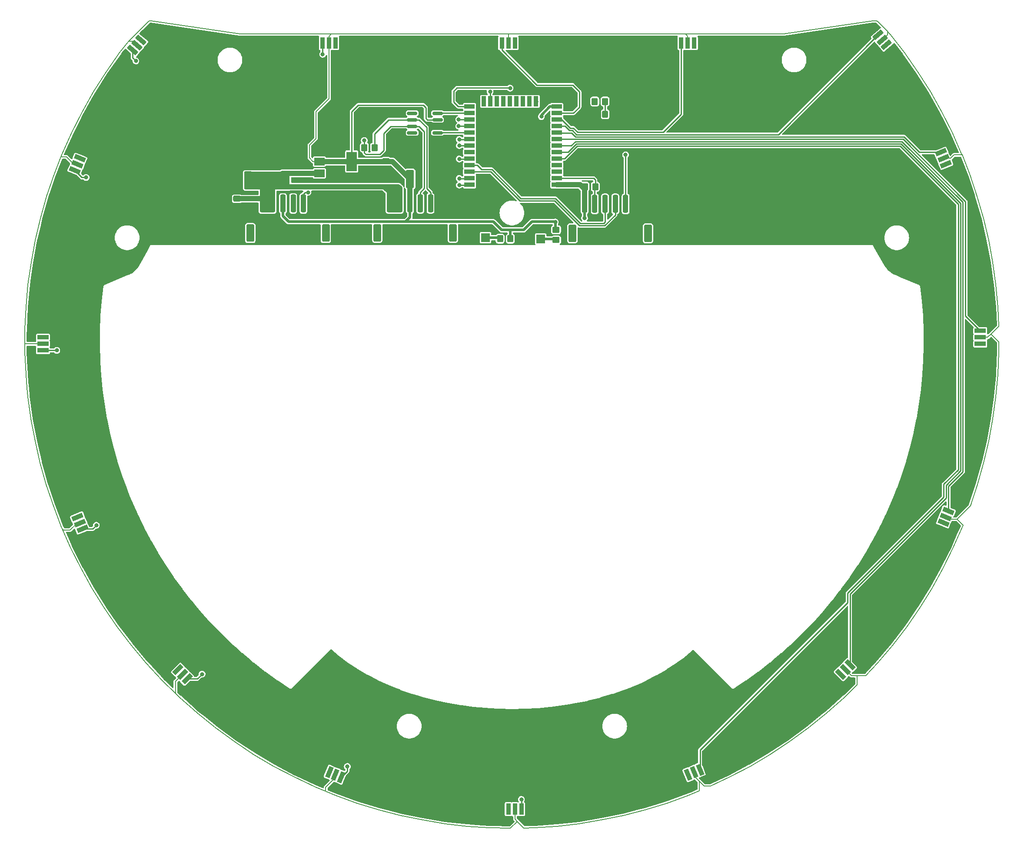
<source format=gtl>
G04 #@! TF.GenerationSoftware,KiCad,Pcbnew,6.0.2-378541a8eb~116~ubuntu20.04.1*
G04 #@! TF.CreationDate,2023-01-27T16:27:25+01:00*
G04 #@! TF.ProjectId,BUCKY_IR,4255434b-595f-4495-922e-6b696361645f,rev?*
G04 #@! TF.SameCoordinates,Original*
G04 #@! TF.FileFunction,Copper,L1,Top*
G04 #@! TF.FilePolarity,Positive*
%FSLAX46Y46*%
G04 Gerber Fmt 4.6, Leading zero omitted, Abs format (unit mm)*
G04 Created by KiCad (PCBNEW 6.0.2-378541a8eb~116~ubuntu20.04.1) date 2023-01-27 16:27:25*
%MOMM*%
%LPD*%
G01*
G04 APERTURE LIST*
G04 Aperture macros list*
%AMRoundRect*
0 Rectangle with rounded corners*
0 $1 Rounding radius*
0 $2 $3 $4 $5 $6 $7 $8 $9 X,Y pos of 4 corners*
0 Add a 4 corners polygon primitive as box body*
4,1,4,$2,$3,$4,$5,$6,$7,$8,$9,$2,$3,0*
0 Add four circle primitives for the rounded corners*
1,1,$1+$1,$2,$3*
1,1,$1+$1,$4,$5*
1,1,$1+$1,$6,$7*
1,1,$1+$1,$8,$9*
0 Add four rect primitives between the rounded corners*
20,1,$1+$1,$2,$3,$4,$5,0*
20,1,$1+$1,$4,$5,$6,$7,0*
20,1,$1+$1,$6,$7,$8,$9,0*
20,1,$1+$1,$8,$9,$2,$3,0*%
%AMRotRect*
0 Rectangle, with rotation*
0 The origin of the aperture is its center*
0 $1 length*
0 $2 width*
0 $3 Rotation angle, in degrees counterclockwise*
0 Add horizontal line*
21,1,$1,$2,0,0,$3*%
G04 Aperture macros list end*
G04 #@! TA.AperFunction,SMDPad,CuDef*
%ADD10RotRect,0.900000X2.200000X67.500000*%
G04 #@! TD*
G04 #@! TA.AperFunction,ComponentPad*
%ADD11R,1.700000X1.700000*%
G04 #@! TD*
G04 #@! TA.AperFunction,ComponentPad*
%ADD12O,1.700000X1.700000*%
G04 #@! TD*
G04 #@! TA.AperFunction,SMDPad,CuDef*
%ADD13RoundRect,0.250000X-0.250000X-1.500000X0.250000X-1.500000X0.250000X1.500000X-0.250000X1.500000X0*%
G04 #@! TD*
G04 #@! TA.AperFunction,SMDPad,CuDef*
%ADD14RoundRect,0.250001X-0.499999X-1.449999X0.499999X-1.449999X0.499999X1.449999X-0.499999X1.449999X0*%
G04 #@! TD*
G04 #@! TA.AperFunction,SMDPad,CuDef*
%ADD15RotRect,0.900000X2.200000X315.000000*%
G04 #@! TD*
G04 #@! TA.AperFunction,SMDPad,CuDef*
%ADD16RoundRect,0.250000X-0.350000X-0.450000X0.350000X-0.450000X0.350000X0.450000X-0.350000X0.450000X0*%
G04 #@! TD*
G04 #@! TA.AperFunction,SMDPad,CuDef*
%ADD17RotRect,0.900000X2.200000X230.000000*%
G04 #@! TD*
G04 #@! TA.AperFunction,SMDPad,CuDef*
%ADD18R,0.900000X2.200000*%
G04 #@! TD*
G04 #@! TA.AperFunction,SMDPad,CuDef*
%ADD19RoundRect,0.250000X0.550000X-1.500000X0.550000X1.500000X-0.550000X1.500000X-0.550000X-1.500000X0*%
G04 #@! TD*
G04 #@! TA.AperFunction,SMDPad,CuDef*
%ADD20RotRect,0.900000X2.200000X292.500000*%
G04 #@! TD*
G04 #@! TA.AperFunction,SMDPad,CuDef*
%ADD21RoundRect,0.250000X0.350000X0.450000X-0.350000X0.450000X-0.350000X-0.450000X0.350000X-0.450000X0*%
G04 #@! TD*
G04 #@! TA.AperFunction,SMDPad,CuDef*
%ADD22RotRect,0.900000X2.200000X45.000000*%
G04 #@! TD*
G04 #@! TA.AperFunction,SMDPad,CuDef*
%ADD23R,2.200000X0.900000*%
G04 #@! TD*
G04 #@! TA.AperFunction,SMDPad,CuDef*
%ADD24RoundRect,0.250000X-0.475000X0.337500X-0.475000X-0.337500X0.475000X-0.337500X0.475000X0.337500X0*%
G04 #@! TD*
G04 #@! TA.AperFunction,SMDPad,CuDef*
%ADD25R,2.000000X0.900000*%
G04 #@! TD*
G04 #@! TA.AperFunction,SMDPad,CuDef*
%ADD26R,0.900000X2.000000*%
G04 #@! TD*
G04 #@! TA.AperFunction,SMDPad,CuDef*
%ADD27R,5.000000X5.000000*%
G04 #@! TD*
G04 #@! TA.AperFunction,SMDPad,CuDef*
%ADD28RoundRect,0.250000X-0.450000X0.350000X-0.450000X-0.350000X0.450000X-0.350000X0.450000X0.350000X0*%
G04 #@! TD*
G04 #@! TA.AperFunction,SMDPad,CuDef*
%ADD29RoundRect,0.150000X0.825000X0.150000X-0.825000X0.150000X-0.825000X-0.150000X0.825000X-0.150000X0*%
G04 #@! TD*
G04 #@! TA.AperFunction,SMDPad,CuDef*
%ADD30RotRect,0.900000X2.200000X130.000000*%
G04 #@! TD*
G04 #@! TA.AperFunction,SMDPad,CuDef*
%ADD31RotRect,0.900000X2.200000X247.500000*%
G04 #@! TD*
G04 #@! TA.AperFunction,SMDPad,CuDef*
%ADD32RoundRect,0.250000X-0.325000X-0.450000X0.325000X-0.450000X0.325000X0.450000X-0.325000X0.450000X0*%
G04 #@! TD*
G04 #@! TA.AperFunction,SMDPad,CuDef*
%ADD33RotRect,0.900000X2.200000X337.500000*%
G04 #@! TD*
G04 #@! TA.AperFunction,SMDPad,CuDef*
%ADD34R,2.000000X1.500000*%
G04 #@! TD*
G04 #@! TA.AperFunction,SMDPad,CuDef*
%ADD35R,2.000000X3.800000*%
G04 #@! TD*
G04 #@! TA.AperFunction,SMDPad,CuDef*
%ADD36RotRect,0.900000X2.200000X22.500000*%
G04 #@! TD*
G04 #@! TA.AperFunction,SMDPad,CuDef*
%ADD37RotRect,0.900000X2.200000X112.500000*%
G04 #@! TD*
G04 #@! TA.AperFunction,ViaPad*
%ADD38C,0.800000*%
G04 #@! TD*
G04 #@! TA.AperFunction,Conductor*
%ADD39C,0.254000*%
G04 #@! TD*
G04 #@! TA.AperFunction,Conductor*
%ADD40C,0.200000*%
G04 #@! TD*
G04 #@! TA.AperFunction,Conductor*
%ADD41C,0.512000*%
G04 #@! TD*
G04 #@! TA.AperFunction,Conductor*
%ADD42C,1.000000*%
G04 #@! TD*
G04 #@! TA.AperFunction,Conductor*
%ADD43C,0.250000*%
G04 #@! TD*
G04 APERTURE END LIST*
D10*
X205423102Y-118194368D03*
X205909110Y-117021041D03*
X206395118Y-115847714D03*
X206881126Y-114674387D03*
D11*
X116725000Y-61425000D03*
D12*
X114185000Y-61425000D03*
D13*
X136000000Y-54850000D03*
X138000000Y-54850000D03*
X140000000Y-54850000D03*
X142000000Y-54850000D03*
X144000000Y-54850000D03*
X146000000Y-54850000D03*
D14*
X148350000Y-60600000D03*
X133650000Y-60600000D03*
D15*
X55897648Y-144715346D03*
X56795674Y-145613372D03*
X57693699Y-146511397D03*
X58591725Y-147409423D03*
D16*
X93100000Y-43900000D03*
X95100000Y-43900000D03*
D17*
X50424832Y-21965434D03*
X49608492Y-22938310D03*
X48792152Y-23911186D03*
X47975812Y-24884063D03*
D18*
X88761003Y-23500000D03*
X87491003Y-23500000D03*
X86221003Y-23500000D03*
X84951003Y-23500000D03*
D11*
X127475000Y-61675000D03*
D12*
X124935000Y-61675000D03*
D18*
X158638997Y-23500000D03*
X157368997Y-23500000D03*
X156098997Y-23500000D03*
X154828997Y-23500000D03*
D19*
X70500000Y-50300000D03*
X70500000Y-44900000D03*
D20*
X36722700Y-114683626D03*
X37208708Y-115856953D03*
X37694716Y-117030280D03*
X38180724Y-118203607D03*
D21*
X121550000Y-61650000D03*
X119550000Y-61650000D03*
X138100000Y-51500000D03*
X136100000Y-51500000D03*
D18*
X119900000Y-172800000D03*
X121170000Y-172800000D03*
X122440000Y-172800000D03*
X123710000Y-172800000D03*
D22*
X185015346Y-147402352D03*
X185913372Y-146504326D03*
X186811397Y-145606301D03*
X187709423Y-144708275D03*
D19*
X77800000Y-50300000D03*
X77800000Y-44900000D03*
D16*
X138000000Y-34900000D03*
X140000000Y-34900000D03*
D23*
X30500000Y-79600000D03*
X30500000Y-80870000D03*
X30500000Y-82140000D03*
X30500000Y-83410000D03*
D24*
X97300000Y-46562500D03*
X97300000Y-48637500D03*
D25*
X130600000Y-52400000D03*
X130600000Y-51130000D03*
X130600000Y-49860000D03*
X130600000Y-48590000D03*
X130600000Y-47320000D03*
X130600000Y-46050000D03*
X130600000Y-44780000D03*
X130600000Y-43510000D03*
X130600000Y-42240000D03*
X130600000Y-40970000D03*
X130600000Y-39700000D03*
X130600000Y-38430000D03*
X130600000Y-37160000D03*
X130600000Y-35890000D03*
D26*
X127815000Y-34890000D03*
X126545000Y-34890000D03*
X125275000Y-34890000D03*
X124005000Y-34890000D03*
X122735000Y-34890000D03*
X121465000Y-34890000D03*
X120195000Y-34890000D03*
X118925000Y-34890000D03*
X117655000Y-34890000D03*
X116385000Y-34890000D03*
D25*
X113600000Y-35890000D03*
X113600000Y-37160000D03*
X113600000Y-38430000D03*
X113600000Y-39700000D03*
X113600000Y-40970000D03*
X113600000Y-42240000D03*
X113600000Y-43510000D03*
X113600000Y-44780000D03*
X113600000Y-46050000D03*
X113600000Y-47320000D03*
X113600000Y-48590000D03*
X113600000Y-49860000D03*
X113600000Y-51130000D03*
X113600000Y-52400000D03*
D27*
X123100000Y-44900000D03*
D18*
X123700000Y-23500000D03*
X122430000Y-23500000D03*
X121160000Y-23500000D03*
X119890000Y-23500000D03*
D28*
X130450000Y-59900000D03*
X130450000Y-61900000D03*
D29*
X107375000Y-41005000D03*
X107375000Y-39735000D03*
X107375000Y-38465000D03*
X107375000Y-37195000D03*
X102425000Y-37195000D03*
X102425000Y-38465000D03*
X102425000Y-39735000D03*
X102425000Y-41005000D03*
D30*
X195621296Y-24855484D03*
X194804956Y-23882608D03*
X193988616Y-22909732D03*
X193172276Y-21936855D03*
D24*
X68300000Y-53862500D03*
X68300000Y-55937500D03*
D31*
X38176898Y-44805632D03*
X37690890Y-45978959D03*
X37204882Y-47152286D03*
X36718874Y-48325613D03*
D32*
X137975000Y-37400000D03*
X140025000Y-37400000D03*
D19*
X102000000Y-50000000D03*
X102000000Y-44600000D03*
D33*
X85105632Y-165123102D03*
X86278959Y-165609110D03*
X87452286Y-166095118D03*
X88625613Y-166581126D03*
D34*
X84350000Y-44300000D03*
D35*
X90650000Y-46600000D03*
D34*
X84350000Y-46600000D03*
X84350000Y-48900000D03*
D13*
X73245000Y-54780000D03*
X75245000Y-54780000D03*
X77245000Y-54780000D03*
X79245000Y-54780000D03*
X81245000Y-54780000D03*
X83245000Y-54780000D03*
D14*
X85595000Y-60530000D03*
X70895000Y-60530000D03*
D23*
X213100000Y-83400000D03*
X213100000Y-82130000D03*
X213100000Y-80860000D03*
X213100000Y-79590000D03*
D36*
X154983626Y-166577300D03*
X156156953Y-166091292D03*
X157330280Y-165605284D03*
X158503607Y-165119276D03*
D13*
X98000000Y-54750000D03*
X100000000Y-54750000D03*
X102000000Y-54750000D03*
X104000000Y-54750000D03*
X106000000Y-54750000D03*
X108000000Y-54750000D03*
D14*
X95650000Y-60500000D03*
X110350000Y-60500000D03*
D37*
X206877300Y-48316374D03*
X206391292Y-47143047D03*
X205905284Y-45969720D03*
X205419276Y-44796393D03*
D38*
X130300000Y-58400000D03*
X136000000Y-57600000D03*
X138000000Y-34900000D03*
X126600000Y-34900000D03*
X93100000Y-42500000D03*
X79245000Y-54780000D03*
X82134102Y-52599500D03*
X95100000Y-43900000D03*
X125100000Y-46700000D03*
X123200000Y-42900000D03*
X197000000Y-27000000D03*
X123200000Y-44700000D03*
X207000000Y-101500000D03*
X203500000Y-46000000D03*
X53000000Y-136500000D03*
X52000000Y-21000000D03*
X160000000Y-161000000D03*
X121100000Y-42900000D03*
X139000000Y-26500000D03*
X211000000Y-81000000D03*
X36000000Y-101500000D03*
X36000000Y-62500000D03*
X190500000Y-21000000D03*
X83000000Y-162200000D03*
X190500000Y-136500000D03*
X50000000Y-44000000D03*
X123200000Y-46700000D03*
X121100000Y-46600000D03*
X102500000Y-26500000D03*
X125100000Y-44700000D03*
X122000000Y-169000000D03*
X121100000Y-44700000D03*
X125100000Y-42900000D03*
X111500000Y-38400000D03*
X48600000Y-27000000D03*
X117600000Y-33000000D03*
X85000000Y-25700000D03*
X33200000Y-83400000D03*
X111600000Y-42300000D03*
X38900000Y-49700000D03*
X111500000Y-39700000D03*
X89800000Y-164500000D03*
X111600000Y-49900000D03*
X111600000Y-46100000D03*
X61500000Y-146500000D03*
X40900000Y-117500000D03*
X111600000Y-43500000D03*
X121500000Y-32300000D03*
X144000000Y-45300000D03*
X111600000Y-51200000D03*
X123700000Y-170900000D03*
X127600000Y-37850000D03*
D39*
X138000000Y-51600000D02*
X138100000Y-51500000D01*
X138000000Y-54850000D02*
X138000000Y-51600000D01*
X130600000Y-49860000D02*
X137760000Y-49860000D01*
X138100000Y-50200000D02*
X138100000Y-51500000D01*
X137760000Y-49860000D02*
X138100000Y-50200000D01*
D40*
X212584127Y-109519493D02*
X211200087Y-113687593D01*
X130581246Y-176135002D02*
X126225501Y-176434503D01*
X100194311Y-174038500D02*
X104483579Y-174936996D01*
D41*
X121550000Y-59900000D02*
X119800000Y-59900000D01*
D40*
X164275209Y-166551038D02*
X160558595Y-168300000D01*
X215554034Y-96742366D02*
X214761600Y-101039521D01*
X190824424Y-146800000D02*
X189100000Y-146800000D01*
X28963062Y-101039521D02*
X28170628Y-96742366D01*
X159300000Y-168300000D02*
X158400000Y-167400000D01*
X193106652Y-144334601D02*
X190824424Y-146800000D01*
X205872786Y-125815887D02*
X203706962Y-129708773D01*
X195000000Y-21898348D02*
X195000000Y-21500000D01*
X188005096Y-146800000D02*
X186811397Y-145606301D01*
X87452286Y-166095118D02*
X87452286Y-166647714D01*
X155999511Y-22100489D02*
X156098997Y-22199975D01*
X195100000Y-21400000D02*
X195100000Y-21300000D01*
X203375432Y-33017984D02*
X200936485Y-29152495D01*
X193073194Y-19273194D02*
X193000890Y-19247319D01*
X156098997Y-22199975D02*
X156098997Y-23500000D01*
X158400000Y-167400000D02*
X158400000Y-169211834D01*
X56300000Y-148700000D02*
X56300000Y-147905096D01*
X56300000Y-148700000D02*
X56300000Y-150218555D01*
D42*
X102000000Y-50000000D02*
X102000000Y-54750000D01*
D40*
X195000000Y-21898348D02*
X193988616Y-22909732D01*
X195583460Y-21883460D02*
X195100000Y-21400000D01*
X26984575Y-83710762D02*
X27180888Y-88070659D01*
X53749872Y-147717825D02*
X56442099Y-150357901D01*
X85581698Y-169318302D02*
X87577528Y-170145006D01*
D42*
X84350000Y-46600000D02*
X90650000Y-46600000D01*
D40*
X156147133Y-170145006D02*
X151990779Y-171642499D01*
X157330280Y-166330280D02*
X157330280Y-165605284D01*
X207843918Y-121843146D02*
X205872786Y-125815887D01*
X216738552Y-81738552D02*
X216740087Y-83710762D01*
X208000000Y-45300000D02*
X207330280Y-45969720D01*
X36087994Y-40988260D02*
X34264698Y-45078325D01*
X57073441Y-150977013D02*
X60550538Y-154071891D01*
X51577526Y-19175822D02*
X68899987Y-21728513D01*
X155999511Y-22100489D02*
X155633429Y-21734407D01*
X209752611Y-117452611D02*
X209619859Y-117797911D01*
X71616704Y-162158394D02*
X75492451Y-164454540D01*
X83100000Y-46600000D02*
X84350000Y-46600000D01*
X192887342Y-19215006D02*
X192775326Y-19190544D01*
X30018106Y-57679791D02*
X29008660Y-61966170D01*
D41*
X101170000Y-58330000D02*
X102000000Y-57500000D01*
D40*
X35880743Y-121843146D02*
X34256517Y-118143483D01*
D41*
X130300000Y-59750000D02*
X130450000Y-59900000D01*
D40*
X87065593Y-21734407D02*
X119965593Y-21734407D01*
D42*
X130600000Y-51130000D02*
X135130000Y-51130000D01*
D40*
X213771463Y-105301023D02*
X212584127Y-109519493D01*
X216533083Y-74979866D02*
X216706320Y-78693680D01*
D39*
X105365000Y-38465000D02*
X107375000Y-38465000D01*
D40*
X40017700Y-129708773D02*
X42377725Y-133514453D01*
D41*
X121550000Y-59900000D02*
X121550000Y-61650000D01*
D40*
X174824683Y-21728513D02*
X174818789Y-21734407D01*
D41*
X78345000Y-58330000D02*
X101170000Y-58330000D01*
D40*
X68905881Y-21734407D02*
X87065593Y-21734407D01*
X51377456Y-19157933D02*
X51478245Y-19164110D01*
X79453694Y-166553034D02*
X83480279Y-168447862D01*
X27180888Y-88070659D02*
X27422178Y-90722178D01*
X122900000Y-175200000D02*
X122440000Y-174740000D01*
D39*
X104600000Y-35600000D02*
X105100000Y-36100000D01*
D40*
X117499161Y-176434503D02*
X121572298Y-176527702D01*
X158400000Y-167400000D02*
X157330280Y-166330280D01*
D41*
X125800000Y-58300000D02*
X124200000Y-59900000D01*
D40*
X95941956Y-172940336D02*
X100194311Y-174038500D01*
D42*
X98600000Y-46600000D02*
X102000000Y-50000000D01*
D41*
X136000000Y-57600000D02*
X136000000Y-54850000D01*
D40*
X34513034Y-118400000D02*
X34256517Y-118143483D01*
X26987973Y-79344712D02*
X26987446Y-80021176D01*
X121165593Y-21734407D02*
X119965593Y-21734407D01*
X40349230Y-33017984D02*
X38116005Y-36965690D01*
D42*
X90650000Y-46600000D02*
X98600000Y-46600000D01*
D40*
X211079036Y-49228500D02*
X212494405Y-53431454D01*
X56300000Y-150218555D02*
X56442099Y-150357901D01*
X206847404Y-116300000D02*
X206395118Y-115847714D01*
X26985839Y-82085839D02*
X26984575Y-83710762D01*
X28201425Y-66283217D02*
X27595897Y-70623574D01*
X211200087Y-113687593D02*
X211192392Y-113707608D01*
X87577528Y-170145006D02*
X91733883Y-171642499D01*
X216148257Y-92416972D02*
X215554034Y-96742366D01*
X27422178Y-90722178D02*
X27400000Y-90478465D01*
X207636670Y-40988263D02*
X205608657Y-36965690D01*
X35959228Y-122001328D02*
X37851876Y-125815887D01*
X198291300Y-25376574D02*
X195583460Y-21883460D01*
X48011364Y-23130398D02*
X47231103Y-23130398D01*
X87452286Y-166647714D02*
X85581698Y-168518302D01*
X83700000Y-36900000D02*
X83700000Y-42100000D01*
X113143416Y-176135002D02*
X117499161Y-176434503D01*
X192682054Y-19175827D02*
X192147165Y-19175827D01*
D39*
X105100000Y-36100000D02*
X105100000Y-38200000D01*
D40*
X172107957Y-162158395D02*
X168232211Y-164454540D01*
X183174124Y-154071891D02*
X179586299Y-156967072D01*
X83700000Y-42100000D02*
X82400000Y-43400000D01*
X208600000Y-116300000D02*
X209752611Y-117452611D01*
D39*
X105100000Y-38200000D02*
X105365000Y-38465000D01*
D40*
X82400000Y-45900000D02*
X83100000Y-46600000D01*
X37169720Y-117030280D02*
X35800000Y-118400000D01*
X203706962Y-129708773D02*
X201346937Y-133514453D01*
X27576404Y-92416963D02*
X27422178Y-90722178D01*
X121572298Y-176527702D02*
X122900000Y-175200000D01*
X168232211Y-164454540D02*
X164275209Y-166551038D01*
X158400000Y-169211834D02*
X156147133Y-170145006D01*
X32524576Y-113687595D02*
X31140535Y-109519493D01*
X47174584Y-23130398D02*
X45433362Y-25376574D01*
X108802425Y-175635834D02*
X113143416Y-176135002D01*
X186651222Y-150977013D02*
X183174124Y-154071891D01*
X214761600Y-101039521D02*
X213771463Y-105301023D01*
X86221003Y-23500000D02*
X86221003Y-34378997D01*
X189100000Y-148575670D02*
X186651222Y-150977013D01*
X28170628Y-96742366D02*
X27576404Y-92416963D01*
X139241083Y-174936996D02*
X134922235Y-175635834D01*
X209546444Y-45300000D02*
X211079036Y-49228500D01*
D42*
X136000000Y-52000000D02*
X136000000Y-54850000D01*
D40*
X35800000Y-121659228D02*
X35880744Y-121843147D01*
X155633429Y-21734407D02*
X121165593Y-21734407D01*
X56442099Y-150357901D02*
X57073441Y-150977013D01*
X35880744Y-121843147D02*
X35959228Y-122001328D01*
X205608657Y-36965690D02*
X203375432Y-33017984D01*
X179586299Y-156967072D02*
X175895104Y-159662581D01*
D41*
X130300000Y-58400000D02*
X130300000Y-59750000D01*
D40*
X160558595Y-168300000D02*
X159300000Y-168300000D01*
X35959228Y-122001328D02*
X35880743Y-121843146D01*
X207330280Y-45969720D02*
X205905284Y-45969720D01*
X216543774Y-88070659D02*
X216148257Y-92416972D01*
X143530341Y-174038502D02*
X139241083Y-174936996D01*
X47231103Y-23130398D02*
X47174584Y-23130398D01*
D41*
X77245000Y-54780000D02*
X77245000Y-57230000D01*
D40*
X44931435Y-137225540D02*
X47678361Y-140834709D01*
X196046301Y-140834709D02*
X193106652Y-144334601D01*
X34264698Y-45078325D02*
X34015948Y-45715948D01*
X192775326Y-19190544D02*
X192682054Y-19175827D01*
X85581698Y-168518302D02*
X85581698Y-169318302D01*
X86221003Y-23500000D02*
X86221003Y-22200000D01*
D42*
X135130000Y-51130000D02*
X136000000Y-52000000D01*
D40*
X45433362Y-25376574D02*
X42788179Y-29152492D01*
X42788179Y-29152492D02*
X40349230Y-33017984D01*
X121160000Y-23500000D02*
X121160000Y-21740000D01*
X34104804Y-117797912D02*
X32524576Y-113687595D01*
X32645628Y-49228493D02*
X31230258Y-53431454D01*
X34015948Y-45715948D02*
X32645628Y-49228493D01*
X27191579Y-74979866D02*
X26987973Y-79344712D01*
X209546444Y-45300000D02*
X209459964Y-45078326D01*
X189100000Y-146800000D02*
X188005096Y-146800000D01*
X215200000Y-80200000D02*
X216738552Y-81738552D01*
X37204882Y-47152286D02*
X36552286Y-47152286D01*
X64138363Y-156967072D02*
X67829556Y-159662579D01*
X37851876Y-125815887D02*
X40017700Y-129708773D01*
X104483579Y-174936996D02*
X108802425Y-175635834D01*
D41*
X130300000Y-58400000D02*
X130200000Y-58300000D01*
D39*
X90650000Y-36850000D02*
X91900000Y-35600000D01*
D40*
X31230258Y-53431454D02*
X30018106Y-57679791D01*
X122440000Y-174740000D02*
X122440000Y-172800000D01*
X48792152Y-23911186D02*
X48011364Y-23130398D01*
X121160000Y-21740000D02*
X121165593Y-21734407D01*
X215200000Y-80200000D02*
X214540000Y-80860000D01*
X86221003Y-34378997D02*
X83700000Y-36900000D01*
X134922235Y-175635834D02*
X130581246Y-176135002D01*
X86686596Y-21734407D02*
X87065593Y-21734407D01*
X195000000Y-21500000D02*
X195100000Y-21400000D01*
X51200851Y-19160650D02*
X51273965Y-19157226D01*
X51200851Y-19160650D02*
X47231103Y-23130398D01*
X29953199Y-105301023D02*
X28963062Y-101039521D01*
X215523237Y-66283217D02*
X216128767Y-70623590D01*
X126225501Y-176434503D02*
X124181277Y-176481277D01*
X216128767Y-70623590D02*
X216533083Y-74979866D01*
X51478245Y-19164110D02*
X51577526Y-19175822D01*
D39*
X90650000Y-46600000D02*
X90650000Y-36850000D01*
D40*
X86221003Y-22200000D02*
X86686596Y-21734407D01*
X147782705Y-172940336D02*
X143530341Y-174038502D01*
X91733883Y-171642499D02*
X95941956Y-172940336D01*
X37694716Y-117030280D02*
X37169720Y-117030280D01*
X198793227Y-137225540D02*
X196046301Y-140834709D01*
D41*
X118230000Y-58330000D02*
X101170000Y-58330000D01*
D40*
X29008660Y-61966170D02*
X28201425Y-66283217D01*
X36552286Y-47152286D02*
X35115948Y-45715948D01*
D41*
X130200000Y-58300000D02*
X125800000Y-58300000D01*
D40*
X50618010Y-144334600D02*
X53749872Y-147717825D01*
X208000000Y-45300000D02*
X209546444Y-45300000D01*
D41*
X77245000Y-57230000D02*
X78345000Y-58330000D01*
D40*
X26987446Y-80021176D02*
X26985839Y-82085839D01*
X27040000Y-82140000D02*
X26985839Y-82085839D01*
X192147165Y-19175827D02*
X174824683Y-21728513D01*
X209619859Y-117797911D02*
X207843918Y-121843146D01*
X47678361Y-140834709D02*
X50618010Y-144334600D01*
X67829556Y-159662579D02*
X71616704Y-162158394D01*
X216706320Y-78693680D02*
X215200000Y-80200000D01*
X201346937Y-133514453D02*
X198793227Y-137225540D01*
X214716002Y-61966170D02*
X215523237Y-66283217D01*
X34256517Y-118143483D02*
X34104804Y-117797912D01*
X27595897Y-70623574D02*
X27191579Y-74979866D01*
X209459964Y-45078326D02*
X207636670Y-40988263D01*
X51273965Y-19157226D02*
X51377456Y-19157933D01*
X214540000Y-80860000D02*
X213100000Y-80860000D01*
X35800000Y-118400000D02*
X34513034Y-118400000D01*
X200936485Y-29152495D02*
X198291300Y-25376574D01*
X42377725Y-133514453D02*
X44931435Y-137225540D01*
X82400000Y-43400000D02*
X82400000Y-45900000D01*
D41*
X119800000Y-59900000D02*
X118230000Y-58330000D01*
D40*
X75492451Y-164454540D02*
X79449452Y-166551038D01*
X38116005Y-36965690D02*
X36087994Y-40988260D01*
X189100000Y-146800000D02*
X189100000Y-148575670D01*
X35115948Y-45715948D02*
X34015948Y-45715948D01*
D39*
X91900000Y-35600000D02*
X104600000Y-35600000D01*
D41*
X124200000Y-59900000D02*
X121550000Y-59900000D01*
D40*
X68899987Y-21728513D02*
X68905881Y-21734407D01*
X213706556Y-57679791D02*
X214716002Y-61966170D01*
X212494405Y-53431454D02*
X213706556Y-57679791D01*
X211192392Y-113707608D02*
X208600000Y-116300000D01*
X56300000Y-147905096D02*
X57693699Y-146511397D01*
X124181277Y-176481277D02*
X122900000Y-175200000D01*
X208600000Y-116300000D02*
X206847404Y-116300000D01*
D41*
X102000000Y-57500000D02*
X102000000Y-54750000D01*
D40*
X151990779Y-171642499D02*
X147782705Y-172940336D01*
X195100000Y-21300000D02*
X193073194Y-19273194D01*
X31140535Y-109519493D02*
X29953199Y-105301023D01*
X193000890Y-19247319D02*
X192887342Y-19215006D01*
X60550538Y-154071891D02*
X64138363Y-156967072D01*
X83480279Y-168447862D02*
X85581698Y-169318302D01*
X216740087Y-83710762D02*
X216543774Y-88070659D01*
X30500000Y-82140000D02*
X27040000Y-82140000D01*
X79449452Y-166551038D02*
X79453694Y-166553034D01*
X175895104Y-159662581D02*
X172107957Y-162158395D01*
X174818789Y-21734407D02*
X155633429Y-21734407D01*
D39*
X126590000Y-34890000D02*
X126600000Y-34900000D01*
X126545000Y-34890000D02*
X126590000Y-34890000D01*
X140000000Y-37375000D02*
X140025000Y-37400000D01*
X140000000Y-34900000D02*
X140000000Y-37375000D01*
X104800000Y-40800000D02*
X103735000Y-39735000D01*
X93100000Y-43900000D02*
X93100000Y-42500000D01*
X96100000Y-45200000D02*
X96900000Y-44400000D01*
X104000000Y-52600000D02*
X104800000Y-51800000D01*
X93100000Y-44900000D02*
X93400000Y-45200000D01*
X104000000Y-54750000D02*
X104000000Y-52600000D01*
X104800000Y-51800000D02*
X104800000Y-40800000D01*
X93400000Y-45200000D02*
X96100000Y-45200000D01*
X98265000Y-39735000D02*
X102425000Y-39735000D01*
X93100000Y-43900000D02*
X93100000Y-44900000D01*
X96900000Y-41100000D02*
X98265000Y-39735000D01*
X103735000Y-39735000D02*
X102425000Y-39735000D01*
X96900000Y-44400000D02*
X96900000Y-41100000D01*
X102425000Y-38465000D02*
X97835000Y-38465000D01*
X106000000Y-52600000D02*
X106000000Y-54750000D01*
X82134102Y-52599500D02*
X81600500Y-52599500D01*
X103765000Y-38465000D02*
X105253520Y-39953520D01*
X102425000Y-38465000D02*
X103765000Y-38465000D01*
X105253520Y-51853520D02*
X106000000Y-52600000D01*
X105253520Y-39953520D02*
X105253520Y-51853520D01*
X81245000Y-52955000D02*
X81245000Y-54780000D01*
X95100000Y-41200000D02*
X95100000Y-43900000D01*
X81600500Y-52599500D02*
X81245000Y-52955000D01*
X97835000Y-38465000D02*
X95100000Y-41200000D01*
D43*
X47975812Y-24884063D02*
X47975812Y-26375812D01*
X111500000Y-38400000D02*
X113570000Y-38400000D01*
X113570000Y-38400000D02*
X113600000Y-38430000D01*
X47975812Y-26375812D02*
X48600000Y-27000000D01*
X84951003Y-25651003D02*
X85000000Y-25700000D01*
X117655000Y-34890000D02*
X117655000Y-33055000D01*
X84951003Y-23500000D02*
X84951003Y-25651003D01*
X117655000Y-33055000D02*
X117600000Y-33000000D01*
X30500000Y-83410000D02*
X33190000Y-83410000D01*
X111600000Y-42300000D02*
X113540000Y-42300000D01*
X33190000Y-83410000D02*
X33200000Y-83400000D01*
X113540000Y-42300000D02*
X113600000Y-42240000D01*
X111500000Y-39700000D02*
X113600000Y-39700000D01*
X36718874Y-48325613D02*
X38093261Y-49700000D01*
X38093261Y-49700000D02*
X38900000Y-49700000D01*
X88625613Y-166581126D02*
X89800000Y-165406739D01*
X113560000Y-49900000D02*
X113600000Y-49860000D01*
X111600000Y-49900000D02*
X113560000Y-49900000D01*
X89800000Y-165406739D02*
X89800000Y-164500000D01*
X111600000Y-46100000D02*
X113550000Y-46100000D01*
X113550000Y-46100000D02*
X113600000Y-46050000D01*
X60590577Y-147409423D02*
X61500000Y-146500000D01*
X58591725Y-147409423D02*
X60590577Y-147409423D01*
X111600000Y-43500000D02*
X113590000Y-43500000D01*
X113590000Y-43500000D02*
X113600000Y-43510000D01*
X40196393Y-118203607D02*
X40900000Y-117500000D01*
X38180724Y-118203607D02*
X40196393Y-118203607D01*
X119890000Y-24850000D02*
X126740000Y-31700000D01*
X135000000Y-33000000D02*
X135000000Y-36000000D01*
X133700000Y-31700000D02*
X135000000Y-33000000D01*
X126740000Y-31700000D02*
X133700000Y-31700000D01*
X119890000Y-23500000D02*
X119890000Y-24850000D01*
X135000000Y-36000000D02*
X133840000Y-37160000D01*
X133840000Y-37160000D02*
X130600000Y-37160000D01*
D41*
X116725000Y-61425000D02*
X119325000Y-61425000D01*
X119325000Y-61425000D02*
X119550000Y-61650000D01*
D43*
X133236678Y-40100960D02*
X131565718Y-38430000D01*
X154828997Y-37371003D02*
X151308560Y-40891440D01*
X131565718Y-38430000D02*
X130600000Y-38430000D01*
X154828997Y-23500000D02*
X154828997Y-37371003D01*
X133836676Y-40100960D02*
X133236678Y-40100960D01*
X134627157Y-40891440D02*
X133836676Y-40100960D01*
X151308560Y-40891440D02*
X134627157Y-40891440D01*
D39*
X111126511Y-32273489D02*
X121473489Y-32273489D01*
X113600000Y-35890000D02*
X111390000Y-35890000D01*
X144000000Y-45300000D02*
X144000000Y-54850000D01*
X121473489Y-32273489D02*
X121500000Y-32300000D01*
X110500000Y-32900000D02*
X111126511Y-32273489D01*
X111390000Y-35890000D02*
X110500000Y-35000000D01*
X110500000Y-35000000D02*
X110500000Y-32900000D01*
D43*
X173768171Y-41340960D02*
X134440960Y-41340960D01*
X134440960Y-41340960D02*
X133650479Y-40550480D01*
X133050480Y-40550480D02*
X132200000Y-39700000D01*
X193172276Y-21936855D02*
X173768171Y-41340960D01*
X132200000Y-39700000D02*
X130600000Y-39700000D01*
X133650479Y-40550480D02*
X133050480Y-40550480D01*
X198226197Y-41790480D02*
X134254762Y-41790480D01*
X133464282Y-41000000D02*
X130630000Y-41000000D01*
X134254762Y-41790480D02*
X133464282Y-41000000D01*
X130630000Y-41000000D02*
X130600000Y-40970000D01*
X205419276Y-44796393D02*
X201232111Y-44796393D01*
X201232111Y-44796393D02*
X198226197Y-41790480D01*
X210200000Y-54400000D02*
X198040000Y-42240000D01*
X210200000Y-76690000D02*
X210200000Y-54400000D01*
X198040000Y-42240000D02*
X130600000Y-42240000D01*
X213100000Y-79590000D02*
X210200000Y-76690000D01*
X134210480Y-42689520D02*
X133390000Y-43510000D01*
X209700000Y-54535718D02*
X197853800Y-42689520D01*
X197853800Y-42689520D02*
X134210480Y-42689520D01*
X206881126Y-109854592D02*
X209700000Y-107035717D01*
X133390000Y-43510000D02*
X130600000Y-43510000D01*
X209700000Y-107035717D02*
X209700000Y-54535718D01*
X206881126Y-114674387D02*
X206881126Y-109854592D01*
X209250480Y-106849519D02*
X209250480Y-54721916D01*
X187709423Y-144708275D02*
X187709423Y-130890577D01*
X134396678Y-43139040D02*
X132755718Y-44780000D01*
X209250480Y-54721916D02*
X197667603Y-43139040D01*
X206431606Y-112168394D02*
X206431606Y-109668393D01*
X132755718Y-44780000D02*
X130600000Y-44780000D01*
X206431606Y-109668393D02*
X209250480Y-106849519D01*
X197667603Y-43139040D02*
X134396678Y-43139040D01*
X187709423Y-130890577D02*
X206431606Y-112168394D01*
X115120000Y-47320000D02*
X115940480Y-48140480D01*
X139713802Y-58650480D02*
X140000000Y-58364282D01*
X135186198Y-58650480D02*
X139713802Y-58650480D01*
X140000000Y-58364282D02*
X140000000Y-54850000D01*
X130335718Y-53800000D02*
X135186198Y-58650480D01*
X113600000Y-47320000D02*
X115120000Y-47320000D01*
X123600001Y-53800000D02*
X130335718Y-53800000D01*
X115940480Y-48140480D02*
X117940481Y-48140480D01*
X117940481Y-48140480D02*
X123600001Y-53800000D01*
X130149520Y-54249520D02*
X135000001Y-59100000D01*
X142000000Y-57000000D02*
X142000000Y-54850000D01*
X139900000Y-59100000D02*
X142000000Y-57000000D01*
X135000001Y-59100000D02*
X139900000Y-59100000D01*
X117754282Y-48590000D02*
X123413803Y-54249520D01*
X113600000Y-48590000D02*
X117754282Y-48590000D01*
X123413803Y-54249520D02*
X130149520Y-54249520D01*
X158503607Y-161296393D02*
X187259903Y-132540097D01*
X132121436Y-46050000D02*
X130600000Y-46050000D01*
X208800960Y-106663321D02*
X208800960Y-54908114D01*
X187259903Y-132540097D02*
X187259903Y-130704379D01*
X134582876Y-43588560D02*
X132121436Y-46050000D01*
X187259903Y-130704379D02*
X205982086Y-111982196D01*
X205982086Y-109482195D02*
X208800960Y-106663321D01*
X205982086Y-111982196D02*
X205982086Y-109482195D01*
X158503607Y-165119276D02*
X158503607Y-161296393D01*
X208800960Y-54908114D02*
X197481406Y-43588560D01*
X197481406Y-43588560D02*
X134582876Y-43588560D01*
X123710000Y-172800000D02*
X123710000Y-170910000D01*
X111600000Y-51200000D02*
X113530000Y-51200000D01*
X113530000Y-51200000D02*
X113600000Y-51130000D01*
X123710000Y-170910000D02*
X123700000Y-170900000D01*
D39*
X107410000Y-40970000D02*
X113600000Y-40970000D01*
X107375000Y-41005000D02*
X107410000Y-40970000D01*
X107410000Y-37160000D02*
X113600000Y-37160000D01*
X107375000Y-37195000D02*
X107410000Y-37160000D01*
D42*
X74445000Y-53730000D02*
X74145000Y-53730000D01*
X71200000Y-51000000D02*
X70500000Y-50300000D01*
X73970000Y-52930000D02*
X75245000Y-52930000D01*
X74646568Y-53528432D02*
X74445000Y-53730000D01*
X98550000Y-54750000D02*
X99200000Y-55400000D01*
X77200000Y-49700000D02*
X77100000Y-49700000D01*
X98750000Y-55500000D02*
X98000000Y-54750000D01*
X75245000Y-52930000D02*
X75245000Y-51055000D01*
X98000000Y-54100000D02*
X99400000Y-52700000D01*
X75245000Y-56030000D02*
X73245000Y-56030000D01*
X77800000Y-50300000D02*
X77169490Y-49669490D01*
X68300000Y-53862500D02*
X74327500Y-53862500D01*
X70500000Y-51265230D02*
X70780411Y-51545641D01*
X75245000Y-54780000D02*
X75245000Y-54530000D01*
X72000000Y-51000000D02*
X71200000Y-51000000D01*
X97000000Y-51500000D02*
X95700000Y-51500000D01*
X76000000Y-50300000D02*
X77800000Y-50300000D01*
X84350000Y-48900000D02*
X77196456Y-48900000D01*
X77748228Y-49048228D02*
X77800000Y-49100000D01*
X98000000Y-52500000D02*
X97000000Y-51500000D01*
X77048228Y-49048228D02*
X77748228Y-49048228D01*
X73970000Y-52930000D02*
X73970000Y-51090428D01*
X73245000Y-52930000D02*
X73245000Y-51100000D01*
X75245000Y-54780000D02*
X75245000Y-56030000D01*
X100000000Y-54750000D02*
X100000000Y-51800000D01*
X98000000Y-54750000D02*
X98000000Y-54100000D01*
X70780411Y-51545641D02*
X77672821Y-51545641D01*
X98700000Y-52200000D02*
X98400000Y-52500000D01*
X77672821Y-51545641D02*
X77800000Y-51418462D01*
X99200000Y-54100000D02*
X98650000Y-54100000D01*
X100000000Y-54750000D02*
X100000000Y-53500000D01*
X71424962Y-49371494D02*
X71748228Y-49048228D01*
X95700000Y-51500000D02*
X75500000Y-51500000D01*
X99100000Y-55500000D02*
X98750000Y-55500000D01*
X98000000Y-54750000D02*
X98000000Y-52500000D01*
X73695000Y-54780000D02*
X74345000Y-55430000D01*
X70500000Y-50300000D02*
X70500000Y-51265230D01*
X77196456Y-48900000D02*
X77048228Y-49048228D01*
X73245000Y-54780000D02*
X73245000Y-52930000D01*
X71424962Y-49669490D02*
X71424962Y-49371494D01*
X70500000Y-49200000D02*
X70651772Y-49048228D01*
X73245000Y-54780000D02*
X75245000Y-54780000D01*
X75900000Y-51000000D02*
X76800000Y-51000000D01*
X75245000Y-51055000D02*
X76000000Y-50300000D01*
X70500000Y-50300000D02*
X70500000Y-49200000D01*
X99400000Y-52700000D02*
X99400000Y-52200000D01*
X74098589Y-50961839D02*
X74542196Y-50961839D01*
X100000000Y-54750000D02*
X100000000Y-56000000D01*
X100000000Y-54750000D02*
X98550000Y-54750000D01*
X100000000Y-53500000D02*
X98100000Y-53500000D01*
X72000000Y-51000000D02*
X72600000Y-50400000D01*
X75245000Y-54530000D02*
X74445000Y-53730000D01*
X71748228Y-49048228D02*
X77048228Y-49048228D01*
X73245000Y-51100000D02*
X72445000Y-50300000D01*
X73245000Y-52930000D02*
X73970000Y-52930000D01*
X70651772Y-49048228D02*
X71748228Y-49048228D01*
X100000000Y-56000000D02*
X98000000Y-56000000D01*
X77800000Y-51418462D02*
X77800000Y-50300000D01*
X98650000Y-54100000D02*
X98000000Y-54750000D01*
X99400000Y-52200000D02*
X98700000Y-52200000D01*
X74646568Y-51066211D02*
X74646568Y-53528432D01*
X72445000Y-50300000D02*
X70500000Y-50300000D01*
X74145000Y-53730000D02*
X73945000Y-53930000D01*
X75300000Y-50400000D02*
X75900000Y-51000000D01*
X75245000Y-52930000D02*
X75245000Y-54780000D01*
X73970000Y-51090428D02*
X74098589Y-50961839D01*
X100000000Y-51800000D02*
X99700000Y-51500000D01*
X99700000Y-51500000D02*
X95700000Y-51500000D01*
X74542196Y-50961839D02*
X74646568Y-51066211D01*
X77169490Y-49669490D02*
X71424962Y-49669490D01*
X74327500Y-53862500D02*
X75245000Y-54780000D01*
X99200000Y-55400000D02*
X99100000Y-55500000D01*
X73245000Y-54780000D02*
X73695000Y-54780000D01*
X77800000Y-50300000D02*
X77200000Y-49700000D01*
X72600000Y-50400000D02*
X75300000Y-50400000D01*
D41*
X127475000Y-61675000D02*
X130225000Y-61675000D01*
X130225000Y-61675000D02*
X130450000Y-61900000D01*
X127600000Y-37550000D02*
X129260000Y-35890000D01*
X127600000Y-37850000D02*
X127600000Y-37550000D01*
X129260000Y-35890000D02*
X130600000Y-35890000D01*
G04 #@! TA.AperFunction,Conductor*
G36*
X51434155Y-19516573D02*
G01*
X51443091Y-19517121D01*
X51450141Y-19517753D01*
X51520491Y-19526051D01*
X51529104Y-19527068D01*
X51532695Y-19527543D01*
X64624525Y-21456796D01*
X68783782Y-22069717D01*
X68807164Y-22075489D01*
X68844089Y-22088457D01*
X68849285Y-22088907D01*
X68851990Y-22088907D01*
X68854246Y-22089004D01*
X68854722Y-22089147D01*
X68854720Y-22089193D01*
X68854919Y-22089206D01*
X68860836Y-22090975D01*
X68911005Y-22089004D01*
X68915951Y-22088907D01*
X84167055Y-22088907D01*
X84235176Y-22108909D01*
X84281669Y-22162565D01*
X84291773Y-22232839D01*
X84271820Y-22284909D01*
X84261269Y-22300699D01*
X84246503Y-22374933D01*
X84246504Y-24625066D01*
X84261269Y-24699301D01*
X84317519Y-24783484D01*
X84401702Y-24839734D01*
X84465597Y-24852443D01*
X84470084Y-24853336D01*
X84532994Y-24886243D01*
X84568126Y-24947938D01*
X84571503Y-24976915D01*
X84571503Y-25147930D01*
X84551501Y-25216051D01*
X84528333Y-25242879D01*
X84510039Y-25258838D01*
X84418950Y-25388444D01*
X84361406Y-25536037D01*
X84360414Y-25543570D01*
X84360414Y-25543571D01*
X84345583Y-25656227D01*
X84340729Y-25693096D01*
X84358113Y-25850553D01*
X84360723Y-25857684D01*
X84360723Y-25857686D01*
X84403974Y-25975875D01*
X84412553Y-25999319D01*
X84416789Y-26005622D01*
X84416789Y-26005623D01*
X84433015Y-26029769D01*
X84500908Y-26130805D01*
X84506527Y-26135918D01*
X84506528Y-26135919D01*
X84612460Y-26232309D01*
X84618076Y-26237419D01*
X84757293Y-26313008D01*
X84910522Y-26353207D01*
X84994477Y-26354526D01*
X85061319Y-26355576D01*
X85061322Y-26355576D01*
X85068916Y-26355695D01*
X85223332Y-26320329D01*
X85301464Y-26281033D01*
X85358072Y-26252563D01*
X85358075Y-26252561D01*
X85364855Y-26249151D01*
X85370626Y-26244222D01*
X85370629Y-26244220D01*
X85479536Y-26151204D01*
X85479536Y-26151203D01*
X85485314Y-26146269D01*
X85577755Y-26017624D01*
X85580589Y-26010575D01*
X85580592Y-26010569D01*
X85623596Y-25903592D01*
X85667562Y-25847847D01*
X85734687Y-25824722D01*
X85803659Y-25841559D01*
X85852579Y-25893011D01*
X85866503Y-25950588D01*
X85866503Y-34179968D01*
X85846501Y-34248089D01*
X85829598Y-34269063D01*
X83485580Y-36613082D01*
X83470098Y-36625587D01*
X83466871Y-36628523D01*
X83458118Y-36634175D01*
X83438991Y-36658438D01*
X83435441Y-36662433D01*
X83435540Y-36662517D01*
X83432182Y-36666480D01*
X83428506Y-36670156D01*
X83425483Y-36674385D01*
X83425483Y-36674386D01*
X83418146Y-36684652D01*
X83414585Y-36689395D01*
X83391503Y-36718675D01*
X83391501Y-36718679D01*
X83385054Y-36726857D01*
X83382221Y-36734925D01*
X83377247Y-36741885D01*
X83374263Y-36751863D01*
X83363580Y-36787586D01*
X83361744Y-36793235D01*
X83359882Y-36798537D01*
X83345950Y-36838208D01*
X83345500Y-36843404D01*
X83345500Y-36846109D01*
X83345403Y-36848365D01*
X83345260Y-36848841D01*
X83345214Y-36848839D01*
X83345201Y-36849038D01*
X83343432Y-36854955D01*
X83343841Y-36865359D01*
X83345403Y-36905124D01*
X83345500Y-36910070D01*
X83345500Y-41900971D01*
X83325498Y-41969092D01*
X83308595Y-41990066D01*
X82185580Y-43113082D01*
X82170098Y-43125587D01*
X82166871Y-43128523D01*
X82158118Y-43134175D01*
X82138991Y-43158438D01*
X82135441Y-43162433D01*
X82135540Y-43162517D01*
X82132182Y-43166480D01*
X82128506Y-43170156D01*
X82125483Y-43174385D01*
X82125483Y-43174386D01*
X82118146Y-43184652D01*
X82114585Y-43189395D01*
X82091503Y-43218675D01*
X82091501Y-43218679D01*
X82085054Y-43226857D01*
X82082221Y-43234925D01*
X82077247Y-43241885D01*
X82074263Y-43251863D01*
X82063580Y-43287586D01*
X82061744Y-43293235D01*
X82045950Y-43338208D01*
X82045500Y-43343404D01*
X82045500Y-43346109D01*
X82045403Y-43348365D01*
X82045260Y-43348841D01*
X82045214Y-43348839D01*
X82045201Y-43349038D01*
X82043432Y-43354955D01*
X82043841Y-43365359D01*
X82045403Y-43405124D01*
X82045500Y-43410070D01*
X82045500Y-45848743D01*
X82043394Y-45868537D01*
X82043189Y-45872890D01*
X82040997Y-45883070D01*
X82042221Y-45893408D01*
X82044627Y-45913737D01*
X82044942Y-45919083D01*
X82045072Y-45919072D01*
X82045500Y-45924252D01*
X82045500Y-45929451D01*
X82046353Y-45934575D01*
X82046354Y-45934588D01*
X82048427Y-45947041D01*
X82049264Y-45952916D01*
X82051869Y-45974926D01*
X82054869Y-46000270D01*
X82058570Y-46007978D01*
X82059975Y-46016417D01*
X82082628Y-46058400D01*
X82085310Y-46063664D01*
X82105955Y-46106658D01*
X82109311Y-46110650D01*
X82111258Y-46112597D01*
X82112748Y-46114222D01*
X82112981Y-46114654D01*
X82112945Y-46114687D01*
X82113084Y-46114845D01*
X82116017Y-46120280D01*
X82123664Y-46127349D01*
X82152881Y-46154357D01*
X82156447Y-46157786D01*
X82813084Y-46814423D01*
X82825592Y-46829909D01*
X82828526Y-46833134D01*
X82834175Y-46841882D01*
X82845897Y-46851123D01*
X82858430Y-46861003D01*
X82862431Y-46864559D01*
X82862516Y-46864459D01*
X82866473Y-46867812D01*
X82870155Y-46871494D01*
X82884691Y-46881882D01*
X82889378Y-46885401D01*
X82926857Y-46914946D01*
X82934925Y-46917779D01*
X82941885Y-46922753D01*
X82951863Y-46925737D01*
X82987560Y-46936413D01*
X82993202Y-46938246D01*
X83011246Y-46944582D01*
X83068893Y-46986024D01*
X83094983Y-47052053D01*
X83095501Y-47063466D01*
X83095501Y-47375066D01*
X83100192Y-47398651D01*
X83106881Y-47432281D01*
X83110266Y-47449301D01*
X83166516Y-47533484D01*
X83250699Y-47589734D01*
X83324933Y-47604500D01*
X84349834Y-47604500D01*
X85375066Y-47604499D01*
X85410818Y-47597388D01*
X85437126Y-47592156D01*
X85437128Y-47592155D01*
X85449301Y-47589734D01*
X85459621Y-47582839D01*
X85459622Y-47582838D01*
X85523168Y-47540377D01*
X85533484Y-47533484D01*
X85589734Y-47449301D01*
X85592156Y-47437126D01*
X85594163Y-47432281D01*
X85638712Y-47377001D01*
X85710572Y-47354500D01*
X89269501Y-47354500D01*
X89337622Y-47374502D01*
X89384115Y-47428158D01*
X89395501Y-47480500D01*
X89395501Y-48525066D01*
X89410266Y-48599301D01*
X89466516Y-48683484D01*
X89550699Y-48739734D01*
X89624933Y-48754500D01*
X90649834Y-48754500D01*
X91675066Y-48754499D01*
X91710818Y-48747388D01*
X91737126Y-48742156D01*
X91737128Y-48742155D01*
X91749301Y-48739734D01*
X91759621Y-48732839D01*
X91759622Y-48732838D01*
X91823168Y-48690377D01*
X91833484Y-48683484D01*
X91889734Y-48599301D01*
X91904500Y-48525067D01*
X91904500Y-47480500D01*
X91924502Y-47412379D01*
X91978158Y-47365886D01*
X92030500Y-47354500D01*
X96577212Y-47354500D01*
X96621441Y-47362518D01*
X96708157Y-47395026D01*
X96708159Y-47395026D01*
X96715552Y-47397798D01*
X96723402Y-47398651D01*
X96723403Y-47398651D01*
X96773847Y-47404131D01*
X96777244Y-47404500D01*
X97822756Y-47404500D01*
X97826153Y-47404131D01*
X97876597Y-47398651D01*
X97876598Y-47398651D01*
X97884448Y-47397798D01*
X97891841Y-47395026D01*
X97891843Y-47395026D01*
X97978559Y-47362518D01*
X98022788Y-47354500D01*
X98235285Y-47354500D01*
X98303406Y-47374502D01*
X98324380Y-47391405D01*
X100908595Y-49975619D01*
X100942620Y-50037931D01*
X100945500Y-50064714D01*
X100945500Y-51472559D01*
X100925498Y-51540680D01*
X100871842Y-51587173D01*
X100801568Y-51597277D01*
X100736988Y-51567783D01*
X100699633Y-51511390D01*
X100692945Y-51490744D01*
X100692944Y-51490741D01*
X100690688Y-51483778D01*
X100686889Y-51477518D01*
X100684390Y-51472059D01*
X100681729Y-51466744D01*
X100679232Y-51459866D01*
X100675224Y-51453752D01*
X100675220Y-51453745D01*
X100639408Y-51399124D01*
X100637061Y-51395404D01*
X100602329Y-51338167D01*
X100602327Y-51338165D01*
X100599416Y-51333367D01*
X100592051Y-51325026D01*
X100592076Y-51325004D01*
X100589374Y-51321956D01*
X100586778Y-51318851D01*
X100582766Y-51312732D01*
X100526889Y-51259799D01*
X100524448Y-51257423D01*
X100280721Y-51013697D01*
X100268334Y-50999283D01*
X100259904Y-50987828D01*
X100255563Y-50981929D01*
X100215522Y-50947912D01*
X100208006Y-50940982D01*
X100202362Y-50935338D01*
X100180202Y-50917806D01*
X100176816Y-50915030D01*
X100127058Y-50872757D01*
X100127059Y-50872757D01*
X100121480Y-50868018D01*
X100114960Y-50864689D01*
X100109982Y-50861369D01*
X100104909Y-50858236D01*
X100099167Y-50853693D01*
X100033383Y-50822947D01*
X100029433Y-50821016D01*
X99971307Y-50791336D01*
X99964788Y-50788007D01*
X99957678Y-50786267D01*
X99952058Y-50784177D01*
X99946407Y-50782297D01*
X99939778Y-50779199D01*
X99932614Y-50777709D01*
X99932611Y-50777708D01*
X99892505Y-50769367D01*
X99868686Y-50764413D01*
X99864427Y-50763449D01*
X99793892Y-50746189D01*
X99788295Y-50745842D01*
X99788290Y-50745841D01*
X99782786Y-50745500D01*
X99782788Y-50745466D01*
X99778729Y-50745223D01*
X99774695Y-50744863D01*
X99767527Y-50743372D01*
X99760210Y-50743570D01*
X99690585Y-50745454D01*
X99687177Y-50745500D01*
X97087448Y-50745500D01*
X97076248Y-50745001D01*
X97074691Y-50744862D01*
X97067527Y-50743372D01*
X96999122Y-50745223D01*
X96990585Y-50745454D01*
X96987177Y-50745500D01*
X78980500Y-50745500D01*
X78912379Y-50725498D01*
X78865886Y-50671842D01*
X78854500Y-50619500D01*
X78854500Y-49780500D01*
X78874502Y-49712379D01*
X78928158Y-49665886D01*
X78980500Y-49654500D01*
X82989429Y-49654500D01*
X83057550Y-49674502D01*
X83105839Y-49732284D01*
X83107844Y-49737126D01*
X83110266Y-49749301D01*
X83166516Y-49833484D01*
X83250699Y-49889734D01*
X83324933Y-49904500D01*
X84349834Y-49904500D01*
X85375066Y-49904499D01*
X85410818Y-49897388D01*
X85437126Y-49892156D01*
X85437128Y-49892155D01*
X85449301Y-49889734D01*
X85459621Y-49882839D01*
X85459622Y-49882838D01*
X85523168Y-49840377D01*
X85533484Y-49833484D01*
X85589734Y-49749301D01*
X85604500Y-49675067D01*
X85604499Y-48124934D01*
X85597388Y-48089182D01*
X85592156Y-48062874D01*
X85592155Y-48062872D01*
X85589734Y-48050699D01*
X85533484Y-47966516D01*
X85449301Y-47910266D01*
X85375067Y-47895500D01*
X84350166Y-47895500D01*
X83324934Y-47895501D01*
X83289182Y-47902612D01*
X83262874Y-47907844D01*
X83262872Y-47907845D01*
X83250699Y-47910266D01*
X83240379Y-47917161D01*
X83240378Y-47917162D01*
X83183751Y-47955000D01*
X83166516Y-47966516D01*
X83110266Y-48050699D01*
X83107845Y-48062873D01*
X83105837Y-48067719D01*
X83061288Y-48122999D01*
X82989428Y-48145500D01*
X77263222Y-48145500D01*
X77244272Y-48144067D01*
X77230202Y-48141926D01*
X77230196Y-48141926D01*
X77222967Y-48140826D01*
X77215676Y-48141419D01*
X77215673Y-48141419D01*
X77170608Y-48145085D01*
X77160393Y-48145500D01*
X77152403Y-48145500D01*
X77145154Y-48146345D01*
X77124343Y-48148771D01*
X77119969Y-48149204D01*
X77054907Y-48154496D01*
X77054904Y-48154497D01*
X77047609Y-48155090D01*
X77040647Y-48157345D01*
X77034779Y-48158518D01*
X77028972Y-48159890D01*
X77021702Y-48160738D01*
X76953396Y-48185532D01*
X76949293Y-48186940D01*
X76880234Y-48209312D01*
X76873977Y-48213109D01*
X76868530Y-48215602D01*
X76863202Y-48218270D01*
X76856322Y-48220768D01*
X76795617Y-48260568D01*
X76791898Y-48262915D01*
X76771246Y-48275447D01*
X76705880Y-48293728D01*
X71814994Y-48293728D01*
X71796044Y-48292295D01*
X71781974Y-48290154D01*
X71781968Y-48290154D01*
X71774739Y-48289054D01*
X71767448Y-48289647D01*
X71767445Y-48289647D01*
X71722380Y-48293313D01*
X71712165Y-48293728D01*
X70718537Y-48293728D01*
X70699587Y-48292295D01*
X70685517Y-48290154D01*
X70685513Y-48290154D01*
X70678283Y-48289054D01*
X70670992Y-48289647D01*
X70670989Y-48289647D01*
X70625924Y-48293313D01*
X70615709Y-48293728D01*
X70607719Y-48293728D01*
X70604084Y-48294152D01*
X70604080Y-48294152D01*
X70601480Y-48294455D01*
X70599792Y-48294652D01*
X70585203Y-48295500D01*
X69902244Y-48295500D01*
X69898848Y-48295869D01*
X69898847Y-48295869D01*
X69848403Y-48301349D01*
X69848402Y-48301349D01*
X69840552Y-48302202D01*
X69833159Y-48304974D01*
X69833157Y-48304974D01*
X69824456Y-48308236D01*
X69705236Y-48352929D01*
X69698057Y-48358309D01*
X69698054Y-48358311D01*
X69644560Y-48398403D01*
X69589596Y-48439596D01*
X69584215Y-48446776D01*
X69508311Y-48548054D01*
X69508309Y-48548057D01*
X69502929Y-48555236D01*
X69452202Y-48690552D01*
X69445500Y-48752244D01*
X69445500Y-51847756D01*
X69445869Y-51851152D01*
X69445869Y-51851153D01*
X69446350Y-51855576D01*
X69452202Y-51909448D01*
X69502929Y-52044764D01*
X69508309Y-52051943D01*
X69508311Y-52051946D01*
X69519476Y-52066843D01*
X69589596Y-52160404D01*
X69596776Y-52165785D01*
X69698054Y-52241689D01*
X69698057Y-52241691D01*
X69705236Y-52247071D01*
X69778409Y-52274502D01*
X69833157Y-52295026D01*
X69833159Y-52295026D01*
X69840552Y-52297798D01*
X69848402Y-52298651D01*
X69848403Y-52298651D01*
X69890498Y-52303224D01*
X69902244Y-52304500D01*
X71097756Y-52304500D01*
X71131097Y-52300878D01*
X71144705Y-52300141D01*
X72364500Y-52300141D01*
X72432621Y-52320143D01*
X72479114Y-52373799D01*
X72490500Y-52426141D01*
X72490500Y-52902316D01*
X72490258Y-52910118D01*
X72486476Y-52971080D01*
X72487336Y-52976085D01*
X72471259Y-53044289D01*
X72420196Y-53093615D01*
X72361732Y-53108000D01*
X69101864Y-53108000D01*
X69033743Y-53087998D01*
X69027191Y-53083446D01*
X69026947Y-53083313D01*
X69019764Y-53077929D01*
X69011359Y-53074778D01*
X69011357Y-53074777D01*
X68891843Y-53029974D01*
X68891841Y-53029974D01*
X68884448Y-53027202D01*
X68876598Y-53026349D01*
X68876597Y-53026349D01*
X68826153Y-53020869D01*
X68826152Y-53020869D01*
X68822756Y-53020500D01*
X67777244Y-53020500D01*
X67773848Y-53020869D01*
X67773847Y-53020869D01*
X67723403Y-53026349D01*
X67723402Y-53026349D01*
X67715552Y-53027202D01*
X67708159Y-53029974D01*
X67708157Y-53029974D01*
X67694121Y-53035236D01*
X67580236Y-53077929D01*
X67573057Y-53083309D01*
X67573054Y-53083311D01*
X67506545Y-53133157D01*
X67464596Y-53164596D01*
X67459215Y-53171776D01*
X67383311Y-53273054D01*
X67383309Y-53273057D01*
X67377929Y-53280236D01*
X67327202Y-53415552D01*
X67326349Y-53423402D01*
X67326349Y-53423403D01*
X67322131Y-53462231D01*
X67320500Y-53477244D01*
X67320500Y-54247756D01*
X67320869Y-54251152D01*
X67320869Y-54251153D01*
X67324793Y-54287269D01*
X67327202Y-54309448D01*
X67329974Y-54316841D01*
X67329974Y-54316843D01*
X67338878Y-54340595D01*
X67377929Y-54444764D01*
X67383309Y-54451943D01*
X67383311Y-54451946D01*
X67425666Y-54508460D01*
X67464596Y-54560404D01*
X67471776Y-54565785D01*
X67573054Y-54641689D01*
X67573057Y-54641691D01*
X67580236Y-54647071D01*
X67654087Y-54674756D01*
X67708157Y-54695026D01*
X67708159Y-54695026D01*
X67715552Y-54697798D01*
X67723402Y-54698651D01*
X67723403Y-54698651D01*
X67764237Y-54703087D01*
X67777244Y-54704500D01*
X68822756Y-54704500D01*
X68835763Y-54703087D01*
X68876597Y-54698651D01*
X68876598Y-54698651D01*
X68884448Y-54697798D01*
X68891841Y-54695026D01*
X68891843Y-54695026D01*
X69011357Y-54650223D01*
X69011361Y-54650221D01*
X69019764Y-54647071D01*
X69026946Y-54641688D01*
X69034823Y-54637376D01*
X69035556Y-54638716D01*
X69092802Y-54617326D01*
X69101864Y-54617000D01*
X72364500Y-54617000D01*
X72432621Y-54637002D01*
X72479114Y-54690658D01*
X72490500Y-54743000D01*
X72490500Y-54752316D01*
X72490258Y-54760118D01*
X72486476Y-54821080D01*
X72487716Y-54828296D01*
X72488680Y-54833905D01*
X72490500Y-54855244D01*
X72490500Y-56002316D01*
X72490258Y-56010118D01*
X72486476Y-56071080D01*
X72487716Y-56078296D01*
X72488680Y-56083905D01*
X72490500Y-56105244D01*
X72490500Y-56327756D01*
X72497202Y-56389448D01*
X72547929Y-56524764D01*
X72553309Y-56531943D01*
X72553311Y-56531946D01*
X72582165Y-56570445D01*
X72634596Y-56640404D01*
X72641776Y-56645785D01*
X72743054Y-56721689D01*
X72743057Y-56721691D01*
X72750236Y-56727071D01*
X72828259Y-56756320D01*
X72878157Y-56775026D01*
X72878159Y-56775026D01*
X72885552Y-56777798D01*
X72893402Y-56778651D01*
X72893403Y-56778651D01*
X72943847Y-56784131D01*
X72947244Y-56784500D01*
X75217316Y-56784500D01*
X75225118Y-56784742D01*
X75286080Y-56788524D01*
X75298908Y-56786320D01*
X75320244Y-56784500D01*
X75542756Y-56784500D01*
X75546153Y-56784131D01*
X75596597Y-56778651D01*
X75596598Y-56778651D01*
X75604448Y-56777798D01*
X75611841Y-56775026D01*
X75611843Y-56775026D01*
X75661741Y-56756320D01*
X75739764Y-56727071D01*
X75746943Y-56721691D01*
X75746946Y-56721689D01*
X75848224Y-56645785D01*
X75855404Y-56640404D01*
X75907835Y-56570445D01*
X75936689Y-56531946D01*
X75936691Y-56531943D01*
X75942071Y-56524764D01*
X75992798Y-56389448D01*
X75999500Y-56327756D01*
X75999500Y-56057684D01*
X75999742Y-56049882D01*
X76000673Y-56034868D01*
X76003524Y-55988920D01*
X76001320Y-55976092D01*
X75999500Y-55954756D01*
X75999500Y-54846765D01*
X76000933Y-54827815D01*
X76003074Y-54813745D01*
X76003074Y-54813741D01*
X76004174Y-54806511D01*
X76002158Y-54781729D01*
X76001985Y-54763722D01*
X76003524Y-54738920D01*
X76001320Y-54726092D01*
X75999500Y-54704756D01*
X75999500Y-54596765D01*
X76000933Y-54577815D01*
X76003074Y-54563745D01*
X76003074Y-54563741D01*
X76004174Y-54556511D01*
X75999915Y-54504152D01*
X75999500Y-54493937D01*
X75999500Y-52957684D01*
X75999742Y-52949882D01*
X76001774Y-52917124D01*
X76003524Y-52888920D01*
X76001320Y-52876092D01*
X75999500Y-52854756D01*
X75999500Y-52426141D01*
X76019502Y-52358020D01*
X76073158Y-52311527D01*
X76125500Y-52300141D01*
X77155295Y-52300141D01*
X77168903Y-52300878D01*
X77202244Y-52304500D01*
X77644239Y-52304500D01*
X77644239Y-52304926D01*
X77645451Y-52304684D01*
X77646310Y-52304815D01*
X77650183Y-52304500D01*
X78397756Y-52304500D01*
X78409502Y-52303224D01*
X78451597Y-52298651D01*
X78451598Y-52298651D01*
X78459448Y-52297798D01*
X78466841Y-52295026D01*
X78466843Y-52295026D01*
X78553559Y-52262518D01*
X78597788Y-52254500D01*
X81101787Y-52254500D01*
X81169908Y-52274502D01*
X81216401Y-52328158D01*
X81226505Y-52398432D01*
X81197011Y-52463012D01*
X81190888Y-52469590D01*
X81098549Y-52561928D01*
X81013517Y-52646960D01*
X80994506Y-52662314D01*
X80993444Y-52663280D01*
X80984696Y-52668929D01*
X80978252Y-52677104D01*
X80978249Y-52677106D01*
X80963771Y-52695472D01*
X80959794Y-52699947D01*
X80959865Y-52700008D01*
X80956512Y-52703965D01*
X80952829Y-52707648D01*
X80949803Y-52711883D01*
X80949801Y-52711885D01*
X80941547Y-52723436D01*
X80937982Y-52728185D01*
X80921308Y-52749336D01*
X80866588Y-52789311D01*
X80750236Y-52832929D01*
X80743057Y-52838309D01*
X80743054Y-52838311D01*
X80665772Y-52896231D01*
X80634596Y-52919596D01*
X80629215Y-52926776D01*
X80553311Y-53028054D01*
X80553309Y-53028057D01*
X80547929Y-53035236D01*
X80497202Y-53170552D01*
X80490500Y-53232244D01*
X80490500Y-56327756D01*
X80497202Y-56389448D01*
X80547929Y-56524764D01*
X80553309Y-56531943D01*
X80553311Y-56531946D01*
X80582165Y-56570445D01*
X80634596Y-56640404D01*
X80641776Y-56645785D01*
X80743054Y-56721689D01*
X80743057Y-56721691D01*
X80750236Y-56727071D01*
X80828259Y-56756320D01*
X80878157Y-56775026D01*
X80878159Y-56775026D01*
X80885552Y-56777798D01*
X80893402Y-56778651D01*
X80893403Y-56778651D01*
X80943847Y-56784131D01*
X80947244Y-56784500D01*
X81542756Y-56784500D01*
X81546153Y-56784131D01*
X81596597Y-56778651D01*
X81596598Y-56778651D01*
X81604448Y-56777798D01*
X81611841Y-56775026D01*
X81611843Y-56775026D01*
X81661741Y-56756320D01*
X81739764Y-56727071D01*
X81746943Y-56721691D01*
X81746946Y-56721689D01*
X81848224Y-56645785D01*
X81855404Y-56640404D01*
X81907835Y-56570445D01*
X81936689Y-56531946D01*
X81936691Y-56531943D01*
X81942071Y-56524764D01*
X81992798Y-56389448D01*
X81999500Y-56327756D01*
X81999500Y-53379992D01*
X82019502Y-53311871D01*
X82073158Y-53265378D01*
X82127478Y-53254008D01*
X82167490Y-53254637D01*
X82195421Y-53255076D01*
X82195424Y-53255076D01*
X82203018Y-53255195D01*
X82357434Y-53219829D01*
X82452978Y-53171776D01*
X82492174Y-53152063D01*
X82492177Y-53152061D01*
X82498957Y-53148651D01*
X82504728Y-53143722D01*
X82504731Y-53143720D01*
X82613638Y-53050704D01*
X82613638Y-53050703D01*
X82619416Y-53045769D01*
X82711857Y-52917124D01*
X82770944Y-52770141D01*
X82793264Y-52613307D01*
X82793409Y-52599500D01*
X82774378Y-52442233D01*
X82767881Y-52425039D01*
X82762511Y-52354248D01*
X82796267Y-52291790D01*
X82858432Y-52257496D01*
X82885746Y-52254500D01*
X96635285Y-52254500D01*
X96703406Y-52274502D01*
X96724380Y-52291405D01*
X97208595Y-52775620D01*
X97242621Y-52837932D01*
X97245500Y-52864715D01*
X97245500Y-54012552D01*
X97245001Y-54023752D01*
X97244862Y-54025309D01*
X97243372Y-54032473D01*
X97243570Y-54039787D01*
X97245454Y-54109415D01*
X97245500Y-54112823D01*
X97245500Y-54662552D01*
X97245001Y-54673752D01*
X97244862Y-54675309D01*
X97243372Y-54682473D01*
X97243570Y-54689784D01*
X97243626Y-54691838D01*
X97242238Y-54714208D01*
X97240826Y-54723489D01*
X97241419Y-54730780D01*
X97241419Y-54730783D01*
X97245085Y-54775848D01*
X97245500Y-54786063D01*
X97245500Y-55972316D01*
X97245258Y-55980118D01*
X97241476Y-56041080D01*
X97242989Y-56049882D01*
X97243680Y-56053905D01*
X97245500Y-56075244D01*
X97245500Y-56297756D01*
X97252202Y-56359448D01*
X97302929Y-56494764D01*
X97308309Y-56501943D01*
X97308311Y-56501946D01*
X97371576Y-56586360D01*
X97389596Y-56610404D01*
X97396776Y-56615785D01*
X97498054Y-56691689D01*
X97498057Y-56691691D01*
X97505236Y-56697071D01*
X97585262Y-56727071D01*
X97633157Y-56745026D01*
X97633159Y-56745026D01*
X97640552Y-56747798D01*
X97648402Y-56748651D01*
X97648403Y-56748651D01*
X97698847Y-56754131D01*
X97702244Y-56754500D01*
X99972316Y-56754500D01*
X99980118Y-56754742D01*
X100041080Y-56758524D01*
X100053908Y-56756320D01*
X100075244Y-56754500D01*
X100297756Y-56754500D01*
X100301153Y-56754131D01*
X100351597Y-56748651D01*
X100351598Y-56748651D01*
X100359448Y-56747798D01*
X100366841Y-56745026D01*
X100366843Y-56745026D01*
X100414738Y-56727071D01*
X100494764Y-56697071D01*
X100501943Y-56691691D01*
X100501946Y-56691689D01*
X100603224Y-56615785D01*
X100610404Y-56610404D01*
X100628424Y-56586360D01*
X100691689Y-56501946D01*
X100691691Y-56501943D01*
X100697071Y-56494764D01*
X100747798Y-56359448D01*
X100754500Y-56297756D01*
X100754500Y-56027684D01*
X100754742Y-56019882D01*
X100756663Y-55988920D01*
X100758524Y-55958920D01*
X100756320Y-55946092D01*
X100754500Y-55924756D01*
X100754500Y-54777684D01*
X100754742Y-54769882D01*
X100755832Y-54752316D01*
X100758524Y-54708920D01*
X100756320Y-54696092D01*
X100754500Y-54674756D01*
X100754500Y-53527684D01*
X100754742Y-53519882D01*
X100758070Y-53466231D01*
X100758524Y-53458920D01*
X100756320Y-53446092D01*
X100754500Y-53424756D01*
X100754500Y-51866766D01*
X100755933Y-51847816D01*
X100758074Y-51833746D01*
X100758074Y-51833740D01*
X100759174Y-51826511D01*
X100758233Y-51814934D01*
X100756286Y-51791001D01*
X100770700Y-51721483D01*
X100820410Y-51670794D01*
X100889634Y-51655026D01*
X100956393Y-51679187D01*
X100994244Y-51729155D01*
X100995467Y-51728485D01*
X100999779Y-51736362D01*
X101002929Y-51744764D01*
X101008309Y-51751943D01*
X101008311Y-51751946D01*
X101069617Y-51833746D01*
X101089596Y-51860404D01*
X101170989Y-51921404D01*
X101195065Y-51939448D01*
X101237580Y-51996307D01*
X101245500Y-52040274D01*
X101245500Y-56297756D01*
X101252202Y-56359448D01*
X101302929Y-56494764D01*
X101308309Y-56501943D01*
X101308311Y-56501946D01*
X101371576Y-56586360D01*
X101389596Y-56610404D01*
X101396776Y-56615785D01*
X101439065Y-56647479D01*
X101481580Y-56704338D01*
X101489500Y-56748305D01*
X101489500Y-57236354D01*
X101469498Y-57304475D01*
X101452595Y-57325449D01*
X100995449Y-57782595D01*
X100933137Y-57816621D01*
X100906354Y-57819500D01*
X78608646Y-57819500D01*
X78540525Y-57799498D01*
X78519551Y-57782595D01*
X77792405Y-57055449D01*
X77758379Y-56993137D01*
X77755500Y-56966354D01*
X77755500Y-56778305D01*
X77775502Y-56710184D01*
X77805935Y-56677479D01*
X77848224Y-56645785D01*
X77855404Y-56640404D01*
X77907835Y-56570445D01*
X77936689Y-56531946D01*
X77936691Y-56531943D01*
X77942071Y-56524764D01*
X77992798Y-56389448D01*
X77999500Y-56327756D01*
X78490500Y-56327756D01*
X78497202Y-56389448D01*
X78547929Y-56524764D01*
X78553309Y-56531943D01*
X78553311Y-56531946D01*
X78582165Y-56570445D01*
X78634596Y-56640404D01*
X78641776Y-56645785D01*
X78743054Y-56721689D01*
X78743057Y-56721691D01*
X78750236Y-56727071D01*
X78828259Y-56756320D01*
X78878157Y-56775026D01*
X78878159Y-56775026D01*
X78885552Y-56777798D01*
X78893402Y-56778651D01*
X78893403Y-56778651D01*
X78943847Y-56784131D01*
X78947244Y-56784500D01*
X79542756Y-56784500D01*
X79546153Y-56784131D01*
X79596597Y-56778651D01*
X79596598Y-56778651D01*
X79604448Y-56777798D01*
X79611841Y-56775026D01*
X79611843Y-56775026D01*
X79661741Y-56756320D01*
X79739764Y-56727071D01*
X79746943Y-56721691D01*
X79746946Y-56721689D01*
X79848224Y-56645785D01*
X79855404Y-56640404D01*
X79907835Y-56570445D01*
X79936689Y-56531946D01*
X79936691Y-56531943D01*
X79942071Y-56524764D01*
X79992798Y-56389448D01*
X79999500Y-56327756D01*
X79999500Y-53232244D01*
X79992798Y-53170552D01*
X79942071Y-53035236D01*
X79936691Y-53028057D01*
X79936689Y-53028054D01*
X79860785Y-52926776D01*
X79855404Y-52919596D01*
X79824228Y-52896231D01*
X79746946Y-52838311D01*
X79746943Y-52838309D01*
X79739764Y-52832929D01*
X79628245Y-52791123D01*
X79611843Y-52784974D01*
X79611841Y-52784974D01*
X79604448Y-52782202D01*
X79596598Y-52781349D01*
X79596597Y-52781349D01*
X79546153Y-52775869D01*
X79546152Y-52775869D01*
X79542756Y-52775500D01*
X78947244Y-52775500D01*
X78943848Y-52775869D01*
X78943847Y-52775869D01*
X78893403Y-52781349D01*
X78893402Y-52781349D01*
X78885552Y-52782202D01*
X78878159Y-52784974D01*
X78878157Y-52784974D01*
X78861755Y-52791123D01*
X78750236Y-52832929D01*
X78743057Y-52838309D01*
X78743054Y-52838311D01*
X78665772Y-52896231D01*
X78634596Y-52919596D01*
X78629215Y-52926776D01*
X78553311Y-53028054D01*
X78553309Y-53028057D01*
X78547929Y-53035236D01*
X78497202Y-53170552D01*
X78490500Y-53232244D01*
X78490500Y-56327756D01*
X77999500Y-56327756D01*
X77999500Y-53232244D01*
X77992798Y-53170552D01*
X77942071Y-53035236D01*
X77936691Y-53028057D01*
X77936689Y-53028054D01*
X77860785Y-52926776D01*
X77855404Y-52919596D01*
X77824228Y-52896231D01*
X77746946Y-52838311D01*
X77746943Y-52838309D01*
X77739764Y-52832929D01*
X77628245Y-52791123D01*
X77611843Y-52784974D01*
X77611841Y-52784974D01*
X77604448Y-52782202D01*
X77596598Y-52781349D01*
X77596597Y-52781349D01*
X77546153Y-52775869D01*
X77546152Y-52775869D01*
X77542756Y-52775500D01*
X76947244Y-52775500D01*
X76943848Y-52775869D01*
X76943847Y-52775869D01*
X76893403Y-52781349D01*
X76893402Y-52781349D01*
X76885552Y-52782202D01*
X76878159Y-52784974D01*
X76878157Y-52784974D01*
X76861755Y-52791123D01*
X76750236Y-52832929D01*
X76743057Y-52838309D01*
X76743054Y-52838311D01*
X76665772Y-52896231D01*
X76634596Y-52919596D01*
X76629215Y-52926776D01*
X76553311Y-53028054D01*
X76553309Y-53028057D01*
X76547929Y-53035236D01*
X76497202Y-53170552D01*
X76490500Y-53232244D01*
X76490500Y-56327756D01*
X76497202Y-56389448D01*
X76547929Y-56524764D01*
X76553309Y-56531943D01*
X76553311Y-56531946D01*
X76582165Y-56570445D01*
X76634596Y-56640404D01*
X76641776Y-56645785D01*
X76684065Y-56677479D01*
X76726580Y-56734338D01*
X76734500Y-56778305D01*
X76734500Y-57158700D01*
X76733137Y-57170897D01*
X76733612Y-57170935D01*
X76732892Y-57179882D01*
X76730911Y-57188638D01*
X76731467Y-57197598D01*
X76734258Y-57242591D01*
X76734500Y-57250392D01*
X76734500Y-57266660D01*
X76735136Y-57271100D01*
X76735136Y-57271103D01*
X76735990Y-57277066D01*
X76737020Y-57287121D01*
X76739965Y-57334587D01*
X76743016Y-57343036D01*
X76743578Y-57345752D01*
X76747937Y-57363235D01*
X76748708Y-57365873D01*
X76749980Y-57374754D01*
X76769668Y-57418054D01*
X76773474Y-57427404D01*
X76789620Y-57472130D01*
X76794921Y-57479386D01*
X76796218Y-57481825D01*
X76805319Y-57497399D01*
X76806789Y-57499698D01*
X76810505Y-57507871D01*
X76816363Y-57514670D01*
X76816364Y-57514671D01*
X76841537Y-57543885D01*
X76847826Y-57551806D01*
X76853024Y-57558922D01*
X76853034Y-57558934D01*
X76855898Y-57562854D01*
X76866926Y-57573882D01*
X76873284Y-57580729D01*
X76899235Y-57610846D01*
X76905959Y-57618650D01*
X76913489Y-57623531D01*
X76919563Y-57628829D01*
X76931666Y-57638622D01*
X77933605Y-58640561D01*
X77941267Y-58650150D01*
X77941630Y-58649841D01*
X77947446Y-58656675D01*
X77952237Y-58664268D01*
X77958966Y-58670211D01*
X77992761Y-58700058D01*
X77998448Y-58705404D01*
X78009945Y-58716901D01*
X78018370Y-58723215D01*
X78026199Y-58729589D01*
X78061841Y-58761068D01*
X78069967Y-58764883D01*
X78072263Y-58766391D01*
X78087746Y-58775694D01*
X78090144Y-58777007D01*
X78097325Y-58782389D01*
X78105729Y-58785539D01*
X78105730Y-58785540D01*
X78141854Y-58799082D01*
X78151160Y-58803003D01*
X78194209Y-58823214D01*
X78203080Y-58824595D01*
X78205705Y-58825398D01*
X78223160Y-58829978D01*
X78225846Y-58830569D01*
X78234250Y-58833719D01*
X78243197Y-58834384D01*
X78243198Y-58834384D01*
X78281663Y-58837242D01*
X78291711Y-58838396D01*
X78300408Y-58839750D01*
X78300411Y-58839750D01*
X78305226Y-58840500D01*
X78320827Y-58840500D01*
X78330165Y-58840846D01*
X78380079Y-58844555D01*
X78388855Y-58842682D01*
X78396903Y-58842133D01*
X78412375Y-58840500D01*
X84470901Y-58840500D01*
X84539022Y-58860502D01*
X84585515Y-58914158D01*
X84596164Y-58980105D01*
X84590500Y-59032245D01*
X84590501Y-62027754D01*
X84590870Y-62031148D01*
X84590870Y-62031154D01*
X84594747Y-62066842D01*
X84597202Y-62089447D01*
X84647929Y-62224764D01*
X84653309Y-62231943D01*
X84653311Y-62231946D01*
X84694093Y-62286361D01*
X84734596Y-62340404D01*
X84741776Y-62345785D01*
X84843054Y-62421689D01*
X84843057Y-62421691D01*
X84850236Y-62427071D01*
X84858639Y-62430221D01*
X84978158Y-62475026D01*
X84978159Y-62475026D01*
X84985553Y-62477798D01*
X84993403Y-62478651D01*
X84993404Y-62478651D01*
X85043839Y-62484130D01*
X85047245Y-62484500D01*
X85594919Y-62484500D01*
X86142754Y-62484499D01*
X86146148Y-62484130D01*
X86146154Y-62484130D01*
X86196589Y-62478652D01*
X86196593Y-62478651D01*
X86204447Y-62477798D01*
X86339764Y-62427071D01*
X86346943Y-62421691D01*
X86346946Y-62421689D01*
X86448224Y-62345785D01*
X86455404Y-62340404D01*
X86495907Y-62286361D01*
X86536689Y-62231946D01*
X86536691Y-62231943D01*
X86542071Y-62224764D01*
X86569500Y-62151596D01*
X86590026Y-62096842D01*
X86590026Y-62096841D01*
X86592798Y-62089447D01*
X86599500Y-62027755D01*
X86599499Y-59032246D01*
X86599130Y-59028846D01*
X86599130Y-59028843D01*
X86593836Y-58980105D01*
X86606365Y-58910223D01*
X86654687Y-58858208D01*
X86719099Y-58840500D01*
X94522642Y-58840500D01*
X94590763Y-58860502D01*
X94637256Y-58914158D01*
X94647905Y-58980107D01*
X94645500Y-59002245D01*
X94645501Y-61997754D01*
X94645870Y-62001148D01*
X94645870Y-62001154D01*
X94650026Y-62039411D01*
X94652202Y-62059447D01*
X94702929Y-62194764D01*
X94708309Y-62201943D01*
X94708311Y-62201946D01*
X94751189Y-62259158D01*
X94789596Y-62310404D01*
X94796776Y-62315785D01*
X94898054Y-62391689D01*
X94898057Y-62391691D01*
X94905236Y-62397071D01*
X94946558Y-62412562D01*
X95033158Y-62445026D01*
X95033159Y-62445026D01*
X95040553Y-62447798D01*
X95048403Y-62448651D01*
X95048404Y-62448651D01*
X95090499Y-62453224D01*
X95102245Y-62454500D01*
X95649919Y-62454500D01*
X96197754Y-62454499D01*
X96201148Y-62454130D01*
X96201154Y-62454130D01*
X96251589Y-62448652D01*
X96251593Y-62448651D01*
X96259447Y-62447798D01*
X96394764Y-62397071D01*
X96401943Y-62391691D01*
X96401946Y-62391689D01*
X96503224Y-62315785D01*
X96510404Y-62310404D01*
X96548811Y-62259158D01*
X96591689Y-62201946D01*
X96591691Y-62201943D01*
X96597071Y-62194764D01*
X96647798Y-62059447D01*
X96654500Y-61997755D01*
X96654499Y-59002246D01*
X96652094Y-58980105D01*
X96664622Y-58910225D01*
X96712944Y-58858209D01*
X96777357Y-58840500D01*
X101098700Y-58840500D01*
X101110897Y-58841863D01*
X101110935Y-58841388D01*
X101119882Y-58842108D01*
X101128638Y-58844089D01*
X101182591Y-58840742D01*
X101190392Y-58840500D01*
X109222642Y-58840500D01*
X109290763Y-58860502D01*
X109337256Y-58914158D01*
X109347905Y-58980107D01*
X109345500Y-59002245D01*
X109345501Y-61997754D01*
X109345870Y-62001148D01*
X109345870Y-62001154D01*
X109350026Y-62039411D01*
X109352202Y-62059447D01*
X109402929Y-62194764D01*
X109408309Y-62201943D01*
X109408311Y-62201946D01*
X109451189Y-62259158D01*
X109489596Y-62310404D01*
X109496776Y-62315785D01*
X109598054Y-62391689D01*
X109598057Y-62391691D01*
X109605236Y-62397071D01*
X109646558Y-62412562D01*
X109733158Y-62445026D01*
X109733159Y-62445026D01*
X109740553Y-62447798D01*
X109748403Y-62448651D01*
X109748404Y-62448651D01*
X109790499Y-62453224D01*
X109802245Y-62454500D01*
X110349919Y-62454500D01*
X110897754Y-62454499D01*
X110901148Y-62454130D01*
X110901154Y-62454130D01*
X110951589Y-62448652D01*
X110951593Y-62448651D01*
X110959447Y-62447798D01*
X111094764Y-62397071D01*
X111101943Y-62391691D01*
X111101946Y-62391689D01*
X111203224Y-62315785D01*
X111210404Y-62310404D01*
X111248811Y-62259158D01*
X111291689Y-62201946D01*
X111291691Y-62201943D01*
X111297071Y-62194764D01*
X111347798Y-62059447D01*
X111354500Y-61997755D01*
X111354500Y-60549933D01*
X115620500Y-60549933D01*
X115620501Y-62300066D01*
X115627096Y-62333224D01*
X115632312Y-62359448D01*
X115635266Y-62374301D01*
X115642161Y-62384620D01*
X115642162Y-62384622D01*
X115662985Y-62415785D01*
X115691516Y-62458484D01*
X115775699Y-62514734D01*
X115849933Y-62529500D01*
X116724858Y-62529500D01*
X117600066Y-62529499D01*
X117635818Y-62522388D01*
X117662126Y-62517156D01*
X117662128Y-62517155D01*
X117674301Y-62514734D01*
X117684621Y-62507839D01*
X117684622Y-62507838D01*
X117748168Y-62465377D01*
X117758484Y-62458484D01*
X117814734Y-62374301D01*
X117829500Y-62300067D01*
X117829500Y-62061500D01*
X117849502Y-61993379D01*
X117903158Y-61946886D01*
X117955500Y-61935500D01*
X118569500Y-61935500D01*
X118637621Y-61955502D01*
X118684114Y-62009158D01*
X118695500Y-62061500D01*
X118695500Y-62147756D01*
X118702202Y-62209448D01*
X118704974Y-62216841D01*
X118704974Y-62216843D01*
X118710636Y-62231946D01*
X118752929Y-62344764D01*
X118758309Y-62351943D01*
X118758311Y-62351946D01*
X118796742Y-62403224D01*
X118839596Y-62460404D01*
X118846776Y-62465785D01*
X118948054Y-62541689D01*
X118948057Y-62541691D01*
X118955236Y-62547071D01*
X119044954Y-62580704D01*
X119083157Y-62595026D01*
X119083159Y-62595026D01*
X119090552Y-62597798D01*
X119098402Y-62598651D01*
X119098403Y-62598651D01*
X119140498Y-62603224D01*
X119152244Y-62604500D01*
X119947756Y-62604500D01*
X119959502Y-62603224D01*
X120001597Y-62598651D01*
X120001598Y-62598651D01*
X120009448Y-62597798D01*
X120016841Y-62595026D01*
X120016843Y-62595026D01*
X120055046Y-62580704D01*
X120144764Y-62547071D01*
X120151943Y-62541691D01*
X120151946Y-62541689D01*
X120253224Y-62465785D01*
X120260404Y-62460404D01*
X120303258Y-62403224D01*
X120341689Y-62351946D01*
X120341691Y-62351943D01*
X120347071Y-62344764D01*
X120389364Y-62231946D01*
X120395026Y-62216843D01*
X120395026Y-62216841D01*
X120397798Y-62209448D01*
X120404500Y-62147756D01*
X120404500Y-61152244D01*
X120397798Y-61090552D01*
X120347071Y-60955236D01*
X120341691Y-60948057D01*
X120341689Y-60948054D01*
X120265785Y-60846776D01*
X120265784Y-60846775D01*
X120260404Y-60839596D01*
X120199385Y-60793865D01*
X120151946Y-60758311D01*
X120151943Y-60758309D01*
X120144764Y-60752929D01*
X120044601Y-60715380D01*
X120016843Y-60704974D01*
X120016841Y-60704974D01*
X120009448Y-60702202D01*
X120001598Y-60701349D01*
X120001597Y-60701349D01*
X119951153Y-60695869D01*
X119951152Y-60695869D01*
X119947756Y-60695500D01*
X119152244Y-60695500D01*
X119148848Y-60695869D01*
X119148847Y-60695869D01*
X119098403Y-60701349D01*
X119098402Y-60701349D01*
X119090552Y-60702202D01*
X119083159Y-60704974D01*
X119083157Y-60704974D01*
X119055399Y-60715380D01*
X118955236Y-60752929D01*
X118948057Y-60758309D01*
X118948054Y-60758311D01*
X118900615Y-60793865D01*
X118839596Y-60839596D01*
X118821258Y-60864065D01*
X118764400Y-60906580D01*
X118720432Y-60914500D01*
X117955499Y-60914500D01*
X117887378Y-60894498D01*
X117840885Y-60840842D01*
X117829499Y-60788500D01*
X117829499Y-60549934D01*
X117822388Y-60514182D01*
X117817156Y-60487874D01*
X117817155Y-60487872D01*
X117814734Y-60475699D01*
X117773196Y-60413533D01*
X117765377Y-60401832D01*
X117758484Y-60391516D01*
X117674301Y-60335266D01*
X117600067Y-60320500D01*
X116725142Y-60320500D01*
X115849934Y-60320501D01*
X115814182Y-60327612D01*
X115787874Y-60332844D01*
X115787872Y-60332845D01*
X115775699Y-60335266D01*
X115765379Y-60342161D01*
X115765378Y-60342162D01*
X115728441Y-60366843D01*
X115691516Y-60391516D01*
X115635266Y-60475699D01*
X115620500Y-60549933D01*
X111354500Y-60549933D01*
X111354499Y-59002246D01*
X111352094Y-58980105D01*
X111364622Y-58910225D01*
X111412944Y-58858209D01*
X111477357Y-58840500D01*
X117966354Y-58840500D01*
X118034475Y-58860502D01*
X118055449Y-58877405D01*
X119388605Y-60210561D01*
X119396267Y-60220150D01*
X119396630Y-60219841D01*
X119402446Y-60226675D01*
X119407237Y-60234268D01*
X119413966Y-60240211D01*
X119447761Y-60270058D01*
X119453448Y-60275404D01*
X119464944Y-60286900D01*
X119473364Y-60293211D01*
X119481190Y-60299582D01*
X119516841Y-60331068D01*
X119524964Y-60334882D01*
X119527260Y-60336390D01*
X119542710Y-60345673D01*
X119545138Y-60347002D01*
X119552324Y-60352388D01*
X119590883Y-60366843D01*
X119596855Y-60369082D01*
X119606171Y-60373008D01*
X119649209Y-60393214D01*
X119658079Y-60394595D01*
X119660705Y-60395398D01*
X119678160Y-60399978D01*
X119680846Y-60400569D01*
X119689250Y-60403719D01*
X119698197Y-60404384D01*
X119698198Y-60404384D01*
X119736663Y-60407242D01*
X119746711Y-60408396D01*
X119755408Y-60409750D01*
X119755411Y-60409750D01*
X119760226Y-60410500D01*
X119775827Y-60410500D01*
X119785165Y-60410846D01*
X119835079Y-60414555D01*
X119843855Y-60412682D01*
X119851903Y-60412133D01*
X119867375Y-60410500D01*
X120913500Y-60410500D01*
X120981621Y-60430502D01*
X121028114Y-60484158D01*
X121039500Y-60536500D01*
X121039500Y-60634012D01*
X121019498Y-60702133D01*
X120970863Y-60744276D01*
X120971515Y-60745467D01*
X120966008Y-60748482D01*
X120965842Y-60748626D01*
X120965440Y-60748793D01*
X120963640Y-60749779D01*
X120955236Y-60752929D01*
X120948057Y-60758309D01*
X120948054Y-60758311D01*
X120900615Y-60793865D01*
X120839596Y-60839596D01*
X120834216Y-60846775D01*
X120834215Y-60846776D01*
X120758311Y-60948054D01*
X120758309Y-60948057D01*
X120752929Y-60955236D01*
X120702202Y-61090552D01*
X120695500Y-61152244D01*
X120695500Y-62147756D01*
X120702202Y-62209448D01*
X120704974Y-62216841D01*
X120704974Y-62216843D01*
X120710636Y-62231946D01*
X120752929Y-62344764D01*
X120758309Y-62351943D01*
X120758311Y-62351946D01*
X120796742Y-62403224D01*
X120839596Y-62460404D01*
X120846776Y-62465785D01*
X120948054Y-62541689D01*
X120948057Y-62541691D01*
X120955236Y-62547071D01*
X121044954Y-62580704D01*
X121083157Y-62595026D01*
X121083159Y-62595026D01*
X121090552Y-62597798D01*
X121098402Y-62598651D01*
X121098403Y-62598651D01*
X121140498Y-62603224D01*
X121152244Y-62604500D01*
X121947756Y-62604500D01*
X121959502Y-62603224D01*
X122001597Y-62598651D01*
X122001598Y-62598651D01*
X122009448Y-62597798D01*
X122016841Y-62595026D01*
X122016843Y-62595026D01*
X122055046Y-62580704D01*
X122144764Y-62547071D01*
X122151943Y-62541691D01*
X122151946Y-62541689D01*
X122253224Y-62465785D01*
X122260404Y-62460404D01*
X122303258Y-62403224D01*
X122341689Y-62351946D01*
X122341691Y-62351943D01*
X122347071Y-62344764D01*
X122389364Y-62231946D01*
X122395026Y-62216843D01*
X122395026Y-62216841D01*
X122397798Y-62209448D01*
X122404500Y-62147756D01*
X122404500Y-61152244D01*
X122397798Y-61090552D01*
X122347071Y-60955236D01*
X122341691Y-60948057D01*
X122341689Y-60948054D01*
X122265785Y-60846776D01*
X122265784Y-60846775D01*
X122260404Y-60839596D01*
X122199385Y-60793865D01*
X122151946Y-60758311D01*
X122151943Y-60758309D01*
X122144764Y-60752929D01*
X122136361Y-60749779D01*
X122128485Y-60745467D01*
X122129969Y-60742757D01*
X122085495Y-60709338D01*
X122060805Y-60642773D01*
X122060500Y-60634012D01*
X122060500Y-60536500D01*
X122080502Y-60468379D01*
X122134158Y-60421886D01*
X122186500Y-60410500D01*
X124128700Y-60410500D01*
X124140897Y-60411863D01*
X124140935Y-60411388D01*
X124149882Y-60412108D01*
X124158638Y-60414089D01*
X124212591Y-60410742D01*
X124220392Y-60410500D01*
X124236660Y-60410500D01*
X124241100Y-60409864D01*
X124241103Y-60409864D01*
X124247066Y-60409010D01*
X124257121Y-60407980D01*
X124304587Y-60405035D01*
X124313036Y-60401984D01*
X124315752Y-60401422D01*
X124333235Y-60397063D01*
X124335873Y-60396292D01*
X124344754Y-60395020D01*
X124388054Y-60375332D01*
X124397405Y-60371526D01*
X124410377Y-60366843D01*
X124442130Y-60355380D01*
X124449386Y-60350079D01*
X124451825Y-60348782D01*
X124467399Y-60339681D01*
X124469698Y-60338211D01*
X124477871Y-60334495D01*
X124513885Y-60303463D01*
X124521806Y-60297174D01*
X124528922Y-60291976D01*
X124528934Y-60291966D01*
X124532854Y-60289102D01*
X124543882Y-60278074D01*
X124550729Y-60271716D01*
X124581852Y-60244899D01*
X124581854Y-60244897D01*
X124588650Y-60239041D01*
X124593531Y-60231511D01*
X124598829Y-60225437D01*
X124608622Y-60213334D01*
X125974551Y-58847405D01*
X126036863Y-58813379D01*
X126063646Y-58810500D01*
X129663500Y-58810500D01*
X129731621Y-58830502D01*
X129778114Y-58884158D01*
X129789500Y-58936500D01*
X129789500Y-59014222D01*
X129769498Y-59082343D01*
X129739065Y-59115048D01*
X129668199Y-59168159D01*
X129639596Y-59189596D01*
X129634215Y-59196776D01*
X129558311Y-59298054D01*
X129558309Y-59298057D01*
X129552929Y-59305236D01*
X129521341Y-59389498D01*
X129507574Y-59426223D01*
X129502202Y-59440552D01*
X129501349Y-59448402D01*
X129501349Y-59448403D01*
X129497971Y-59479500D01*
X129495500Y-59502244D01*
X129495500Y-60297756D01*
X129495869Y-60301152D01*
X129495869Y-60301153D01*
X129500706Y-60345673D01*
X129502202Y-60359448D01*
X129504974Y-60366841D01*
X129504974Y-60366843D01*
X129515537Y-60395020D01*
X129552929Y-60494764D01*
X129558309Y-60501943D01*
X129558311Y-60501946D01*
X129598914Y-60556122D01*
X129639596Y-60610404D01*
X129646776Y-60615785D01*
X129748054Y-60691689D01*
X129748057Y-60691691D01*
X129755236Y-60697071D01*
X129831602Y-60725699D01*
X129883157Y-60745026D01*
X129883159Y-60745026D01*
X129890552Y-60747798D01*
X129898402Y-60748651D01*
X129898403Y-60748651D01*
X129948847Y-60754131D01*
X129952244Y-60754500D01*
X130947756Y-60754500D01*
X130951153Y-60754131D01*
X131001597Y-60748651D01*
X131001598Y-60748651D01*
X131009448Y-60747798D01*
X131016841Y-60745026D01*
X131016843Y-60745026D01*
X131068398Y-60725699D01*
X131144764Y-60697071D01*
X131151943Y-60691691D01*
X131151946Y-60691689D01*
X131253224Y-60615785D01*
X131260404Y-60610404D01*
X131301086Y-60556122D01*
X131341689Y-60501946D01*
X131341691Y-60501943D01*
X131347071Y-60494764D01*
X131384463Y-60395020D01*
X131395026Y-60366843D01*
X131395026Y-60366841D01*
X131397798Y-60359448D01*
X131399295Y-60345673D01*
X131404131Y-60301153D01*
X131404131Y-60301152D01*
X131404500Y-60297756D01*
X131404500Y-59502244D01*
X131402029Y-59479500D01*
X131398651Y-59448403D01*
X131398651Y-59448402D01*
X131397798Y-59440552D01*
X131392427Y-59426223D01*
X131378659Y-59389498D01*
X131347071Y-59305236D01*
X131341691Y-59298057D01*
X131341689Y-59298054D01*
X131265785Y-59196776D01*
X131260404Y-59189596D01*
X131231801Y-59168159D01*
X131151946Y-59108311D01*
X131151943Y-59108309D01*
X131144764Y-59102929D01*
X131055046Y-59069296D01*
X131016843Y-59054974D01*
X131016841Y-59054974D01*
X131009448Y-59052202D01*
X131001598Y-59051349D01*
X131001597Y-59051349D01*
X130951153Y-59045869D01*
X130951152Y-59045869D01*
X130947756Y-59045500D01*
X130936500Y-59045500D01*
X130868379Y-59025498D01*
X130821886Y-58971842D01*
X130810500Y-58919500D01*
X130810500Y-58851794D01*
X130834176Y-58778270D01*
X130877755Y-58717624D01*
X130936842Y-58570641D01*
X130959162Y-58413807D01*
X130959307Y-58400000D01*
X130958443Y-58392856D01*
X130944653Y-58278905D01*
X130940276Y-58242733D01*
X130884280Y-58094546D01*
X130876899Y-58083806D01*
X130798855Y-57970251D01*
X130798854Y-57970249D01*
X130794553Y-57963992D01*
X130778233Y-57949451D01*
X130731730Y-57908019D01*
X130676275Y-57858611D01*
X130536274Y-57784484D01*
X130382633Y-57745892D01*
X130375034Y-57745852D01*
X130375033Y-57745852D01*
X130309181Y-57745507D01*
X130224221Y-57745062D01*
X130216841Y-57746834D01*
X130216839Y-57746834D01*
X130171638Y-57757686D01*
X130070184Y-57782043D01*
X130069468Y-57782412D01*
X130030079Y-57789500D01*
X125871300Y-57789500D01*
X125859103Y-57788137D01*
X125859065Y-57788612D01*
X125850118Y-57787892D01*
X125841362Y-57785911D01*
X125787409Y-57789258D01*
X125779608Y-57789500D01*
X125763340Y-57789500D01*
X125758900Y-57790136D01*
X125758897Y-57790136D01*
X125752934Y-57790990D01*
X125742879Y-57792020D01*
X125695413Y-57794965D01*
X125686967Y-57798014D01*
X125684279Y-57798571D01*
X125666762Y-57802938D01*
X125664128Y-57803708D01*
X125655246Y-57804980D01*
X125647078Y-57808694D01*
X125647074Y-57808695D01*
X125611960Y-57824661D01*
X125602596Y-57828473D01*
X125557871Y-57844619D01*
X125550621Y-57849916D01*
X125548192Y-57851207D01*
X125532621Y-57860306D01*
X125530303Y-57861789D01*
X125522129Y-57865505D01*
X125491166Y-57892185D01*
X125486115Y-57896537D01*
X125478194Y-57902826D01*
X125475391Y-57904874D01*
X125467147Y-57910897D01*
X125456118Y-57921926D01*
X125449271Y-57928284D01*
X125418148Y-57955101D01*
X125418146Y-57955103D01*
X125411350Y-57960959D01*
X125406469Y-57968489D01*
X125401171Y-57974563D01*
X125391378Y-57986666D01*
X124025449Y-59352595D01*
X123963137Y-59386621D01*
X123936354Y-59389500D01*
X121558719Y-59389500D01*
X121557950Y-59389498D01*
X121483958Y-59389046D01*
X121483956Y-59389046D01*
X121480005Y-59389022D01*
X121478657Y-59389407D01*
X121477300Y-59389500D01*
X120063646Y-59389500D01*
X119995525Y-59369498D01*
X119974551Y-59352595D01*
X118641395Y-58019439D01*
X118633733Y-58009850D01*
X118633370Y-58010159D01*
X118627554Y-58003325D01*
X118622763Y-57995732D01*
X118582239Y-57959942D01*
X118576552Y-57954596D01*
X118565055Y-57943099D01*
X118556630Y-57936785D01*
X118548800Y-57930410D01*
X118519887Y-57904874D01*
X118519886Y-57904874D01*
X118513159Y-57898932D01*
X118505033Y-57895117D01*
X118502737Y-57893609D01*
X118487254Y-57884306D01*
X118484856Y-57882993D01*
X118477675Y-57877611D01*
X118461017Y-57871366D01*
X118433146Y-57860918D01*
X118423840Y-57856997D01*
X118380791Y-57836786D01*
X118371920Y-57835405D01*
X118369295Y-57834602D01*
X118351840Y-57830022D01*
X118349154Y-57829431D01*
X118340750Y-57826281D01*
X118331803Y-57825616D01*
X118331802Y-57825616D01*
X118293337Y-57822758D01*
X118283289Y-57821604D01*
X118274592Y-57820250D01*
X118274589Y-57820250D01*
X118269774Y-57819500D01*
X118254173Y-57819500D01*
X118244836Y-57819154D01*
X118236214Y-57818513D01*
X118194921Y-57815445D01*
X118186145Y-57817318D01*
X118178097Y-57817867D01*
X118162625Y-57819500D01*
X102610583Y-57819500D01*
X102542462Y-57799498D01*
X102495969Y-57745842D01*
X102485865Y-57675568D01*
X102489753Y-57658163D01*
X102493214Y-57650791D01*
X102494595Y-57641921D01*
X102495398Y-57639295D01*
X102499978Y-57621840D01*
X102500569Y-57619154D01*
X102503719Y-57610750D01*
X102507242Y-57563337D01*
X102508396Y-57553289D01*
X102509750Y-57544592D01*
X102509750Y-57544589D01*
X102510500Y-57539774D01*
X102510500Y-57524173D01*
X102510846Y-57514836D01*
X102513890Y-57473869D01*
X102514555Y-57464921D01*
X102512682Y-57456145D01*
X102512133Y-57448097D01*
X102510500Y-57432625D01*
X102510500Y-56748305D01*
X102530502Y-56680184D01*
X102560935Y-56647479D01*
X102603224Y-56615785D01*
X102610404Y-56610404D01*
X102628424Y-56586360D01*
X102691689Y-56501946D01*
X102691691Y-56501943D01*
X102697071Y-56494764D01*
X102747798Y-56359448D01*
X102754500Y-56297756D01*
X102754500Y-52040274D01*
X102774502Y-51972153D01*
X102804935Y-51939448D01*
X102829012Y-51921404D01*
X102910404Y-51860404D01*
X102930383Y-51833746D01*
X102991689Y-51751946D01*
X102991691Y-51751943D01*
X102997071Y-51744764D01*
X103037875Y-51635919D01*
X103045026Y-51616843D01*
X103045026Y-51616841D01*
X103047798Y-51609448D01*
X103048879Y-51599502D01*
X103054131Y-51551153D01*
X103054131Y-51551152D01*
X103054500Y-51547756D01*
X103054500Y-48452244D01*
X103049643Y-48407537D01*
X103048651Y-48398403D01*
X103048651Y-48398402D01*
X103047798Y-48390552D01*
X102997071Y-48255236D01*
X102991691Y-48248057D01*
X102991689Y-48248054D01*
X102915785Y-48146776D01*
X102910404Y-48139596D01*
X102882740Y-48118863D01*
X102801946Y-48058311D01*
X102801943Y-48058309D01*
X102794764Y-48052929D01*
X102703774Y-48018819D01*
X102666843Y-48004974D01*
X102666841Y-48004974D01*
X102659448Y-48002202D01*
X102651598Y-48001349D01*
X102651597Y-48001349D01*
X102601153Y-47995869D01*
X102601152Y-47995869D01*
X102597756Y-47995500D01*
X101402244Y-47995500D01*
X101398848Y-47995869D01*
X101398847Y-47995869D01*
X101348403Y-48001349D01*
X101348402Y-48001349D01*
X101340552Y-48002202D01*
X101333159Y-48004974D01*
X101333157Y-48004974D01*
X101219168Y-48047706D01*
X101148361Y-48052889D01*
X101085844Y-48018819D01*
X99180721Y-46113696D01*
X99168343Y-46099294D01*
X99155563Y-46081929D01*
X99115521Y-46047911D01*
X99108005Y-46040981D01*
X99102362Y-46035338D01*
X99080202Y-46017806D01*
X99076816Y-46015030D01*
X99068516Y-46007978D01*
X99021480Y-45968018D01*
X99014960Y-45964689D01*
X99009982Y-45961369D01*
X99004909Y-45958236D01*
X98999167Y-45953693D01*
X98933383Y-45922947D01*
X98929433Y-45921016D01*
X98907063Y-45909594D01*
X98864788Y-45888007D01*
X98857678Y-45886267D01*
X98852058Y-45884177D01*
X98846407Y-45882297D01*
X98839778Y-45879199D01*
X98832614Y-45877709D01*
X98832611Y-45877708D01*
X98788516Y-45868537D01*
X98768686Y-45864413D01*
X98764427Y-45863449D01*
X98693892Y-45846189D01*
X98688295Y-45845842D01*
X98688290Y-45845841D01*
X98682786Y-45845500D01*
X98682788Y-45845466D01*
X98678729Y-45845223D01*
X98674695Y-45844863D01*
X98667527Y-45843372D01*
X98660210Y-45843570D01*
X98590585Y-45845454D01*
X98587177Y-45845500D01*
X98151899Y-45845500D01*
X98083778Y-45825498D01*
X98076334Y-45820326D01*
X98026946Y-45783311D01*
X98026943Y-45783309D01*
X98019764Y-45777929D01*
X97919601Y-45740380D01*
X97891843Y-45729974D01*
X97891841Y-45729974D01*
X97884448Y-45727202D01*
X97876598Y-45726349D01*
X97876597Y-45726349D01*
X97826153Y-45720869D01*
X97826152Y-45720869D01*
X97822756Y-45720500D01*
X96777244Y-45720500D01*
X96773848Y-45720869D01*
X96773847Y-45720869D01*
X96723403Y-45726349D01*
X96723402Y-45726349D01*
X96715552Y-45727202D01*
X96708159Y-45729974D01*
X96708157Y-45729974D01*
X96680399Y-45740380D01*
X96580236Y-45777929D01*
X96573057Y-45783309D01*
X96573054Y-45783311D01*
X96523666Y-45820326D01*
X96457160Y-45845174D01*
X96448101Y-45845500D01*
X92030499Y-45845500D01*
X91962378Y-45825498D01*
X91915885Y-45771842D01*
X91904499Y-45719500D01*
X91904499Y-44674934D01*
X91895391Y-44629139D01*
X91892156Y-44612874D01*
X91892155Y-44612872D01*
X91889734Y-44600699D01*
X91879593Y-44585521D01*
X91840377Y-44526832D01*
X91833484Y-44516516D01*
X91749301Y-44460266D01*
X91675067Y-44445500D01*
X91157500Y-44445500D01*
X91089379Y-44425498D01*
X91065341Y-44397756D01*
X92245500Y-44397756D01*
X92252202Y-44459448D01*
X92302929Y-44594764D01*
X92308309Y-44601943D01*
X92308311Y-44601946D01*
X92372834Y-44688039D01*
X92389596Y-44710404D01*
X92396776Y-44715785D01*
X92498054Y-44791689D01*
X92498057Y-44791691D01*
X92505236Y-44797071D01*
X92640552Y-44847798D01*
X92639324Y-44851073D01*
X92687232Y-44878438D01*
X92720733Y-44945111D01*
X92721690Y-44950858D01*
X92722522Y-44956704D01*
X92722664Y-44957903D01*
X92727001Y-44994546D01*
X92728582Y-45007907D01*
X92732567Y-45016206D01*
X92734078Y-45025283D01*
X92758558Y-45070651D01*
X92761239Y-45075914D01*
X92780127Y-45115250D01*
X92780130Y-45115254D01*
X92783560Y-45122398D01*
X92787170Y-45126692D01*
X92789102Y-45128624D01*
X92790889Y-45130573D01*
X92790918Y-45130626D01*
X92790788Y-45130745D01*
X92791289Y-45131313D01*
X92794388Y-45137057D01*
X92834194Y-45173853D01*
X92837761Y-45177283D01*
X93091960Y-45431483D01*
X93107314Y-45450494D01*
X93108280Y-45451556D01*
X93113929Y-45460304D01*
X93122104Y-45466748D01*
X93122106Y-45466751D01*
X93140472Y-45481229D01*
X93144950Y-45485208D01*
X93145010Y-45485137D01*
X93148967Y-45488490D01*
X93152648Y-45492171D01*
X93156880Y-45495195D01*
X93156882Y-45495197D01*
X93168457Y-45503469D01*
X93173202Y-45507032D01*
X93213670Y-45538934D01*
X93222355Y-45541984D01*
X93229842Y-45547334D01*
X93279247Y-45562109D01*
X93284842Y-45563927D01*
X93333502Y-45581016D01*
X93339091Y-45581500D01*
X93341804Y-45581500D01*
X93344469Y-45581615D01*
X93344532Y-45581634D01*
X93344525Y-45581808D01*
X93345271Y-45581855D01*
X93351524Y-45583725D01*
X93401383Y-45581766D01*
X93405678Y-45581597D01*
X93410625Y-45581500D01*
X96045865Y-45581500D01*
X96070164Y-45584086D01*
X96071602Y-45584154D01*
X96081780Y-45586345D01*
X96115341Y-45582373D01*
X96121320Y-45582021D01*
X96121312Y-45581928D01*
X96126490Y-45581500D01*
X96131692Y-45581500D01*
X96150846Y-45578312D01*
X96156704Y-45577478D01*
X96178208Y-45574933D01*
X96197567Y-45572642D01*
X96197568Y-45572642D01*
X96207907Y-45571418D01*
X96216206Y-45567433D01*
X96225283Y-45565922D01*
X96270651Y-45541442D01*
X96275914Y-45538761D01*
X96315250Y-45519873D01*
X96315254Y-45519870D01*
X96322398Y-45516440D01*
X96326692Y-45512830D01*
X96328624Y-45510898D01*
X96330573Y-45509111D01*
X96330626Y-45509082D01*
X96330745Y-45509212D01*
X96331313Y-45508711D01*
X96337057Y-45505612D01*
X96346685Y-45495197D01*
X96373854Y-45465805D01*
X96377284Y-45462238D01*
X97131483Y-44708040D01*
X97150494Y-44692686D01*
X97151556Y-44691720D01*
X97160304Y-44686071D01*
X97166748Y-44677896D01*
X97166751Y-44677894D01*
X97181229Y-44659528D01*
X97185206Y-44655053D01*
X97185135Y-44654992D01*
X97188488Y-44651035D01*
X97192171Y-44647352D01*
X97203455Y-44631561D01*
X97207018Y-44626815D01*
X97232488Y-44594507D01*
X97232489Y-44594506D01*
X97238934Y-44586330D01*
X97241985Y-44577643D01*
X97247334Y-44570157D01*
X97262099Y-44520786D01*
X97263933Y-44515141D01*
X97276284Y-44479972D01*
X97281016Y-44466498D01*
X97281500Y-44460909D01*
X97281500Y-44458198D01*
X97281615Y-44455531D01*
X97281634Y-44455468D01*
X97281808Y-44455475D01*
X97281855Y-44454729D01*
X97283725Y-44448476D01*
X97281597Y-44394312D01*
X97281500Y-44389366D01*
X97281500Y-41310212D01*
X97301502Y-41242091D01*
X97318405Y-41221117D01*
X98386117Y-40153405D01*
X98448429Y-40119379D01*
X98475212Y-40116500D01*
X101207261Y-40116500D01*
X101275382Y-40136502D01*
X101296356Y-40153405D01*
X101359277Y-40216326D01*
X101414022Y-40244220D01*
X101440542Y-40257733D01*
X101492157Y-40306482D01*
X101509223Y-40375397D01*
X101486322Y-40442598D01*
X101440542Y-40482267D01*
X101359277Y-40523674D01*
X101268674Y-40614277D01*
X101210502Y-40728445D01*
X101195500Y-40823166D01*
X101195500Y-41186834D01*
X101210502Y-41281555D01*
X101268674Y-41395723D01*
X101359277Y-41486326D01*
X101473445Y-41544498D01*
X101568166Y-41559500D01*
X103281834Y-41559500D01*
X103376555Y-41544498D01*
X103490723Y-41486326D01*
X103581326Y-41395723D01*
X103639498Y-41281555D01*
X103654500Y-41186834D01*
X103654500Y-40823166D01*
X103639498Y-40728445D01*
X103581326Y-40614277D01*
X103490723Y-40523674D01*
X103409458Y-40482267D01*
X103357843Y-40433518D01*
X103340777Y-40364603D01*
X103363678Y-40297402D01*
X103409458Y-40257733D01*
X103435978Y-40244220D01*
X103490723Y-40216326D01*
X103497735Y-40209314D01*
X103505755Y-40203487D01*
X103507232Y-40205520D01*
X103556980Y-40178355D01*
X103627795Y-40183420D01*
X103672858Y-40212381D01*
X104381595Y-40921118D01*
X104415621Y-40983430D01*
X104418500Y-41010213D01*
X104418500Y-51589787D01*
X104398498Y-51657908D01*
X104381595Y-51678882D01*
X103768521Y-52291956D01*
X103749505Y-52307315D01*
X103748444Y-52308281D01*
X103739696Y-52313929D01*
X103730065Y-52326146D01*
X103718771Y-52340472D01*
X103714794Y-52344947D01*
X103714865Y-52345008D01*
X103711512Y-52348965D01*
X103707829Y-52352648D01*
X103704803Y-52356883D01*
X103704801Y-52356885D01*
X103696547Y-52368436D01*
X103692982Y-52373185D01*
X103674152Y-52397071D01*
X103661066Y-52413670D01*
X103658015Y-52422357D01*
X103652666Y-52429843D01*
X103649683Y-52439819D01*
X103649682Y-52439820D01*
X103637902Y-52479211D01*
X103636072Y-52484843D01*
X103618984Y-52533502D01*
X103618500Y-52539091D01*
X103618500Y-52541802D01*
X103618385Y-52544469D01*
X103618366Y-52544532D01*
X103618192Y-52544525D01*
X103618145Y-52545271D01*
X103616275Y-52551524D01*
X103617393Y-52579972D01*
X103618403Y-52605678D01*
X103618500Y-52610625D01*
X103618500Y-52673141D01*
X103598498Y-52741262D01*
X103544842Y-52787755D01*
X103536729Y-52791123D01*
X103505236Y-52802929D01*
X103498057Y-52808309D01*
X103498054Y-52808311D01*
X103440629Y-52851349D01*
X103389596Y-52889596D01*
X103384215Y-52896776D01*
X103308311Y-52998054D01*
X103308309Y-52998057D01*
X103302929Y-53005236D01*
X103252202Y-53140552D01*
X103251349Y-53148402D01*
X103251349Y-53148403D01*
X103249746Y-53163157D01*
X103245500Y-53202244D01*
X103245500Y-56297756D01*
X103252202Y-56359448D01*
X103302929Y-56494764D01*
X103308309Y-56501943D01*
X103308311Y-56501946D01*
X103371576Y-56586360D01*
X103389596Y-56610404D01*
X103396776Y-56615785D01*
X103498054Y-56691689D01*
X103498057Y-56691691D01*
X103505236Y-56697071D01*
X103585262Y-56727071D01*
X103633157Y-56745026D01*
X103633159Y-56745026D01*
X103640552Y-56747798D01*
X103648402Y-56748651D01*
X103648403Y-56748651D01*
X103698847Y-56754131D01*
X103702244Y-56754500D01*
X104297756Y-56754500D01*
X104301153Y-56754131D01*
X104351597Y-56748651D01*
X104351598Y-56748651D01*
X104359448Y-56747798D01*
X104366841Y-56745026D01*
X104366843Y-56745026D01*
X104414738Y-56727071D01*
X104494764Y-56697071D01*
X104501943Y-56691691D01*
X104501946Y-56691689D01*
X104603224Y-56615785D01*
X104610404Y-56610404D01*
X104628424Y-56586360D01*
X104691689Y-56501946D01*
X104691691Y-56501943D01*
X104697071Y-56494764D01*
X104747798Y-56359448D01*
X104754500Y-56297756D01*
X104754500Y-53202244D01*
X104750254Y-53163157D01*
X104748651Y-53148403D01*
X104748651Y-53148402D01*
X104747798Y-53140552D01*
X104697071Y-53005236D01*
X104691691Y-52998057D01*
X104691689Y-52998054D01*
X104615785Y-52896776D01*
X104610404Y-52889596D01*
X104520646Y-52822326D01*
X104478131Y-52765469D01*
X104473105Y-52694650D01*
X104507116Y-52632406D01*
X104910904Y-52228618D01*
X104973216Y-52194592D01*
X105044031Y-52199657D01*
X105089094Y-52228617D01*
X105291104Y-52430626D01*
X105492884Y-52632407D01*
X105526908Y-52694718D01*
X105521844Y-52765533D01*
X105479353Y-52822327D01*
X105440629Y-52851349D01*
X105389596Y-52889596D01*
X105384215Y-52896776D01*
X105308311Y-52998054D01*
X105308309Y-52998057D01*
X105302929Y-53005236D01*
X105252202Y-53140552D01*
X105251349Y-53148402D01*
X105251349Y-53148403D01*
X105249746Y-53163157D01*
X105245500Y-53202244D01*
X105245500Y-56297756D01*
X105252202Y-56359448D01*
X105302929Y-56494764D01*
X105308309Y-56501943D01*
X105308311Y-56501946D01*
X105371576Y-56586360D01*
X105389596Y-56610404D01*
X105396776Y-56615785D01*
X105498054Y-56691689D01*
X105498057Y-56691691D01*
X105505236Y-56697071D01*
X105585262Y-56727071D01*
X105633157Y-56745026D01*
X105633159Y-56745026D01*
X105640552Y-56747798D01*
X105648402Y-56748651D01*
X105648403Y-56748651D01*
X105698847Y-56754131D01*
X105702244Y-56754500D01*
X106297756Y-56754500D01*
X106301153Y-56754131D01*
X106351597Y-56748651D01*
X106351598Y-56748651D01*
X106359448Y-56747798D01*
X106366841Y-56745026D01*
X106366843Y-56745026D01*
X106414738Y-56727071D01*
X106494764Y-56697071D01*
X106501943Y-56691691D01*
X106501946Y-56691689D01*
X106603224Y-56615785D01*
X106610404Y-56610404D01*
X106628424Y-56586360D01*
X106691689Y-56501946D01*
X106691691Y-56501943D01*
X106697071Y-56494764D01*
X106747798Y-56359448D01*
X106754500Y-56297756D01*
X106754500Y-53202244D01*
X106750254Y-53163157D01*
X106748651Y-53148403D01*
X106748651Y-53148402D01*
X106747798Y-53140552D01*
X106697071Y-53005236D01*
X106691691Y-52998057D01*
X106691689Y-52998054D01*
X106615785Y-52896776D01*
X106610404Y-52889596D01*
X106559371Y-52851349D01*
X106501946Y-52808311D01*
X106501943Y-52808309D01*
X106494764Y-52802929D01*
X106463271Y-52791123D01*
X106406506Y-52748482D01*
X106381806Y-52681921D01*
X106381500Y-52673141D01*
X106381500Y-52654135D01*
X106384086Y-52629836D01*
X106384154Y-52628398D01*
X106386345Y-52618220D01*
X106382373Y-52584658D01*
X106382021Y-52578680D01*
X106381928Y-52578688D01*
X106381500Y-52573510D01*
X106381500Y-52568308D01*
X106378312Y-52549154D01*
X106377477Y-52543289D01*
X106372642Y-52502433D01*
X106372642Y-52502432D01*
X106371418Y-52492093D01*
X106367433Y-52483794D01*
X106365922Y-52474717D01*
X106341442Y-52429349D01*
X106338761Y-52424086D01*
X106319873Y-52384750D01*
X106319870Y-52384746D01*
X106316440Y-52377602D01*
X106312830Y-52373308D01*
X106310898Y-52371376D01*
X106309111Y-52369427D01*
X106309082Y-52369374D01*
X106309212Y-52369255D01*
X106308711Y-52368687D01*
X106305612Y-52362943D01*
X106265805Y-52326146D01*
X106262238Y-52322716D01*
X105671924Y-51732401D01*
X105637899Y-51670089D01*
X105635020Y-51643306D01*
X105635020Y-40007655D01*
X105637606Y-39983356D01*
X105637674Y-39981918D01*
X105639865Y-39971740D01*
X105635893Y-39938178D01*
X105635541Y-39932200D01*
X105635448Y-39932208D01*
X105635020Y-39927030D01*
X105635020Y-39921828D01*
X105631832Y-39902674D01*
X105630997Y-39896809D01*
X105626162Y-39855953D01*
X105626162Y-39855952D01*
X105624938Y-39845613D01*
X105620953Y-39837314D01*
X105619442Y-39828237D01*
X105594962Y-39782869D01*
X105592281Y-39777606D01*
X105573393Y-39738270D01*
X105573390Y-39738266D01*
X105569960Y-39731122D01*
X105566350Y-39726828D01*
X105564418Y-39724896D01*
X105562631Y-39722947D01*
X105562602Y-39722894D01*
X105562732Y-39722775D01*
X105562231Y-39722207D01*
X105559132Y-39716463D01*
X105519311Y-39679653D01*
X105515746Y-39676224D01*
X104073042Y-38233520D01*
X104057689Y-38214511D01*
X104056722Y-38213448D01*
X104051071Y-38204696D01*
X104024528Y-38183771D01*
X104020053Y-38179794D01*
X104019992Y-38179865D01*
X104016035Y-38176512D01*
X104012352Y-38172829D01*
X103996561Y-38161545D01*
X103991815Y-38157982D01*
X103990164Y-38156680D01*
X103951330Y-38126066D01*
X103942643Y-38123015D01*
X103935157Y-38117666D01*
X103925181Y-38114683D01*
X103925180Y-38114682D01*
X103893798Y-38105297D01*
X103885786Y-38102901D01*
X103880157Y-38101072D01*
X103831498Y-38083984D01*
X103825909Y-38083500D01*
X103823198Y-38083500D01*
X103820531Y-38083385D01*
X103820468Y-38083366D01*
X103820475Y-38083192D01*
X103819729Y-38083145D01*
X103813476Y-38081275D01*
X103767746Y-38083072D01*
X103759322Y-38083403D01*
X103754375Y-38083500D01*
X103642739Y-38083500D01*
X103574618Y-38063498D01*
X103553644Y-38046595D01*
X103490723Y-37983674D01*
X103409458Y-37942267D01*
X103357843Y-37893518D01*
X103340777Y-37824603D01*
X103363678Y-37757402D01*
X103409458Y-37717733D01*
X103426006Y-37709301D01*
X103490723Y-37676326D01*
X103581326Y-37585723D01*
X103639498Y-37471555D01*
X103654500Y-37376834D01*
X103654500Y-37013166D01*
X103639498Y-36918445D01*
X103581326Y-36804277D01*
X103490723Y-36713674D01*
X103376555Y-36655502D01*
X103281834Y-36640500D01*
X101568166Y-36640500D01*
X101473445Y-36655502D01*
X101359277Y-36713674D01*
X101268674Y-36804277D01*
X101210502Y-36918445D01*
X101195500Y-37013166D01*
X101195500Y-37376834D01*
X101210502Y-37471555D01*
X101268674Y-37585723D01*
X101359277Y-37676326D01*
X101423994Y-37709301D01*
X101440542Y-37717733D01*
X101492157Y-37766482D01*
X101509223Y-37835397D01*
X101486322Y-37902598D01*
X101440542Y-37942267D01*
X101359277Y-37983674D01*
X101296356Y-38046595D01*
X101234044Y-38080621D01*
X101207261Y-38083500D01*
X97889135Y-38083500D01*
X97864836Y-38080914D01*
X97863398Y-38080846D01*
X97853220Y-38078655D01*
X97823516Y-38082170D01*
X97819658Y-38082627D01*
X97813680Y-38082979D01*
X97813688Y-38083072D01*
X97808510Y-38083500D01*
X97803308Y-38083500D01*
X97784154Y-38086688D01*
X97778296Y-38087522D01*
X97761682Y-38089488D01*
X97737433Y-38092358D01*
X97737432Y-38092358D01*
X97727093Y-38093582D01*
X97718794Y-38097567D01*
X97709717Y-38099078D01*
X97664349Y-38123558D01*
X97659086Y-38126239D01*
X97619750Y-38145127D01*
X97619746Y-38145130D01*
X97612602Y-38148560D01*
X97608308Y-38152170D01*
X97606376Y-38154102D01*
X97604427Y-38155889D01*
X97604374Y-38155918D01*
X97604255Y-38155788D01*
X97603687Y-38156289D01*
X97597943Y-38159388D01*
X97590876Y-38167033D01*
X97561134Y-38199208D01*
X97557704Y-38202774D01*
X94868521Y-40891956D01*
X94849505Y-40907315D01*
X94848444Y-40908281D01*
X94839696Y-40913929D01*
X94829490Y-40926875D01*
X94818771Y-40940472D01*
X94814794Y-40944947D01*
X94814865Y-40945008D01*
X94811512Y-40948965D01*
X94807829Y-40952648D01*
X94804803Y-40956883D01*
X94804801Y-40956885D01*
X94796547Y-40968436D01*
X94792984Y-40973182D01*
X94761066Y-41013670D01*
X94758015Y-41022357D01*
X94752666Y-41029843D01*
X94749682Y-41039819D01*
X94749681Y-41039822D01*
X94737904Y-41079203D01*
X94736073Y-41084840D01*
X94718984Y-41133502D01*
X94718500Y-41139091D01*
X94718500Y-41141802D01*
X94718385Y-41144469D01*
X94718366Y-41144532D01*
X94718192Y-41144525D01*
X94718145Y-41145271D01*
X94716275Y-41151524D01*
X94716684Y-41161928D01*
X94718403Y-41205678D01*
X94718500Y-41210625D01*
X94718500Y-42835653D01*
X94698498Y-42903774D01*
X94644842Y-42950267D01*
X94636729Y-42953635D01*
X94623456Y-42958611D01*
X94505236Y-43002929D01*
X94498057Y-43008309D01*
X94498054Y-43008311D01*
X94437297Y-43053846D01*
X94389596Y-43089596D01*
X94374287Y-43110023D01*
X94308311Y-43198054D01*
X94308309Y-43198057D01*
X94302929Y-43205236D01*
X94290766Y-43237681D01*
X94255884Y-43330731D01*
X94252202Y-43340552D01*
X94245500Y-43402244D01*
X94245500Y-44397756D01*
X94252202Y-44459448D01*
X94302929Y-44594764D01*
X94308311Y-44601945D01*
X94319546Y-44616936D01*
X94344393Y-44683442D01*
X94329340Y-44752825D01*
X94279165Y-44803054D01*
X94218719Y-44818500D01*
X93981281Y-44818500D01*
X93913160Y-44798498D01*
X93866667Y-44744842D01*
X93856563Y-44674568D01*
X93880454Y-44616936D01*
X93891689Y-44601945D01*
X93897071Y-44594764D01*
X93947798Y-44459448D01*
X93954500Y-44397756D01*
X93954500Y-43402244D01*
X93947798Y-43340552D01*
X93944117Y-43330731D01*
X93909234Y-43237681D01*
X93897071Y-43205236D01*
X93891691Y-43198057D01*
X93891689Y-43198054D01*
X93825713Y-43110023D01*
X93810404Y-43089596D01*
X93695983Y-43003843D01*
X93653469Y-42946986D01*
X93648443Y-42876167D01*
X93669224Y-42829496D01*
X93677755Y-42817624D01*
X93736842Y-42670641D01*
X93759162Y-42513807D01*
X93759307Y-42500000D01*
X93740276Y-42342733D01*
X93684280Y-42194546D01*
X93655012Y-42151960D01*
X93598855Y-42070251D01*
X93598854Y-42070249D01*
X93594553Y-42063992D01*
X93476275Y-41958611D01*
X93468889Y-41954700D01*
X93342988Y-41888039D01*
X93342989Y-41888039D01*
X93336274Y-41884484D01*
X93182633Y-41845892D01*
X93175034Y-41845852D01*
X93175033Y-41845852D01*
X93109181Y-41845507D01*
X93024221Y-41845062D01*
X93016841Y-41846834D01*
X93016839Y-41846834D01*
X92877563Y-41880271D01*
X92877560Y-41880272D01*
X92870184Y-41882043D01*
X92729414Y-41954700D01*
X92610039Y-42058838D01*
X92518950Y-42188444D01*
X92461406Y-42336037D01*
X92460414Y-42343570D01*
X92460414Y-42343571D01*
X92445391Y-42457686D01*
X92440729Y-42493096D01*
X92449421Y-42571824D01*
X92456893Y-42639502D01*
X92458113Y-42650553D01*
X92460723Y-42657684D01*
X92460723Y-42657686D01*
X92504432Y-42777126D01*
X92512553Y-42799319D01*
X92534358Y-42831768D01*
X92555751Y-42899465D01*
X92537148Y-42967981D01*
X92503225Y-43000246D01*
X92505236Y-43002929D01*
X92389596Y-43089596D01*
X92374287Y-43110023D01*
X92308311Y-43198054D01*
X92308309Y-43198057D01*
X92302929Y-43205236D01*
X92290766Y-43237681D01*
X92255884Y-43330731D01*
X92252202Y-43340552D01*
X92245500Y-43402244D01*
X92245500Y-44397756D01*
X91065341Y-44397756D01*
X91042886Y-44371842D01*
X91031500Y-44319500D01*
X91031500Y-37060212D01*
X91051502Y-36992091D01*
X91068401Y-36971121D01*
X92021120Y-36018403D01*
X92083430Y-35984379D01*
X92110213Y-35981500D01*
X104389788Y-35981500D01*
X104457909Y-36001502D01*
X104478883Y-36018405D01*
X104681595Y-36221117D01*
X104715621Y-36283429D01*
X104718500Y-36310212D01*
X104718500Y-38145865D01*
X104715914Y-38170164D01*
X104715846Y-38171602D01*
X104713655Y-38181780D01*
X104714879Y-38192120D01*
X104717627Y-38215342D01*
X104717979Y-38221320D01*
X104718072Y-38221312D01*
X104718500Y-38226490D01*
X104718500Y-38231692D01*
X104719354Y-38236822D01*
X104721686Y-38250832D01*
X104722523Y-38256711D01*
X104727300Y-38297071D01*
X104728582Y-38307907D01*
X104732567Y-38316206D01*
X104734078Y-38325283D01*
X104758558Y-38370651D01*
X104761239Y-38375914D01*
X104780127Y-38415250D01*
X104780130Y-38415254D01*
X104783560Y-38422398D01*
X104787170Y-38426692D01*
X104789102Y-38428624D01*
X104790889Y-38430573D01*
X104790918Y-38430626D01*
X104790788Y-38430745D01*
X104791289Y-38431313D01*
X104794388Y-38437057D01*
X104802033Y-38444124D01*
X104834209Y-38473867D01*
X104837775Y-38477297D01*
X105056954Y-38696476D01*
X105072318Y-38715499D01*
X105073282Y-38716558D01*
X105078929Y-38725304D01*
X105087108Y-38731752D01*
X105087110Y-38731754D01*
X105105477Y-38746234D01*
X105109950Y-38750209D01*
X105110011Y-38750137D01*
X105113968Y-38753490D01*
X105117649Y-38757171D01*
X105121881Y-38760195D01*
X105133439Y-38768455D01*
X105138185Y-38772018D01*
X105178670Y-38803934D01*
X105187355Y-38806984D01*
X105194843Y-38812335D01*
X105244250Y-38827110D01*
X105249837Y-38828926D01*
X105298502Y-38846016D01*
X105304091Y-38846500D01*
X105306802Y-38846500D01*
X105309471Y-38846615D01*
X105309532Y-38846634D01*
X105309525Y-38846808D01*
X105310272Y-38846855D01*
X105316525Y-38848725D01*
X105370689Y-38846597D01*
X105375635Y-38846500D01*
X106157261Y-38846500D01*
X106225382Y-38866502D01*
X106246356Y-38883405D01*
X106309277Y-38946326D01*
X106423445Y-39004498D01*
X106518166Y-39019500D01*
X108231834Y-39019500D01*
X108326555Y-39004498D01*
X108440723Y-38946326D01*
X108531326Y-38855723D01*
X108589498Y-38741555D01*
X108604500Y-38646834D01*
X108604500Y-38283166D01*
X108589498Y-38188445D01*
X108531326Y-38074277D01*
X108440723Y-37983674D01*
X108359458Y-37942267D01*
X108307843Y-37893518D01*
X108290777Y-37824603D01*
X108313678Y-37757402D01*
X108359458Y-37717733D01*
X108376006Y-37709301D01*
X108440723Y-37676326D01*
X108531326Y-37585723D01*
X108532407Y-37586804D01*
X108580026Y-37550084D01*
X108625738Y-37541500D01*
X111219323Y-37541500D01*
X111287444Y-37561502D01*
X111333937Y-37615158D01*
X111344041Y-37685432D01*
X111314547Y-37750012D01*
X111269705Y-37781116D01*
X111270184Y-37782043D01*
X111129414Y-37854700D01*
X111010039Y-37958838D01*
X110918950Y-38088444D01*
X110903695Y-38127572D01*
X110868052Y-38218992D01*
X110861406Y-38236037D01*
X110860414Y-38243570D01*
X110860414Y-38243571D01*
X110843688Y-38370622D01*
X110840729Y-38393096D01*
X110844886Y-38430745D01*
X110849647Y-38473867D01*
X110858113Y-38550553D01*
X110860723Y-38557684D01*
X110860723Y-38557686D01*
X110895137Y-38651726D01*
X110912553Y-38699319D01*
X110916789Y-38705622D01*
X110916789Y-38705623D01*
X110988497Y-38812335D01*
X111000908Y-38830805D01*
X111006527Y-38835918D01*
X111006528Y-38835919D01*
X111075722Y-38898880D01*
X111118076Y-38937419D01*
X111124749Y-38941042D01*
X111130943Y-38945444D01*
X111129550Y-38947404D01*
X111171572Y-38989233D01*
X111186822Y-39058572D01*
X111162164Y-39125149D01*
X111133505Y-39152588D01*
X111129414Y-39154700D01*
X111010039Y-39258838D01*
X110918950Y-39388444D01*
X110861406Y-39536037D01*
X110860414Y-39543570D01*
X110860414Y-39543571D01*
X110842499Y-39679654D01*
X110840729Y-39693096D01*
X110849421Y-39771824D01*
X110857188Y-39842174D01*
X110858113Y-39850553D01*
X110860723Y-39857684D01*
X110860723Y-39857686D01*
X110902461Y-39971740D01*
X110912553Y-39999319D01*
X110916789Y-40005622D01*
X110916789Y-40005623D01*
X110991232Y-40116405D01*
X111000908Y-40130805D01*
X111006527Y-40135918D01*
X111006528Y-40135919D01*
X111053165Y-40178355D01*
X111118076Y-40237419D01*
X111257293Y-40313008D01*
X111264635Y-40314934D01*
X111264637Y-40314935D01*
X111362558Y-40340624D01*
X111423374Y-40377258D01*
X111454729Y-40440955D01*
X111446670Y-40511493D01*
X111401754Y-40566476D01*
X111330585Y-40588500D01*
X108557739Y-40588500D01*
X108489618Y-40568498D01*
X108468644Y-40551595D01*
X108440723Y-40523674D01*
X108326555Y-40465502D01*
X108231834Y-40450500D01*
X106518166Y-40450500D01*
X106423445Y-40465502D01*
X106309277Y-40523674D01*
X106218674Y-40614277D01*
X106160502Y-40728445D01*
X106145500Y-40823166D01*
X106145500Y-41186834D01*
X106160502Y-41281555D01*
X106218674Y-41395723D01*
X106309277Y-41486326D01*
X106423445Y-41544498D01*
X106518166Y-41559500D01*
X108231834Y-41559500D01*
X108326555Y-41544498D01*
X108440723Y-41486326D01*
X108531326Y-41395723D01*
X108532407Y-41396804D01*
X108580026Y-41360084D01*
X108625738Y-41351500D01*
X112223484Y-41351500D01*
X112291605Y-41371502D01*
X112338098Y-41425158D01*
X112347063Y-41452920D01*
X112360266Y-41519301D01*
X112370753Y-41534995D01*
X112391970Y-41602748D01*
X112370753Y-41675004D01*
X112360266Y-41690699D01*
X112345500Y-41764933D01*
X112345500Y-41794500D01*
X112325498Y-41862621D01*
X112271842Y-41909114D01*
X112219500Y-41920500D01*
X112199682Y-41920500D01*
X112131561Y-41900498D01*
X112105114Y-41874860D01*
X112103878Y-41875949D01*
X112098855Y-41870251D01*
X112094553Y-41863992D01*
X111976275Y-41758611D01*
X111968889Y-41754700D01*
X111880153Y-41707717D01*
X111836274Y-41684484D01*
X111682633Y-41645892D01*
X111675034Y-41645852D01*
X111675033Y-41645852D01*
X111609181Y-41645507D01*
X111524221Y-41645062D01*
X111516841Y-41646834D01*
X111516839Y-41646834D01*
X111377563Y-41680271D01*
X111377560Y-41680272D01*
X111370184Y-41682043D01*
X111229414Y-41754700D01*
X111110039Y-41858838D01*
X111018950Y-41988444D01*
X111016190Y-41995524D01*
X110978417Y-42092407D01*
X110961406Y-42136037D01*
X110960414Y-42143570D01*
X110960414Y-42143571D01*
X110942279Y-42281323D01*
X110940729Y-42293096D01*
X110958113Y-42450553D01*
X110960723Y-42457684D01*
X110960723Y-42457686D01*
X110977721Y-42504134D01*
X111012553Y-42599319D01*
X111016789Y-42605622D01*
X111016789Y-42605623D01*
X111065220Y-42677695D01*
X111100908Y-42730805D01*
X111106527Y-42735918D01*
X111106528Y-42735919D01*
X111184830Y-42807168D01*
X111221753Y-42867809D01*
X111220030Y-42938784D01*
X111182861Y-42995311D01*
X111110039Y-43058838D01*
X111018950Y-43188444D01*
X111002723Y-43230064D01*
X110979191Y-43290422D01*
X110961406Y-43336037D01*
X110960414Y-43343570D01*
X110960414Y-43343571D01*
X110951986Y-43407593D01*
X110940729Y-43493096D01*
X110949421Y-43571824D01*
X110952425Y-43599029D01*
X110958113Y-43650553D01*
X110960723Y-43657684D01*
X110960723Y-43657686D01*
X111004097Y-43776211D01*
X111012553Y-43799319D01*
X111100908Y-43930805D01*
X111106527Y-43935918D01*
X111106528Y-43935919D01*
X111160701Y-43985212D01*
X111218076Y-44037419D01*
X111357293Y-44113008D01*
X111510522Y-44153207D01*
X111594477Y-44154526D01*
X111661319Y-44155576D01*
X111661322Y-44155576D01*
X111668916Y-44155695D01*
X111823332Y-44120329D01*
X111893742Y-44084917D01*
X111958072Y-44052563D01*
X111958075Y-44052561D01*
X111964855Y-44049151D01*
X111970626Y-44044222D01*
X111970629Y-44044220D01*
X112079542Y-43951199D01*
X112079543Y-43951198D01*
X112085314Y-43946269D01*
X112095586Y-43931974D01*
X112151581Y-43888326D01*
X112197909Y-43879500D01*
X112221514Y-43879500D01*
X112289635Y-43899502D01*
X112336128Y-43953158D01*
X112344767Y-43985212D01*
X112345501Y-43985066D01*
X112355914Y-44037419D01*
X112360266Y-44059301D01*
X112370753Y-44074995D01*
X112391970Y-44142748D01*
X112370753Y-44215004D01*
X112360266Y-44230699D01*
X112345500Y-44304933D01*
X112345501Y-45255066D01*
X112351567Y-45285565D01*
X112354567Y-45300646D01*
X112360266Y-45329301D01*
X112370753Y-45344995D01*
X112391970Y-45412748D01*
X112370753Y-45485004D01*
X112360266Y-45500699D01*
X112345500Y-45574933D01*
X112345500Y-45594500D01*
X112325498Y-45662621D01*
X112271842Y-45709114D01*
X112219500Y-45720500D01*
X112199682Y-45720500D01*
X112131561Y-45700498D01*
X112105114Y-45674860D01*
X112103878Y-45675949D01*
X112098855Y-45670251D01*
X112094553Y-45663992D01*
X111976275Y-45558611D01*
X111968889Y-45554700D01*
X111882977Y-45509212D01*
X111836274Y-45484484D01*
X111682633Y-45445892D01*
X111675034Y-45445852D01*
X111675033Y-45445852D01*
X111609181Y-45445507D01*
X111524221Y-45445062D01*
X111516841Y-45446834D01*
X111516839Y-45446834D01*
X111377563Y-45480271D01*
X111377560Y-45480272D01*
X111370184Y-45482043D01*
X111229414Y-45554700D01*
X111110039Y-45658838D01*
X111018950Y-45788444D01*
X110990679Y-45860955D01*
X110966510Y-45922947D01*
X110961406Y-45936037D01*
X110960414Y-45943570D01*
X110960414Y-45943571D01*
X110942999Y-46075855D01*
X110940729Y-46093096D01*
X110947871Y-46157786D01*
X110956998Y-46240451D01*
X110958113Y-46250553D01*
X110960723Y-46257684D01*
X110960723Y-46257686D01*
X111009021Y-46389666D01*
X111012553Y-46399319D01*
X111100908Y-46530805D01*
X111106527Y-46535918D01*
X111106528Y-46535919D01*
X111187524Y-46609619D01*
X111218076Y-46637419D01*
X111357293Y-46713008D01*
X111510522Y-46753207D01*
X111594477Y-46754526D01*
X111661319Y-46755576D01*
X111661322Y-46755576D01*
X111668916Y-46755695D01*
X111823332Y-46720329D01*
X111898054Y-46682748D01*
X111958072Y-46652563D01*
X111958075Y-46652561D01*
X111964855Y-46649151D01*
X111970626Y-46644222D01*
X111970629Y-46644220D01*
X112079542Y-46551199D01*
X112079543Y-46551198D01*
X112085314Y-46546269D01*
X112095586Y-46531974D01*
X112151581Y-46488326D01*
X112197909Y-46479500D01*
X112233031Y-46479500D01*
X112301152Y-46499502D01*
X112347645Y-46553158D01*
X112356610Y-46580918D01*
X112360266Y-46599301D01*
X112370753Y-46614995D01*
X112391970Y-46682748D01*
X112370753Y-46755004D01*
X112360266Y-46770699D01*
X112345500Y-46844933D01*
X112345501Y-47795066D01*
X112352612Y-47830818D01*
X112357781Y-47856805D01*
X112360266Y-47869301D01*
X112370753Y-47884995D01*
X112391970Y-47952748D01*
X112370753Y-48025004D01*
X112360266Y-48040699D01*
X112345500Y-48114933D01*
X112345501Y-49065066D01*
X112360266Y-49139301D01*
X112370753Y-49154995D01*
X112391970Y-49222748D01*
X112370753Y-49295004D01*
X112360266Y-49310699D01*
X112345500Y-49384933D01*
X112345500Y-49394500D01*
X112344999Y-49396206D01*
X112344893Y-49397283D01*
X112344689Y-49397263D01*
X112325498Y-49462621D01*
X112271842Y-49509114D01*
X112219500Y-49520500D01*
X112199682Y-49520500D01*
X112131561Y-49500498D01*
X112105114Y-49474860D01*
X112103878Y-49475949D01*
X112098855Y-49470251D01*
X112094553Y-49463992D01*
X111976275Y-49358611D01*
X111968889Y-49354700D01*
X111904296Y-49320500D01*
X111836274Y-49284484D01*
X111682633Y-49245892D01*
X111675034Y-49245852D01*
X111675033Y-49245852D01*
X111609181Y-49245507D01*
X111524221Y-49245062D01*
X111516841Y-49246834D01*
X111516839Y-49246834D01*
X111377563Y-49280271D01*
X111377560Y-49280272D01*
X111370184Y-49282043D01*
X111229414Y-49354700D01*
X111110039Y-49458838D01*
X111018950Y-49588444D01*
X111016190Y-49595524D01*
X110985178Y-49675066D01*
X110961406Y-49736037D01*
X110960414Y-49743570D01*
X110960414Y-49743571D01*
X110942757Y-49877695D01*
X110940729Y-49893096D01*
X110949137Y-49969249D01*
X110956969Y-50040188D01*
X110958113Y-50050553D01*
X110960723Y-50057684D01*
X110960723Y-50057686D01*
X111007186Y-50184652D01*
X111012553Y-50199319D01*
X111016789Y-50205622D01*
X111016789Y-50205623D01*
X111079162Y-50298443D01*
X111100908Y-50330805D01*
X111106527Y-50335918D01*
X111106528Y-50335919D01*
X111188176Y-50410212D01*
X111218076Y-50437419D01*
X111224749Y-50441042D01*
X111230943Y-50445444D01*
X111229550Y-50447404D01*
X111271572Y-50489233D01*
X111286822Y-50558572D01*
X111262164Y-50625149D01*
X111233505Y-50652588D01*
X111229414Y-50654700D01*
X111110039Y-50758838D01*
X111018950Y-50888444D01*
X110961406Y-51036037D01*
X110940729Y-51193096D01*
X110949421Y-51271824D01*
X110956746Y-51338167D01*
X110958113Y-51350553D01*
X111012553Y-51499319D01*
X111016789Y-51505622D01*
X111016789Y-51505623D01*
X111087692Y-51611137D01*
X111100908Y-51630805D01*
X111106527Y-51635918D01*
X111106528Y-51635919D01*
X111208994Y-51729155D01*
X111218076Y-51737419D01*
X111357293Y-51813008D01*
X111510522Y-51853207D01*
X111594477Y-51854526D01*
X111661319Y-51855576D01*
X111661322Y-51855576D01*
X111668916Y-51855695D01*
X111823332Y-51820329D01*
X111893742Y-51784917D01*
X111958072Y-51752563D01*
X111958075Y-51752561D01*
X111964855Y-51749151D01*
X111970626Y-51744222D01*
X111970629Y-51744220D01*
X112079542Y-51651199D01*
X112079543Y-51651198D01*
X112085314Y-51646269D01*
X112095586Y-51631974D01*
X112151581Y-51588326D01*
X112197909Y-51579500D01*
X112237358Y-51579500D01*
X112305479Y-51599502D01*
X112353768Y-51657284D01*
X112357844Y-51667126D01*
X112360266Y-51679301D01*
X112367161Y-51689620D01*
X112367162Y-51689622D01*
X112403644Y-51744220D01*
X112416516Y-51763484D01*
X112500699Y-51819734D01*
X112574933Y-51834500D01*
X113599834Y-51834500D01*
X114625066Y-51834499D01*
X114665228Y-51826511D01*
X114687126Y-51822156D01*
X114687128Y-51822155D01*
X114699301Y-51819734D01*
X114709621Y-51812839D01*
X114709622Y-51812838D01*
X114773168Y-51770377D01*
X114783484Y-51763484D01*
X114839734Y-51679301D01*
X114854500Y-51605067D01*
X114854499Y-50654934D01*
X114845226Y-50608311D01*
X114842156Y-50592874D01*
X114842155Y-50592872D01*
X114839734Y-50580699D01*
X114829247Y-50565004D01*
X114808030Y-50497252D01*
X114829247Y-50424995D01*
X114839734Y-50409301D01*
X114854500Y-50335067D01*
X114854499Y-49384934D01*
X114839734Y-49310699D01*
X114829247Y-49295004D01*
X114808030Y-49227252D01*
X114829247Y-49154995D01*
X114839734Y-49139301D01*
X114853336Y-49070919D01*
X114886243Y-49008009D01*
X114947938Y-48972877D01*
X114976915Y-48969500D01*
X117544898Y-48969500D01*
X117613019Y-48989502D01*
X117633993Y-49006405D01*
X120356744Y-51729155D01*
X122774021Y-54146432D01*
X122808047Y-54208744D01*
X122802982Y-54279559D01*
X122760435Y-54336395D01*
X122693915Y-54361206D01*
X122638543Y-54352679D01*
X122608021Y-54340595D01*
X122604346Y-54339140D01*
X122311355Y-54263913D01*
X122011247Y-54226000D01*
X121708753Y-54226000D01*
X121408645Y-54263913D01*
X121115654Y-54339140D01*
X120834403Y-54450495D01*
X120830944Y-54452396D01*
X120830941Y-54452398D01*
X120712654Y-54517427D01*
X120569326Y-54596223D01*
X120566122Y-54598551D01*
X120566117Y-54598554D01*
X120330304Y-54769882D01*
X120324603Y-54774024D01*
X120104095Y-54981095D01*
X119911278Y-55214171D01*
X119749194Y-55469574D01*
X119747510Y-55473153D01*
X119747506Y-55473160D01*
X119681198Y-55614072D01*
X119620398Y-55743279D01*
X119526922Y-56030967D01*
X119470241Y-56328103D01*
X119454994Y-56570445D01*
X119451247Y-56630000D01*
X119470241Y-56931897D01*
X119526922Y-57229033D01*
X119551435Y-57304475D01*
X119609060Y-57481825D01*
X119620398Y-57516721D01*
X119622085Y-57520307D01*
X119622087Y-57520311D01*
X119747506Y-57786840D01*
X119747510Y-57786847D01*
X119749194Y-57790426D01*
X119751318Y-57793772D01*
X119751318Y-57793773D01*
X119754363Y-57798571D01*
X119911278Y-58045829D01*
X120104095Y-58278905D01*
X120324603Y-58485976D01*
X120327805Y-58488303D01*
X120327807Y-58488304D01*
X120566117Y-58661446D01*
X120566122Y-58661449D01*
X120569326Y-58663777D01*
X120661072Y-58714215D01*
X120822587Y-58803009D01*
X120834403Y-58809505D01*
X121115654Y-58920860D01*
X121408645Y-58996087D01*
X121708753Y-59034000D01*
X122011247Y-59034000D01*
X122311355Y-58996087D01*
X122604346Y-58920860D01*
X122885597Y-58809505D01*
X122897414Y-58803009D01*
X123058928Y-58714215D01*
X123150674Y-58663777D01*
X123153878Y-58661449D01*
X123153883Y-58661446D01*
X123392193Y-58488304D01*
X123392195Y-58488303D01*
X123395397Y-58485976D01*
X123615905Y-58278905D01*
X123808722Y-58045829D01*
X123965637Y-57798571D01*
X123968682Y-57793773D01*
X123968682Y-57793772D01*
X123970806Y-57790426D01*
X123972490Y-57786847D01*
X123972494Y-57786840D01*
X124097913Y-57520311D01*
X124097915Y-57520307D01*
X124099602Y-57516721D01*
X124110941Y-57481825D01*
X124168565Y-57304475D01*
X124193078Y-57229033D01*
X124249759Y-56931897D01*
X124268753Y-56630000D01*
X124249759Y-56328103D01*
X124193078Y-56030967D01*
X124099602Y-55743279D01*
X124038802Y-55614072D01*
X123972494Y-55473160D01*
X123972490Y-55473153D01*
X123970806Y-55469574D01*
X123808722Y-55214171D01*
X123615905Y-54981095D01*
X123472970Y-54846870D01*
X123437005Y-54785657D01*
X123439843Y-54714717D01*
X123480583Y-54656573D01*
X123546291Y-54629685D01*
X123559223Y-54629020D01*
X129940136Y-54629020D01*
X130008257Y-54649022D01*
X130029231Y-54665925D01*
X131997265Y-56633958D01*
X133793712Y-58430405D01*
X133827738Y-58492717D01*
X133822673Y-58563532D01*
X133780126Y-58620368D01*
X133713606Y-58645179D01*
X133704617Y-58645500D01*
X133112319Y-58645501D01*
X133102246Y-58645501D01*
X133098852Y-58645870D01*
X133098846Y-58645870D01*
X133048411Y-58651348D01*
X133048407Y-58651349D01*
X133040553Y-58652202D01*
X132905236Y-58702929D01*
X132898057Y-58708309D01*
X132898054Y-58708311D01*
X132869662Y-58729590D01*
X132789596Y-58789596D01*
X132784215Y-58796776D01*
X132708311Y-58898054D01*
X132708309Y-58898057D01*
X132702929Y-58905236D01*
X132699779Y-58913639D01*
X132656591Y-59028846D01*
X132652202Y-59040553D01*
X132645500Y-59102245D01*
X132645501Y-62097754D01*
X132652202Y-62159447D01*
X132702929Y-62294764D01*
X132708309Y-62301943D01*
X132708311Y-62301946D01*
X132745784Y-62351946D01*
X132789596Y-62410404D01*
X132796776Y-62415785D01*
X132898054Y-62491689D01*
X132898057Y-62491691D01*
X132905236Y-62497071D01*
X132933958Y-62507838D01*
X133033158Y-62545026D01*
X133033159Y-62545026D01*
X133040553Y-62547798D01*
X133048403Y-62548651D01*
X133048404Y-62548651D01*
X133098839Y-62554130D01*
X133102245Y-62554500D01*
X133649919Y-62554500D01*
X134197754Y-62554499D01*
X134201148Y-62554130D01*
X134201154Y-62554130D01*
X134251589Y-62548652D01*
X134251593Y-62548651D01*
X134259447Y-62547798D01*
X134394764Y-62497071D01*
X134401943Y-62491691D01*
X134401946Y-62491689D01*
X134503224Y-62415785D01*
X134510404Y-62410404D01*
X134554216Y-62351946D01*
X134591689Y-62301946D01*
X134591691Y-62301943D01*
X134597071Y-62294764D01*
X134638006Y-62185568D01*
X134645026Y-62166842D01*
X134645026Y-62166841D01*
X134647798Y-62159447D01*
X134654500Y-62097755D01*
X134654499Y-59559306D01*
X134674501Y-59491185D01*
X134728157Y-59444692D01*
X134798431Y-59434588D01*
X134828370Y-59443823D01*
X134830735Y-59445513D01*
X134879850Y-59460202D01*
X134885487Y-59462034D01*
X134926200Y-59476331D01*
X134933852Y-59479018D01*
X134939417Y-59479500D01*
X134942125Y-59479500D01*
X134944759Y-59479614D01*
X134944857Y-59479643D01*
X134944850Y-59479807D01*
X134945554Y-59479851D01*
X134951779Y-59481713D01*
X135005636Y-59479597D01*
X135010583Y-59479500D01*
X139846080Y-59479500D01*
X139870028Y-59482049D01*
X139871693Y-59482128D01*
X139881876Y-59484320D01*
X139892217Y-59483096D01*
X139915223Y-59480373D01*
X139921154Y-59480023D01*
X139921146Y-59479928D01*
X139926324Y-59479500D01*
X139931524Y-59479500D01*
X139936653Y-59478646D01*
X139936656Y-59478646D01*
X139950565Y-59476331D01*
X139956443Y-59475494D01*
X139997001Y-59470694D01*
X139997002Y-59470694D01*
X140007341Y-59469470D01*
X140015593Y-59465507D01*
X140024626Y-59464004D01*
X140033795Y-59459057D01*
X140033797Y-59459056D01*
X140069732Y-59439666D01*
X140075025Y-59436969D01*
X140114082Y-59418215D01*
X140114086Y-59418212D01*
X140121232Y-59414781D01*
X140125508Y-59411186D01*
X140127431Y-59409263D01*
X140129363Y-59407491D01*
X140129442Y-59407448D01*
X140129555Y-59407572D01*
X140130095Y-59407096D01*
X140135814Y-59404010D01*
X140172417Y-59364413D01*
X140175846Y-59360848D01*
X140434449Y-59102245D01*
X147345500Y-59102245D01*
X147345501Y-62097754D01*
X147352202Y-62159447D01*
X147402929Y-62294764D01*
X147408309Y-62301943D01*
X147408311Y-62301946D01*
X147445784Y-62351946D01*
X147489596Y-62410404D01*
X147496776Y-62415785D01*
X147598054Y-62491689D01*
X147598057Y-62491691D01*
X147605236Y-62497071D01*
X147633958Y-62507838D01*
X147733158Y-62545026D01*
X147733159Y-62545026D01*
X147740553Y-62547798D01*
X147748403Y-62548651D01*
X147748404Y-62548651D01*
X147798839Y-62554130D01*
X147802245Y-62554500D01*
X148349919Y-62554500D01*
X148897754Y-62554499D01*
X148901148Y-62554130D01*
X148901154Y-62554130D01*
X148951589Y-62548652D01*
X148951593Y-62548651D01*
X148959447Y-62547798D01*
X149094764Y-62497071D01*
X149101943Y-62491691D01*
X149101946Y-62491689D01*
X149203224Y-62415785D01*
X149210404Y-62410404D01*
X149254216Y-62351946D01*
X149291689Y-62301946D01*
X149291691Y-62301943D01*
X149297071Y-62294764D01*
X149338006Y-62185568D01*
X149345026Y-62166842D01*
X149345026Y-62166841D01*
X149347798Y-62159447D01*
X149354500Y-62097755D01*
X149354500Y-61460000D01*
X194411247Y-61460000D01*
X194430241Y-61761897D01*
X194486922Y-62059033D01*
X194534513Y-62205502D01*
X194576013Y-62333224D01*
X194580398Y-62346721D01*
X194582085Y-62350307D01*
X194582087Y-62350311D01*
X194707506Y-62616840D01*
X194707510Y-62616847D01*
X194709194Y-62620426D01*
X194871278Y-62875829D01*
X195064095Y-63108905D01*
X195284603Y-63315976D01*
X195287805Y-63318303D01*
X195287807Y-63318304D01*
X195526117Y-63491446D01*
X195526122Y-63491449D01*
X195529326Y-63493777D01*
X195794403Y-63639505D01*
X196075654Y-63750860D01*
X196368645Y-63826087D01*
X196668753Y-63864000D01*
X196971247Y-63864000D01*
X197271355Y-63826087D01*
X197564346Y-63750860D01*
X197845597Y-63639505D01*
X198110674Y-63493777D01*
X198113878Y-63491449D01*
X198113883Y-63491446D01*
X198352193Y-63318304D01*
X198352195Y-63318303D01*
X198355397Y-63315976D01*
X198575905Y-63108905D01*
X198768722Y-62875829D01*
X198930806Y-62620426D01*
X198932490Y-62616847D01*
X198932494Y-62616840D01*
X199057913Y-62350311D01*
X199057915Y-62350307D01*
X199059602Y-62346721D01*
X199063988Y-62333224D01*
X199105487Y-62205502D01*
X199153078Y-62059033D01*
X199209759Y-61761897D01*
X199228753Y-61460000D01*
X199209759Y-61158103D01*
X199153078Y-60860967D01*
X199069332Y-60603224D01*
X199060828Y-60577052D01*
X199060828Y-60577051D01*
X199059602Y-60573279D01*
X199048617Y-60549934D01*
X198932494Y-60303160D01*
X198932490Y-60303153D01*
X198930806Y-60299574D01*
X198768722Y-60044171D01*
X198575905Y-59811095D01*
X198355397Y-59604024D01*
X198352193Y-59601696D01*
X198113883Y-59428554D01*
X198113878Y-59428551D01*
X198110674Y-59426223D01*
X197845597Y-59280495D01*
X197564346Y-59169140D01*
X197271355Y-59093913D01*
X196971247Y-59056000D01*
X196668753Y-59056000D01*
X196368645Y-59093913D01*
X196075654Y-59169140D01*
X195794403Y-59280495D01*
X195529326Y-59426223D01*
X195526122Y-59428551D01*
X195526117Y-59428554D01*
X195287807Y-59601696D01*
X195284603Y-59604024D01*
X195064095Y-59811095D01*
X194871278Y-60044171D01*
X194709194Y-60299574D01*
X194707510Y-60303153D01*
X194707506Y-60303160D01*
X194591383Y-60549934D01*
X194580398Y-60573279D01*
X194579172Y-60577051D01*
X194579172Y-60577052D01*
X194570668Y-60603224D01*
X194486922Y-60860967D01*
X194430241Y-61158103D01*
X194414994Y-61400445D01*
X194411247Y-61460000D01*
X149354500Y-61460000D01*
X149354499Y-59102246D01*
X149353178Y-59090084D01*
X149348652Y-59048411D01*
X149348651Y-59048407D01*
X149347798Y-59040553D01*
X149297071Y-58905236D01*
X149291691Y-58898057D01*
X149291689Y-58898054D01*
X149215785Y-58796776D01*
X149210404Y-58789596D01*
X149130338Y-58729590D01*
X149101946Y-58708311D01*
X149101943Y-58708309D01*
X149094764Y-58702929D01*
X149007487Y-58670211D01*
X148966842Y-58654974D01*
X148966841Y-58654974D01*
X148959447Y-58652202D01*
X148951597Y-58651349D01*
X148951596Y-58651349D01*
X148901152Y-58645869D01*
X148901151Y-58645869D01*
X148897755Y-58645500D01*
X148350081Y-58645500D01*
X147802246Y-58645501D01*
X147798852Y-58645870D01*
X147798846Y-58645870D01*
X147748411Y-58651348D01*
X147748407Y-58651349D01*
X147740553Y-58652202D01*
X147605236Y-58702929D01*
X147598057Y-58708309D01*
X147598054Y-58708311D01*
X147569662Y-58729590D01*
X147489596Y-58789596D01*
X147484215Y-58796776D01*
X147408311Y-58898054D01*
X147408309Y-58898057D01*
X147402929Y-58905236D01*
X147399779Y-58913639D01*
X147356591Y-59028846D01*
X147352202Y-59040553D01*
X147345500Y-59102245D01*
X140434449Y-59102245D01*
X142230219Y-57306476D01*
X142248961Y-57291339D01*
X142250190Y-57290221D01*
X142258940Y-57284571D01*
X142279729Y-57258200D01*
X142283676Y-57253759D01*
X142283603Y-57253697D01*
X142286963Y-57249732D01*
X142290638Y-57246057D01*
X142293655Y-57241835D01*
X142293660Y-57241829D01*
X142301862Y-57230350D01*
X142305428Y-57225600D01*
X142330711Y-57193528D01*
X142337156Y-57185353D01*
X142340189Y-57176716D01*
X142345513Y-57169266D01*
X142360202Y-57120151D01*
X142362034Y-57114514D01*
X142376390Y-57073633D01*
X142376390Y-57073632D01*
X142379018Y-57066149D01*
X142379500Y-57060584D01*
X142379500Y-57057876D01*
X142379614Y-57055242D01*
X142379643Y-57055144D01*
X142379807Y-57055151D01*
X142379851Y-57054447D01*
X142381713Y-57048222D01*
X142379597Y-56994365D01*
X142379500Y-56989418D01*
X142379500Y-56927609D01*
X142399502Y-56859488D01*
X142453158Y-56812995D01*
X142461270Y-56809627D01*
X142494764Y-56797071D01*
X142501943Y-56791691D01*
X142501946Y-56791689D01*
X142603224Y-56715785D01*
X142610404Y-56710404D01*
X142635080Y-56677479D01*
X142691689Y-56601946D01*
X142691691Y-56601943D01*
X142697071Y-56594764D01*
X142747798Y-56459448D01*
X142754500Y-56397756D01*
X143245500Y-56397756D01*
X143252202Y-56459448D01*
X143302929Y-56594764D01*
X143308309Y-56601943D01*
X143308311Y-56601946D01*
X143364920Y-56677479D01*
X143389596Y-56710404D01*
X143396776Y-56715785D01*
X143498054Y-56791689D01*
X143498057Y-56791691D01*
X143505236Y-56797071D01*
X143594954Y-56830704D01*
X143633157Y-56845026D01*
X143633159Y-56845026D01*
X143640552Y-56847798D01*
X143648402Y-56848651D01*
X143648403Y-56848651D01*
X143698847Y-56854131D01*
X143702244Y-56854500D01*
X144297756Y-56854500D01*
X144301153Y-56854131D01*
X144351597Y-56848651D01*
X144351598Y-56848651D01*
X144359448Y-56847798D01*
X144366841Y-56845026D01*
X144366843Y-56845026D01*
X144405046Y-56830704D01*
X144494764Y-56797071D01*
X144501943Y-56791691D01*
X144501946Y-56791689D01*
X144603224Y-56715785D01*
X144610404Y-56710404D01*
X144635080Y-56677479D01*
X144691689Y-56601946D01*
X144691691Y-56601943D01*
X144697071Y-56594764D01*
X144747798Y-56459448D01*
X144754500Y-56397756D01*
X144754500Y-53302244D01*
X144752058Y-53279764D01*
X144748651Y-53248403D01*
X144748651Y-53248402D01*
X144747798Y-53240552D01*
X144740030Y-53219829D01*
X144722015Y-53171776D01*
X144697071Y-53105236D01*
X144691691Y-53098057D01*
X144691689Y-53098054D01*
X144615785Y-52996776D01*
X144610404Y-52989596D01*
X144557414Y-52949882D01*
X144501946Y-52908311D01*
X144501943Y-52908309D01*
X144494764Y-52902929D01*
X144463271Y-52891123D01*
X144406506Y-52848482D01*
X144381806Y-52781921D01*
X144381500Y-52773141D01*
X144381500Y-45893022D01*
X144401502Y-45824901D01*
X144425669Y-45797211D01*
X144479536Y-45751204D01*
X144485314Y-45746269D01*
X144577755Y-45617624D01*
X144636842Y-45470641D01*
X144648178Y-45390988D01*
X144658581Y-45317891D01*
X144658581Y-45317888D01*
X144659162Y-45313807D01*
X144659307Y-45300000D01*
X144657830Y-45287790D01*
X144653870Y-45255067D01*
X144640276Y-45142733D01*
X144584280Y-44994546D01*
X144575814Y-44982228D01*
X144498855Y-44870251D01*
X144498854Y-44870249D01*
X144494553Y-44863992D01*
X144376275Y-44758611D01*
X144368889Y-44754700D01*
X144280763Y-44708040D01*
X144236274Y-44684484D01*
X144082633Y-44645892D01*
X144075034Y-44645852D01*
X144075033Y-44645852D01*
X144009181Y-44645507D01*
X143924221Y-44645062D01*
X143916841Y-44646834D01*
X143916839Y-44646834D01*
X143777563Y-44680271D01*
X143777560Y-44680272D01*
X143770184Y-44682043D01*
X143629414Y-44754700D01*
X143510039Y-44858838D01*
X143418950Y-44988444D01*
X143404791Y-45024761D01*
X143366724Y-45122398D01*
X143361406Y-45136037D01*
X143360414Y-45143570D01*
X143360414Y-45143571D01*
X143344937Y-45261135D01*
X143340729Y-45293096D01*
X143346067Y-45341446D01*
X143357106Y-45441431D01*
X143358113Y-45450553D01*
X143360723Y-45457684D01*
X143360723Y-45457686D01*
X143406979Y-45584086D01*
X143412553Y-45599319D01*
X143416789Y-45605622D01*
X143416789Y-45605623D01*
X143480543Y-45700498D01*
X143500908Y-45730805D01*
X143506527Y-45735918D01*
X143506528Y-45735919D01*
X143577299Y-45800315D01*
X143614222Y-45860955D01*
X143618500Y-45893509D01*
X143618500Y-52773141D01*
X143598498Y-52841262D01*
X143544842Y-52887755D01*
X143536729Y-52891123D01*
X143505236Y-52902929D01*
X143498057Y-52908309D01*
X143498054Y-52908311D01*
X143442586Y-52949882D01*
X143389596Y-52989596D01*
X143384215Y-52996776D01*
X143308311Y-53098054D01*
X143308309Y-53098057D01*
X143302929Y-53105236D01*
X143277985Y-53171776D01*
X143259971Y-53219829D01*
X143252202Y-53240552D01*
X143251349Y-53248402D01*
X143251349Y-53248403D01*
X143247942Y-53279764D01*
X143245500Y-53302244D01*
X143245500Y-56397756D01*
X142754500Y-56397756D01*
X142754500Y-53302244D01*
X142752058Y-53279764D01*
X142748651Y-53248403D01*
X142748651Y-53248402D01*
X142747798Y-53240552D01*
X142740030Y-53219829D01*
X142722015Y-53171776D01*
X142697071Y-53105236D01*
X142691691Y-53098057D01*
X142691689Y-53098054D01*
X142615785Y-52996776D01*
X142610404Y-52989596D01*
X142557414Y-52949882D01*
X142501946Y-52908311D01*
X142501943Y-52908309D01*
X142494764Y-52902929D01*
X142381501Y-52860469D01*
X142366843Y-52854974D01*
X142366841Y-52854974D01*
X142359448Y-52852202D01*
X142351598Y-52851349D01*
X142351597Y-52851349D01*
X142301153Y-52845869D01*
X142301152Y-52845869D01*
X142297756Y-52845500D01*
X141702244Y-52845500D01*
X141698848Y-52845869D01*
X141698847Y-52845869D01*
X141648403Y-52851349D01*
X141648402Y-52851349D01*
X141640552Y-52852202D01*
X141633159Y-52854974D01*
X141633157Y-52854974D01*
X141618499Y-52860469D01*
X141505236Y-52902929D01*
X141498057Y-52908309D01*
X141498054Y-52908311D01*
X141442586Y-52949882D01*
X141389596Y-52989596D01*
X141384215Y-52996776D01*
X141308311Y-53098054D01*
X141308309Y-53098057D01*
X141302929Y-53105236D01*
X141277985Y-53171776D01*
X141259971Y-53219829D01*
X141252202Y-53240552D01*
X141251349Y-53248402D01*
X141251349Y-53248403D01*
X141247942Y-53279764D01*
X141245500Y-53302244D01*
X141245500Y-56397756D01*
X141252202Y-56459448D01*
X141302929Y-56594764D01*
X141308309Y-56601943D01*
X141308311Y-56601946D01*
X141364920Y-56677479D01*
X141389596Y-56710404D01*
X141396776Y-56715785D01*
X141480970Y-56778885D01*
X141523485Y-56835744D01*
X141528511Y-56906563D01*
X141494500Y-56968806D01*
X140594595Y-57868711D01*
X140532283Y-57902737D01*
X140461468Y-57897672D01*
X140404632Y-57855125D01*
X140379821Y-57788605D01*
X140379500Y-57779616D01*
X140379500Y-56927609D01*
X140399502Y-56859488D01*
X140453158Y-56812995D01*
X140461270Y-56809627D01*
X140494764Y-56797071D01*
X140501943Y-56791691D01*
X140501946Y-56791689D01*
X140603224Y-56715785D01*
X140610404Y-56710404D01*
X140635080Y-56677479D01*
X140691689Y-56601946D01*
X140691691Y-56601943D01*
X140697071Y-56594764D01*
X140747798Y-56459448D01*
X140754500Y-56397756D01*
X140754500Y-53302244D01*
X140752058Y-53279764D01*
X140748651Y-53248403D01*
X140748651Y-53248402D01*
X140747798Y-53240552D01*
X140740030Y-53219829D01*
X140722015Y-53171776D01*
X140697071Y-53105236D01*
X140691691Y-53098057D01*
X140691689Y-53098054D01*
X140615785Y-52996776D01*
X140610404Y-52989596D01*
X140557414Y-52949882D01*
X140501946Y-52908311D01*
X140501943Y-52908309D01*
X140494764Y-52902929D01*
X140381501Y-52860469D01*
X140366843Y-52854974D01*
X140366841Y-52854974D01*
X140359448Y-52852202D01*
X140351598Y-52851349D01*
X140351597Y-52851349D01*
X140301153Y-52845869D01*
X140301152Y-52845869D01*
X140297756Y-52845500D01*
X139702244Y-52845500D01*
X139698848Y-52845869D01*
X139698847Y-52845869D01*
X139648403Y-52851349D01*
X139648402Y-52851349D01*
X139640552Y-52852202D01*
X139633159Y-52854974D01*
X139633157Y-52854974D01*
X139618499Y-52860469D01*
X139505236Y-52902929D01*
X139498057Y-52908309D01*
X139498054Y-52908311D01*
X139442586Y-52949882D01*
X139389596Y-52989596D01*
X139384215Y-52996776D01*
X139308311Y-53098054D01*
X139308309Y-53098057D01*
X139302929Y-53105236D01*
X139277985Y-53171776D01*
X139259971Y-53219829D01*
X139252202Y-53240552D01*
X139251349Y-53248402D01*
X139251349Y-53248403D01*
X139247942Y-53279764D01*
X139245500Y-53302244D01*
X139245500Y-56397756D01*
X139252202Y-56459448D01*
X139302929Y-56594764D01*
X139308309Y-56601943D01*
X139308311Y-56601946D01*
X139364920Y-56677479D01*
X139389596Y-56710404D01*
X139396776Y-56715785D01*
X139498054Y-56791689D01*
X139498057Y-56791691D01*
X139505236Y-56797071D01*
X139538730Y-56809627D01*
X139595494Y-56852269D01*
X139620194Y-56918830D01*
X139620500Y-56927609D01*
X139620500Y-58144980D01*
X139600498Y-58213101D01*
X139546842Y-58259594D01*
X139494500Y-58270980D01*
X136563750Y-58270980D01*
X136495629Y-58250978D01*
X136449136Y-58197322D01*
X136439032Y-58127048D01*
X136468526Y-58062468D01*
X136476037Y-58055009D01*
X136479535Y-58051205D01*
X136485314Y-58046269D01*
X136577755Y-57917624D01*
X136636842Y-57770641D01*
X136647121Y-57698413D01*
X136658581Y-57617891D01*
X136658581Y-57617888D01*
X136659162Y-57613807D01*
X136659307Y-57600000D01*
X136640276Y-57442733D01*
X136584280Y-57294546D01*
X136550955Y-57246057D01*
X136532660Y-57219438D01*
X136510500Y-57148071D01*
X136510500Y-56848305D01*
X136530502Y-56780184D01*
X136560935Y-56747479D01*
X136603224Y-56715785D01*
X136610404Y-56710404D01*
X136635080Y-56677479D01*
X136691689Y-56601946D01*
X136691691Y-56601943D01*
X136697071Y-56594764D01*
X136747798Y-56459448D01*
X136754500Y-56397756D01*
X136754500Y-52415329D01*
X136774502Y-52347208D01*
X136797370Y-52322631D01*
X136796874Y-52322135D01*
X136803224Y-52315785D01*
X136810404Y-52310404D01*
X136837311Y-52274502D01*
X136891689Y-52201946D01*
X136891691Y-52201943D01*
X136897071Y-52194764D01*
X136947798Y-52059448D01*
X136954500Y-51997756D01*
X136954500Y-51002244D01*
X136947798Y-50940552D01*
X136897071Y-50805236D01*
X136891691Y-50798057D01*
X136891689Y-50798054D01*
X136815785Y-50696776D01*
X136810404Y-50689596D01*
X136775802Y-50663663D01*
X136701946Y-50608311D01*
X136701943Y-50608309D01*
X136694764Y-50602929D01*
X136605046Y-50569296D01*
X136566843Y-50554974D01*
X136566841Y-50554974D01*
X136559448Y-50552202D01*
X136551598Y-50551349D01*
X136551597Y-50551349D01*
X136501153Y-50545869D01*
X136501152Y-50545869D01*
X136497756Y-50545500D01*
X135702244Y-50545500D01*
X135672009Y-50548785D01*
X135602128Y-50536258D01*
X135576821Y-50519547D01*
X135557058Y-50502757D01*
X135557059Y-50502757D01*
X135551480Y-50498018D01*
X135544960Y-50494689D01*
X135539982Y-50491369D01*
X135534908Y-50488236D01*
X135529167Y-50483693D01*
X135522534Y-50480593D01*
X135516307Y-50476747D01*
X135517339Y-50475076D01*
X135471545Y-50434680D01*
X135452147Y-50366384D01*
X135472751Y-50298443D01*
X135526816Y-50252427D01*
X135578142Y-50241500D01*
X137549788Y-50241500D01*
X137617909Y-50261502D01*
X137638883Y-50278405D01*
X137681595Y-50321117D01*
X137715621Y-50383429D01*
X137718500Y-50410212D01*
X137718500Y-50435653D01*
X137698498Y-50503774D01*
X137644842Y-50550267D01*
X137636729Y-50553635D01*
X137623560Y-50558572D01*
X137505236Y-50602929D01*
X137498057Y-50608309D01*
X137498054Y-50608311D01*
X137424198Y-50663663D01*
X137389596Y-50689596D01*
X137384215Y-50696776D01*
X137308311Y-50798054D01*
X137308309Y-50798057D01*
X137302929Y-50805236D01*
X137252202Y-50940552D01*
X137245500Y-51002244D01*
X137245500Y-51997756D01*
X137252202Y-52059448D01*
X137302929Y-52194764D01*
X137308309Y-52201943D01*
X137308311Y-52201946D01*
X137362689Y-52274502D01*
X137389596Y-52310404D01*
X137396776Y-52315785D01*
X137498054Y-52391689D01*
X137498057Y-52391691D01*
X137505236Y-52397071D01*
X137513640Y-52400221D01*
X137513639Y-52400221D01*
X137536729Y-52408877D01*
X137593494Y-52451518D01*
X137618194Y-52518079D01*
X137618500Y-52526859D01*
X137618500Y-52773141D01*
X137598498Y-52841262D01*
X137544842Y-52887755D01*
X137536729Y-52891123D01*
X137505236Y-52902929D01*
X137498057Y-52908309D01*
X137498054Y-52908311D01*
X137442586Y-52949882D01*
X137389596Y-52989596D01*
X137384215Y-52996776D01*
X137308311Y-53098054D01*
X137308309Y-53098057D01*
X137302929Y-53105236D01*
X137277985Y-53171776D01*
X137259971Y-53219829D01*
X137252202Y-53240552D01*
X137251349Y-53248402D01*
X137251349Y-53248403D01*
X137247942Y-53279764D01*
X137245500Y-53302244D01*
X137245500Y-56397756D01*
X137252202Y-56459448D01*
X137302929Y-56594764D01*
X137308309Y-56601943D01*
X137308311Y-56601946D01*
X137364920Y-56677479D01*
X137389596Y-56710404D01*
X137396776Y-56715785D01*
X137498054Y-56791689D01*
X137498057Y-56791691D01*
X137505236Y-56797071D01*
X137594954Y-56830704D01*
X137633157Y-56845026D01*
X137633159Y-56845026D01*
X137640552Y-56847798D01*
X137648402Y-56848651D01*
X137648403Y-56848651D01*
X137698847Y-56854131D01*
X137702244Y-56854500D01*
X138297756Y-56854500D01*
X138301153Y-56854131D01*
X138351597Y-56848651D01*
X138351598Y-56848651D01*
X138359448Y-56847798D01*
X138366841Y-56845026D01*
X138366843Y-56845026D01*
X138405046Y-56830704D01*
X138494764Y-56797071D01*
X138501943Y-56791691D01*
X138501946Y-56791689D01*
X138603224Y-56715785D01*
X138610404Y-56710404D01*
X138635080Y-56677479D01*
X138691689Y-56601946D01*
X138691691Y-56601943D01*
X138697071Y-56594764D01*
X138747798Y-56459448D01*
X138754500Y-56397756D01*
X138754500Y-53302244D01*
X138752058Y-53279764D01*
X138748651Y-53248403D01*
X138748651Y-53248402D01*
X138747798Y-53240552D01*
X138740030Y-53219829D01*
X138722015Y-53171776D01*
X138697071Y-53105236D01*
X138691691Y-53098057D01*
X138691689Y-53098054D01*
X138615785Y-52996776D01*
X138610404Y-52989596D01*
X138557414Y-52949882D01*
X138501946Y-52908311D01*
X138501943Y-52908309D01*
X138494764Y-52902929D01*
X138463271Y-52891123D01*
X138406506Y-52848482D01*
X138381806Y-52781921D01*
X138381500Y-52773141D01*
X138381500Y-52579972D01*
X138401502Y-52511851D01*
X138455158Y-52465358D01*
X138497796Y-52454869D01*
X138497756Y-52454500D01*
X138543596Y-52449520D01*
X138551597Y-52448651D01*
X138551598Y-52448651D01*
X138559448Y-52447798D01*
X138566841Y-52445026D01*
X138566843Y-52445026D01*
X138615261Y-52426875D01*
X138694764Y-52397071D01*
X138701943Y-52391691D01*
X138701946Y-52391689D01*
X138803224Y-52315785D01*
X138810404Y-52310404D01*
X138837311Y-52274502D01*
X138891689Y-52201946D01*
X138891691Y-52201943D01*
X138897071Y-52194764D01*
X138947798Y-52059448D01*
X138954500Y-51997756D01*
X138954500Y-51002244D01*
X138947798Y-50940552D01*
X138897071Y-50805236D01*
X138891691Y-50798057D01*
X138891689Y-50798054D01*
X138815785Y-50696776D01*
X138810404Y-50689596D01*
X138775802Y-50663663D01*
X138701946Y-50608311D01*
X138701943Y-50608309D01*
X138694764Y-50602929D01*
X138576440Y-50558572D01*
X138563271Y-50553635D01*
X138506506Y-50510994D01*
X138481806Y-50444432D01*
X138481500Y-50435653D01*
X138481500Y-50254140D01*
X138484087Y-50229824D01*
X138484154Y-50228401D01*
X138486346Y-50218220D01*
X138482373Y-50184652D01*
X138482021Y-50178678D01*
X138481928Y-50178686D01*
X138481500Y-50173508D01*
X138481500Y-50168308D01*
X138478653Y-50151204D01*
X138478314Y-50149165D01*
X138477477Y-50143286D01*
X138472642Y-50102433D01*
X138472642Y-50102432D01*
X138471418Y-50092093D01*
X138467433Y-50083794D01*
X138465922Y-50074717D01*
X138441442Y-50029349D01*
X138438761Y-50024086D01*
X138419869Y-49984743D01*
X138416440Y-49977602D01*
X138412831Y-49973308D01*
X138410905Y-49971382D01*
X138409109Y-49969424D01*
X138409079Y-49969367D01*
X138409208Y-49969249D01*
X138408710Y-49968684D01*
X138405612Y-49962943D01*
X138365804Y-49926145D01*
X138362239Y-49922716D01*
X138068044Y-49628521D01*
X138052685Y-49609505D01*
X138051719Y-49608444D01*
X138046071Y-49599696D01*
X138019528Y-49578771D01*
X138015053Y-49574794D01*
X138014992Y-49574865D01*
X138011035Y-49571512D01*
X138007352Y-49567829D01*
X137991561Y-49556545D01*
X137986815Y-49552982D01*
X137954507Y-49527512D01*
X137954506Y-49527511D01*
X137946330Y-49521066D01*
X137937643Y-49518015D01*
X137930157Y-49512666D01*
X137920181Y-49509683D01*
X137920180Y-49509682D01*
X137880789Y-49497902D01*
X137875157Y-49496072D01*
X137826498Y-49478984D01*
X137820909Y-49478500D01*
X137818198Y-49478500D01*
X137815531Y-49478385D01*
X137815468Y-49478366D01*
X137815475Y-49478192D01*
X137814729Y-49478145D01*
X137808476Y-49476275D01*
X137759692Y-49478192D01*
X137754322Y-49478403D01*
X137749375Y-49478500D01*
X131976516Y-49478500D01*
X131908395Y-49458498D01*
X131861902Y-49404842D01*
X131852937Y-49377080D01*
X131848556Y-49355055D01*
X131839734Y-49310699D01*
X131829247Y-49295004D01*
X131808030Y-49227252D01*
X131829247Y-49154995D01*
X131839734Y-49139301D01*
X131854500Y-49065067D01*
X131854499Y-48114934D01*
X131843119Y-48057717D01*
X131842156Y-48052874D01*
X131842155Y-48052872D01*
X131839734Y-48040699D01*
X131829247Y-48025004D01*
X131808030Y-47957252D01*
X131829247Y-47884995D01*
X131839734Y-47869301D01*
X131854500Y-47795067D01*
X131854499Y-46844934D01*
X131839734Y-46770699D01*
X131829247Y-46755004D01*
X131808030Y-46687252D01*
X131829247Y-46614995D01*
X131839734Y-46599301D01*
X131853336Y-46530919D01*
X131886243Y-46468009D01*
X131947938Y-46432877D01*
X131976915Y-46429500D01*
X132067516Y-46429500D01*
X132091464Y-46432049D01*
X132093129Y-46432128D01*
X132103312Y-46434320D01*
X132113653Y-46433096D01*
X132115504Y-46432877D01*
X132136659Y-46430373D01*
X132142590Y-46430023D01*
X132142582Y-46429928D01*
X132147760Y-46429500D01*
X132152960Y-46429500D01*
X132158089Y-46428646D01*
X132158092Y-46428646D01*
X132172001Y-46426331D01*
X132177879Y-46425494D01*
X132218437Y-46420694D01*
X132218438Y-46420694D01*
X132228777Y-46419470D01*
X132237029Y-46415507D01*
X132246062Y-46414004D01*
X132255231Y-46409057D01*
X132255233Y-46409056D01*
X132291168Y-46389666D01*
X132296461Y-46386969D01*
X132335518Y-46368215D01*
X132335522Y-46368212D01*
X132342668Y-46364781D01*
X132346944Y-46361186D01*
X132348867Y-46359263D01*
X132350799Y-46357491D01*
X132350878Y-46357448D01*
X132350991Y-46357572D01*
X132351531Y-46357096D01*
X132357250Y-46354010D01*
X132393853Y-46314413D01*
X132397282Y-46310848D01*
X134703165Y-44004965D01*
X134765477Y-43970939D01*
X134792260Y-43968060D01*
X197272022Y-43968060D01*
X197340143Y-43988062D01*
X197361117Y-44004965D01*
X208384555Y-55028403D01*
X208418581Y-55090715D01*
X208421460Y-55117498D01*
X208421460Y-106453937D01*
X208401458Y-106522058D01*
X208384555Y-106543032D01*
X205751870Y-109175717D01*
X205733122Y-109190859D01*
X205731897Y-109191974D01*
X205723146Y-109197624D01*
X205716699Y-109205802D01*
X205716697Y-109205804D01*
X205702357Y-109223995D01*
X205698411Y-109228436D01*
X205698484Y-109228498D01*
X205695125Y-109232462D01*
X205691448Y-109236139D01*
X205680194Y-109251887D01*
X205676688Y-109256557D01*
X205644930Y-109296842D01*
X205641898Y-109305476D01*
X205636572Y-109312929D01*
X205633587Y-109322910D01*
X205621885Y-109362039D01*
X205620050Y-109367687D01*
X205603068Y-109416046D01*
X205602586Y-109421611D01*
X205602586Y-109424319D01*
X205602472Y-109426953D01*
X205602443Y-109427051D01*
X205602279Y-109427044D01*
X205602235Y-109427748D01*
X205600373Y-109433973D01*
X205600782Y-109444378D01*
X205602489Y-109487830D01*
X205602586Y-109492777D01*
X205602586Y-111772812D01*
X205582584Y-111840933D01*
X205565681Y-111861907D01*
X187029687Y-130397901D01*
X187010939Y-130413043D01*
X187009714Y-130414158D01*
X187000963Y-130419808D01*
X186994516Y-130427986D01*
X186994514Y-130427988D01*
X186980174Y-130446179D01*
X186976228Y-130450620D01*
X186976301Y-130450682D01*
X186972942Y-130454646D01*
X186969265Y-130458323D01*
X186958011Y-130474071D01*
X186954505Y-130478741D01*
X186922747Y-130519026D01*
X186919715Y-130527660D01*
X186914389Y-130535113D01*
X186911404Y-130545094D01*
X186899702Y-130584223D01*
X186897867Y-130589871D01*
X186880885Y-130638230D01*
X186880403Y-130643795D01*
X186880403Y-130646503D01*
X186880289Y-130649137D01*
X186880260Y-130649235D01*
X186880096Y-130649228D01*
X186880052Y-130649932D01*
X186878190Y-130656157D01*
X186878599Y-130666562D01*
X186880306Y-130710014D01*
X186880403Y-130714961D01*
X186880403Y-132330712D01*
X186860401Y-132398833D01*
X186843498Y-132419807D01*
X158273391Y-160989915D01*
X158254643Y-161005057D01*
X158253418Y-161006172D01*
X158244667Y-161011822D01*
X158238220Y-161020000D01*
X158238218Y-161020002D01*
X158223878Y-161038193D01*
X158219932Y-161042634D01*
X158220005Y-161042696D01*
X158216646Y-161046660D01*
X158212969Y-161050337D01*
X158201715Y-161066085D01*
X158198209Y-161070755D01*
X158166451Y-161111040D01*
X158163419Y-161119674D01*
X158158093Y-161127127D01*
X158155108Y-161137108D01*
X158143406Y-161176237D01*
X158141571Y-161181885D01*
X158124589Y-161230244D01*
X158124107Y-161235809D01*
X158124107Y-161238517D01*
X158123993Y-161241151D01*
X158123964Y-161241249D01*
X158123800Y-161241242D01*
X158123756Y-161241946D01*
X158121894Y-161248171D01*
X158122303Y-161258576D01*
X158124010Y-161302028D01*
X158124107Y-161306975D01*
X158124107Y-163726179D01*
X158104105Y-163794300D01*
X158046325Y-163842588D01*
X157552080Y-164047312D01*
X157552078Y-164047313D01*
X157546359Y-164049682D01*
X157483425Y-164091732D01*
X157476532Y-164102048D01*
X157472938Y-164107427D01*
X157418462Y-164152956D01*
X157343591Y-164161006D01*
X157337246Y-164159744D01*
X157337245Y-164159744D01*
X157325074Y-164157323D01*
X157250840Y-164172089D01*
X157245123Y-164174457D01*
X157245120Y-164174458D01*
X156378753Y-164533320D01*
X156378751Y-164533321D01*
X156373032Y-164535690D01*
X156310098Y-164577740D01*
X156303205Y-164588056D01*
X156299611Y-164593435D01*
X156245135Y-164638964D01*
X156170264Y-164647014D01*
X156163919Y-164645752D01*
X156163918Y-164645752D01*
X156151747Y-164643331D01*
X156077513Y-164658097D01*
X156071796Y-164660465D01*
X156071793Y-164660466D01*
X155205426Y-165019328D01*
X155205424Y-165019329D01*
X155199705Y-165021698D01*
X155136771Y-165063748D01*
X155129878Y-165074064D01*
X155087415Y-165137614D01*
X155087414Y-165137616D01*
X155080522Y-165147931D01*
X155078102Y-165160098D01*
X155078101Y-165160100D01*
X155063190Y-165235061D01*
X155060769Y-165247232D01*
X155075535Y-165321466D01*
X155077903Y-165327183D01*
X155077904Y-165327186D01*
X155862357Y-167221019D01*
X155936625Y-167400318D01*
X155940062Y-167405462D01*
X155971778Y-167452931D01*
X155971780Y-167452933D01*
X155978674Y-167463251D01*
X156062858Y-167519500D01*
X156162159Y-167539253D01*
X156236393Y-167524487D01*
X156242110Y-167522119D01*
X156242113Y-167522118D01*
X157108480Y-167163256D01*
X157108482Y-167163255D01*
X157114201Y-167160886D01*
X157177135Y-167118836D01*
X157187622Y-167103141D01*
X157242098Y-167057612D01*
X157316969Y-167049562D01*
X157323314Y-167050824D01*
X157323315Y-167050824D01*
X157335486Y-167053245D01*
X157409720Y-167038479D01*
X157422037Y-167033377D01*
X157492627Y-167025787D01*
X157559351Y-167060690D01*
X158008595Y-167509934D01*
X158042621Y-167572246D01*
X158045500Y-167599029D01*
X158045500Y-168890774D01*
X158025498Y-168958895D01*
X157967718Y-169007183D01*
X156907293Y-169446427D01*
X156021847Y-169813193D01*
X156016367Y-169815313D01*
X151881147Y-171305192D01*
X151875594Y-171307047D01*
X147688899Y-172598290D01*
X147683286Y-172599880D01*
X146293161Y-172958878D01*
X143452444Y-173692488D01*
X143446771Y-173693813D01*
X139179247Y-174587755D01*
X139173540Y-174588814D01*
X134876517Y-175284120D01*
X134870785Y-175284913D01*
X130551680Y-175781565D01*
X130545929Y-175782093D01*
X127446522Y-175995208D01*
X126212151Y-176080083D01*
X126206398Y-176080347D01*
X125796470Y-176089726D01*
X124378612Y-176122168D01*
X124310052Y-176103729D01*
X124286635Y-176085296D01*
X123190694Y-174989356D01*
X123190689Y-174989350D01*
X123165564Y-174964225D01*
X123158208Y-174956206D01*
X123140114Y-174934681D01*
X123133413Y-174926709D01*
X123124490Y-174921337D01*
X123116573Y-174914575D01*
X123117084Y-174913977D01*
X123109031Y-174907692D01*
X122831405Y-174630066D01*
X122797379Y-174567754D01*
X122794500Y-174540971D01*
X122794500Y-174279964D01*
X122814502Y-174211843D01*
X122868158Y-174165350D01*
X122908147Y-174154571D01*
X122908878Y-174154499D01*
X122915066Y-174154499D01*
X122932023Y-174151126D01*
X122977126Y-174142156D01*
X122977128Y-174142155D01*
X122989301Y-174139734D01*
X123004996Y-174129247D01*
X123072748Y-174108030D01*
X123145004Y-174129247D01*
X123160699Y-174139734D01*
X123234933Y-174154500D01*
X123709923Y-174154500D01*
X124185066Y-174154499D01*
X124220818Y-174147388D01*
X124247126Y-174142156D01*
X124247128Y-174142155D01*
X124259301Y-174139734D01*
X124269621Y-174132839D01*
X124269622Y-174132838D01*
X124333168Y-174090377D01*
X124343484Y-174083484D01*
X124399734Y-173999301D01*
X124414500Y-173925067D01*
X124414499Y-171674934D01*
X124399734Y-171600699D01*
X124343484Y-171516516D01*
X124333167Y-171509622D01*
X124262363Y-171462311D01*
X124216836Y-171407834D01*
X124207989Y-171337391D01*
X124230042Y-171284024D01*
X124277755Y-171217624D01*
X124336842Y-171070641D01*
X124359162Y-170913807D01*
X124359307Y-170900000D01*
X124340276Y-170742733D01*
X124284280Y-170594546D01*
X124209466Y-170485690D01*
X124198855Y-170470251D01*
X124198854Y-170470249D01*
X124194553Y-170463992D01*
X124076275Y-170358611D01*
X124068889Y-170354700D01*
X123942988Y-170288039D01*
X123942989Y-170288039D01*
X123936274Y-170284484D01*
X123782633Y-170245892D01*
X123775034Y-170245852D01*
X123775033Y-170245852D01*
X123709181Y-170245507D01*
X123624221Y-170245062D01*
X123616841Y-170246834D01*
X123616839Y-170246834D01*
X123477563Y-170280271D01*
X123477560Y-170280272D01*
X123470184Y-170282043D01*
X123329414Y-170354700D01*
X123210039Y-170458838D01*
X123118950Y-170588444D01*
X123061406Y-170736037D01*
X123040729Y-170893096D01*
X123058113Y-171050553D01*
X123112553Y-171199319D01*
X123116788Y-171205622D01*
X123116791Y-171205627D01*
X123175490Y-171292981D01*
X123196882Y-171360678D01*
X123178278Y-171429194D01*
X123125585Y-171476775D01*
X123055532Y-171488314D01*
X123011124Y-171471816D01*
X123011085Y-171471910D01*
X123008543Y-171470857D01*
X123000904Y-171468019D01*
X122989301Y-171460266D01*
X122915067Y-171445500D01*
X122440077Y-171445500D01*
X121964934Y-171445501D01*
X121929182Y-171452612D01*
X121902874Y-171457844D01*
X121902872Y-171457845D01*
X121890699Y-171460266D01*
X121875004Y-171470753D01*
X121807252Y-171491970D01*
X121734996Y-171470753D01*
X121719301Y-171460266D01*
X121645067Y-171445500D01*
X121170077Y-171445500D01*
X120694934Y-171445501D01*
X120659182Y-171452612D01*
X120632874Y-171457844D01*
X120632872Y-171457845D01*
X120620699Y-171460266D01*
X120610379Y-171467161D01*
X120610378Y-171467162D01*
X120573251Y-171491970D01*
X120536516Y-171516516D01*
X120480266Y-171600699D01*
X120465500Y-171674933D01*
X120465501Y-173925066D01*
X120480266Y-173999301D01*
X120536516Y-174083484D01*
X120620699Y-174139734D01*
X120694933Y-174154500D01*
X121169923Y-174154500D01*
X121645066Y-174154499D01*
X121680818Y-174147388D01*
X121707126Y-174142156D01*
X121707128Y-174142155D01*
X121719301Y-174139734D01*
X121734996Y-174129247D01*
X121802748Y-174108030D01*
X121875004Y-174129247D01*
X121890699Y-174139734D01*
X121938894Y-174149321D01*
X121958864Y-174153293D01*
X121958866Y-174153293D01*
X121964933Y-174154500D01*
X121971120Y-174154500D01*
X121971851Y-174154572D01*
X122037683Y-174181155D01*
X122078692Y-174239109D01*
X122085500Y-174279965D01*
X122085500Y-174688743D01*
X122083394Y-174708537D01*
X122083189Y-174712890D01*
X122080997Y-174723070D01*
X122082221Y-174733408D01*
X122084627Y-174753737D01*
X122084942Y-174759083D01*
X122085072Y-174759072D01*
X122085500Y-174764252D01*
X122085500Y-174769451D01*
X122086353Y-174774575D01*
X122086354Y-174774588D01*
X122088427Y-174787041D01*
X122089264Y-174792916D01*
X122094869Y-174840270D01*
X122098570Y-174847978D01*
X122099975Y-174856417D01*
X122122629Y-174898401D01*
X122125310Y-174903664D01*
X122145955Y-174946658D01*
X122149311Y-174950650D01*
X122151258Y-174952597D01*
X122152748Y-174954222D01*
X122152981Y-174954654D01*
X122152945Y-174954687D01*
X122153084Y-174954845D01*
X122156017Y-174960280D01*
X122163664Y-174967349D01*
X122192881Y-174994357D01*
X122196447Y-174997786D01*
X122309566Y-175110905D01*
X122343592Y-175173217D01*
X122338527Y-175244032D01*
X122309566Y-175289095D01*
X121466940Y-176131721D01*
X121404628Y-176165747D01*
X121374963Y-176168593D01*
X118441652Y-176101476D01*
X117518268Y-176080348D01*
X117512515Y-176080084D01*
X116091526Y-175982377D01*
X113178730Y-175782093D01*
X113172979Y-175781565D01*
X108853878Y-175284914D01*
X108848146Y-175284121D01*
X104551127Y-174588814D01*
X104545420Y-174587755D01*
X100277885Y-173693813D01*
X100272212Y-173692488D01*
X97429973Y-172958484D01*
X96041389Y-172599884D01*
X96035776Y-172598294D01*
X91849070Y-171307048D01*
X91843517Y-171305193D01*
X87708287Y-169815311D01*
X87702808Y-169813191D01*
X86013979Y-169113651D01*
X85958699Y-169069103D01*
X85936198Y-168997243D01*
X85936198Y-168717331D01*
X85956200Y-168649210D01*
X85973103Y-168628236D01*
X87101309Y-167500029D01*
X87163621Y-167466004D01*
X87238622Y-167472715D01*
X87367127Y-167525944D01*
X87367131Y-167525945D01*
X87372845Y-167528312D01*
X87447080Y-167543079D01*
X87459251Y-167540658D01*
X87459252Y-167540658D01*
X87465597Y-167539396D01*
X87536311Y-167545724D01*
X87594944Y-167592975D01*
X87605431Y-167608670D01*
X87668364Y-167650721D01*
X88546172Y-168014320D01*
X88620407Y-168029087D01*
X88719708Y-168009334D01*
X88803892Y-167953085D01*
X88845942Y-167890153D01*
X89137582Y-167186071D01*
X89538268Y-166218728D01*
X89565582Y-166177851D01*
X90030216Y-165713217D01*
X90048964Y-165698075D01*
X90050189Y-165696960D01*
X90058940Y-165691310D01*
X90065387Y-165683132D01*
X90065389Y-165683130D01*
X90079729Y-165664939D01*
X90083675Y-165660498D01*
X90083602Y-165660436D01*
X90086961Y-165656472D01*
X90090638Y-165652795D01*
X90101892Y-165637047D01*
X90105398Y-165632377D01*
X90137156Y-165592092D01*
X90140188Y-165583458D01*
X90145514Y-165576005D01*
X90160203Y-165526889D01*
X90162036Y-165521247D01*
X90176390Y-165480372D01*
X90176390Y-165480371D01*
X90179018Y-165472888D01*
X90179500Y-165467323D01*
X90179500Y-165464615D01*
X90179614Y-165461981D01*
X90179643Y-165461883D01*
X90179807Y-165461890D01*
X90179851Y-165461186D01*
X90181713Y-165454961D01*
X90179597Y-165401104D01*
X90179500Y-165396157D01*
X90179500Y-165094730D01*
X90199502Y-165026609D01*
X90223669Y-164998919D01*
X90279536Y-164951204D01*
X90285314Y-164946269D01*
X90377755Y-164817624D01*
X90436842Y-164670641D01*
X90455014Y-164542956D01*
X90458581Y-164517891D01*
X90458581Y-164517888D01*
X90459162Y-164513807D01*
X90459307Y-164500000D01*
X90440276Y-164342733D01*
X90384280Y-164194546D01*
X90349355Y-164143730D01*
X90298855Y-164070251D01*
X90298854Y-164070249D01*
X90294553Y-164063992D01*
X90176275Y-163958611D01*
X90168889Y-163954700D01*
X90042988Y-163888039D01*
X90042989Y-163888039D01*
X90036274Y-163884484D01*
X89882633Y-163845892D01*
X89875034Y-163845852D01*
X89875033Y-163845852D01*
X89809181Y-163845507D01*
X89724221Y-163845062D01*
X89716841Y-163846834D01*
X89716839Y-163846834D01*
X89577563Y-163880271D01*
X89577560Y-163880272D01*
X89570184Y-163882043D01*
X89429414Y-163954700D01*
X89310039Y-164058838D01*
X89218950Y-164188444D01*
X89161406Y-164336037D01*
X89140729Y-164493096D01*
X89145854Y-164539515D01*
X89156834Y-164638964D01*
X89158113Y-164650553D01*
X89160723Y-164657684D01*
X89160723Y-164657686D01*
X89209378Y-164790642D01*
X89212553Y-164799319D01*
X89300908Y-164930805D01*
X89306527Y-164935918D01*
X89306528Y-164935919D01*
X89379299Y-165002135D01*
X89416222Y-165062775D01*
X89420500Y-165095329D01*
X89420500Y-165197355D01*
X89400498Y-165265476D01*
X89383595Y-165286450D01*
X89342334Y-165327711D01*
X89280022Y-165361737D01*
X89205021Y-165355025D01*
X89139079Y-165327711D01*
X88705054Y-165147932D01*
X88630819Y-165133165D01*
X88618648Y-165135586D01*
X88618647Y-165135586D01*
X88612302Y-165136848D01*
X88541588Y-165130520D01*
X88482955Y-165083269D01*
X88479361Y-165077890D01*
X88472468Y-165067574D01*
X88429308Y-165038735D01*
X88414685Y-165028964D01*
X88414684Y-165028963D01*
X88409535Y-165025523D01*
X87531727Y-164661924D01*
X87457492Y-164647157D01*
X87445321Y-164649578D01*
X87445320Y-164649578D01*
X87438975Y-164650840D01*
X87368261Y-164644512D01*
X87309628Y-164597261D01*
X87306034Y-164591882D01*
X87299141Y-164581566D01*
X87236208Y-164539515D01*
X86358400Y-164175916D01*
X86284165Y-164161149D01*
X86184864Y-164180902D01*
X86100680Y-164237151D01*
X86058630Y-164300083D01*
X85906686Y-164666910D01*
X85248305Y-166256385D01*
X85197543Y-166378935D01*
X85182775Y-166453170D01*
X85202528Y-166552471D01*
X85209420Y-166562786D01*
X85209421Y-166562788D01*
X85249328Y-166622512D01*
X85258777Y-166636654D01*
X85269093Y-166643547D01*
X85315983Y-166674878D01*
X85321710Y-166678705D01*
X86199518Y-167042304D01*
X86236005Y-167049562D01*
X86265955Y-167055520D01*
X86328864Y-167088429D01*
X86363995Y-167150124D01*
X86360194Y-167221019D01*
X86330470Y-167268192D01*
X85367274Y-168231388D01*
X85351794Y-168243890D01*
X85348567Y-168246827D01*
X85339816Y-168252477D01*
X85320689Y-168276740D01*
X85317139Y-168280735D01*
X85317238Y-168280819D01*
X85313880Y-168284782D01*
X85310204Y-168288458D01*
X85307181Y-168292687D01*
X85307181Y-168292688D01*
X85299844Y-168302954D01*
X85296283Y-168307697D01*
X85273201Y-168336977D01*
X85273199Y-168336981D01*
X85266752Y-168345159D01*
X85263919Y-168353227D01*
X85258945Y-168360187D01*
X85255961Y-168370165D01*
X85245278Y-168405888D01*
X85243442Y-168411537D01*
X85227648Y-168456510D01*
X85227198Y-168461706D01*
X85227198Y-168464411D01*
X85227101Y-168466667D01*
X85226958Y-168467143D01*
X85226912Y-168467141D01*
X85226899Y-168467340D01*
X85225130Y-168473257D01*
X85225539Y-168483661D01*
X85227101Y-168523426D01*
X85227198Y-168528372D01*
X85227198Y-168599181D01*
X85207196Y-168667302D01*
X85153540Y-168713795D01*
X85083266Y-168723899D01*
X85052980Y-168715590D01*
X83626398Y-168124677D01*
X83620966Y-168122276D01*
X79655873Y-166256385D01*
X79655856Y-166256377D01*
X79655835Y-166256365D01*
X79610668Y-166235112D01*
X79605331Y-166232444D01*
X79579443Y-166218728D01*
X75668533Y-164146650D01*
X75663335Y-164143736D01*
X71807280Y-161859257D01*
X71802191Y-161856075D01*
X68034269Y-159372930D01*
X68029295Y-159369478D01*
X64356778Y-156687610D01*
X64351960Y-156683910D01*
X64297545Y-156640000D01*
X99441247Y-156640000D01*
X99460241Y-156941897D01*
X99516922Y-157239033D01*
X99610398Y-157526721D01*
X99612085Y-157530307D01*
X99612087Y-157530311D01*
X99737506Y-157796840D01*
X99737510Y-157796847D01*
X99739194Y-157800426D01*
X99901278Y-158055829D01*
X100094095Y-158288905D01*
X100314603Y-158495976D01*
X100317805Y-158498303D01*
X100317807Y-158498304D01*
X100556117Y-158671446D01*
X100556122Y-158671449D01*
X100559326Y-158673777D01*
X100702654Y-158752573D01*
X100802752Y-158807602D01*
X100824403Y-158819505D01*
X101052062Y-158909642D01*
X101082875Y-158921841D01*
X101105654Y-158930860D01*
X101398645Y-159006087D01*
X101698753Y-159044000D01*
X102001247Y-159044000D01*
X102301355Y-159006087D01*
X102594346Y-158930860D01*
X102617126Y-158921841D01*
X102647938Y-158909642D01*
X102875597Y-158819505D01*
X102897249Y-158807602D01*
X102997346Y-158752573D01*
X103140674Y-158673777D01*
X103143878Y-158671449D01*
X103143883Y-158671446D01*
X103382193Y-158498304D01*
X103382195Y-158498303D01*
X103385397Y-158495976D01*
X103605905Y-158288905D01*
X103798722Y-158055829D01*
X103960806Y-157800426D01*
X103962490Y-157796847D01*
X103962494Y-157796840D01*
X104087913Y-157530311D01*
X104087915Y-157530307D01*
X104089602Y-157526721D01*
X104183078Y-157239033D01*
X104239759Y-156941897D01*
X104258753Y-156640000D01*
X104258124Y-156630000D01*
X139461247Y-156630000D01*
X139480241Y-156931897D01*
X139536922Y-157229033D01*
X139630398Y-157516721D01*
X139632085Y-157520307D01*
X139632087Y-157520311D01*
X139757506Y-157786840D01*
X139757510Y-157786847D01*
X139759194Y-157790426D01*
X139921278Y-158045829D01*
X140114095Y-158278905D01*
X140334603Y-158485976D01*
X140337805Y-158488303D01*
X140337807Y-158488304D01*
X140576117Y-158661446D01*
X140576122Y-158661449D01*
X140579326Y-158663777D01*
X140844403Y-158809505D01*
X141125654Y-158920860D01*
X141418645Y-158996087D01*
X141718753Y-159034000D01*
X142021247Y-159034000D01*
X142321355Y-158996087D01*
X142614346Y-158920860D01*
X142895597Y-158809505D01*
X143160674Y-158663777D01*
X143163878Y-158661449D01*
X143163883Y-158661446D01*
X143402193Y-158488304D01*
X143402195Y-158488303D01*
X143405397Y-158485976D01*
X143625905Y-158278905D01*
X143818722Y-158045829D01*
X143980806Y-157790426D01*
X143982490Y-157786847D01*
X143982494Y-157786840D01*
X144107913Y-157520311D01*
X144107915Y-157520307D01*
X144109602Y-157516721D01*
X144203078Y-157229033D01*
X144259759Y-156931897D01*
X144278753Y-156630000D01*
X144259759Y-156328103D01*
X144203078Y-156030967D01*
X144109602Y-155743279D01*
X144107913Y-155739689D01*
X143982494Y-155473160D01*
X143982490Y-155473153D01*
X143980806Y-155469574D01*
X143818722Y-155214171D01*
X143625905Y-154981095D01*
X143405397Y-154774024D01*
X143402193Y-154771696D01*
X143163883Y-154598554D01*
X143163878Y-154598551D01*
X143160674Y-154596223D01*
X143017346Y-154517427D01*
X142899059Y-154452398D01*
X142899056Y-154452396D01*
X142895597Y-154450495D01*
X142639603Y-154349140D01*
X142618016Y-154340593D01*
X142618015Y-154340593D01*
X142614346Y-154339140D01*
X142321355Y-154263913D01*
X142021247Y-154226000D01*
X141718753Y-154226000D01*
X141418645Y-154263913D01*
X141125654Y-154339140D01*
X141121985Y-154340593D01*
X141121984Y-154340593D01*
X141100397Y-154349140D01*
X140844403Y-154450495D01*
X140840944Y-154452396D01*
X140840941Y-154452398D01*
X140722654Y-154517427D01*
X140579326Y-154596223D01*
X140576122Y-154598551D01*
X140576117Y-154598554D01*
X140337807Y-154771696D01*
X140334603Y-154774024D01*
X140114095Y-154981095D01*
X139921278Y-155214171D01*
X139759194Y-155469574D01*
X139757510Y-155473153D01*
X139757506Y-155473160D01*
X139632087Y-155739689D01*
X139630398Y-155743279D01*
X139536922Y-156030967D01*
X139480241Y-156328103D01*
X139464994Y-156570445D01*
X139461247Y-156630000D01*
X104258124Y-156630000D01*
X104239759Y-156338103D01*
X104183078Y-156040967D01*
X104089602Y-155753279D01*
X104086672Y-155747052D01*
X103962494Y-155483160D01*
X103962490Y-155483153D01*
X103960806Y-155479574D01*
X103798722Y-155224171D01*
X103605905Y-154991095D01*
X103385397Y-154784024D01*
X103368429Y-154771696D01*
X103143883Y-154608554D01*
X103143878Y-154608551D01*
X103140674Y-154606223D01*
X102875597Y-154460495D01*
X102594346Y-154349140D01*
X102301355Y-154273913D01*
X102001247Y-154236000D01*
X101698753Y-154236000D01*
X101398645Y-154273913D01*
X101105654Y-154349140D01*
X100824403Y-154460495D01*
X100559326Y-154606223D01*
X100556122Y-154608551D01*
X100556117Y-154608554D01*
X100331571Y-154771696D01*
X100314603Y-154784024D01*
X100094095Y-154991095D01*
X99901278Y-155224171D01*
X99739194Y-155479574D01*
X99737510Y-155483153D01*
X99737506Y-155483160D01*
X99613328Y-155747052D01*
X99610398Y-155753279D01*
X99516922Y-156040967D01*
X99460241Y-156338103D01*
X99444994Y-156580445D01*
X99441247Y-156640000D01*
X64297545Y-156640000D01*
X61982268Y-154771696D01*
X60782196Y-153803303D01*
X60777553Y-153799367D01*
X60194086Y-153280037D01*
X57317826Y-150719951D01*
X57313380Y-150715797D01*
X56730718Y-150144423D01*
X56730714Y-150144418D01*
X56692280Y-150106728D01*
X56657647Y-150044751D01*
X56654500Y-150016766D01*
X56654500Y-148104125D01*
X56674502Y-148036004D01*
X56691405Y-148015030D01*
X56897876Y-147808559D01*
X56960188Y-147774533D01*
X57031003Y-147779598D01*
X57066904Y-147800254D01*
X57067467Y-147800716D01*
X57071846Y-147805095D01*
X57134778Y-147847146D01*
X57146949Y-147849567D01*
X57153294Y-147850829D01*
X57216204Y-147883735D01*
X57252293Y-147949828D01*
X57255976Y-147968344D01*
X57298026Y-148031276D01*
X57969872Y-148703121D01*
X58032804Y-148745172D01*
X58044973Y-148747592D01*
X58044974Y-148747593D01*
X58119935Y-148762503D01*
X58132106Y-148764924D01*
X58231407Y-148745172D01*
X58294339Y-148703122D01*
X59171632Y-147825828D01*
X59233945Y-147791803D01*
X59260728Y-147788923D01*
X60536657Y-147788923D01*
X60560605Y-147791472D01*
X60562270Y-147791551D01*
X60572453Y-147793743D01*
X60582794Y-147792519D01*
X60588844Y-147791803D01*
X60605800Y-147789796D01*
X60611731Y-147789446D01*
X60611723Y-147789351D01*
X60616901Y-147788923D01*
X60622101Y-147788923D01*
X60627230Y-147788069D01*
X60627233Y-147788069D01*
X60641142Y-147785754D01*
X60647020Y-147784917D01*
X60687578Y-147780117D01*
X60687579Y-147780117D01*
X60697918Y-147778893D01*
X60706170Y-147774930D01*
X60715203Y-147773427D01*
X60724372Y-147768480D01*
X60724374Y-147768479D01*
X60760309Y-147749089D01*
X60765602Y-147746392D01*
X60804659Y-147727638D01*
X60804663Y-147727635D01*
X60811809Y-147724204D01*
X60816085Y-147720609D01*
X60818008Y-147718686D01*
X60819940Y-147716914D01*
X60820019Y-147716871D01*
X60820132Y-147716995D01*
X60820672Y-147716519D01*
X60826391Y-147713433D01*
X60834112Y-147705081D01*
X60862993Y-147673837D01*
X60866423Y-147670271D01*
X61346178Y-147190516D01*
X61408490Y-147156490D01*
X61437252Y-147153627D01*
X61561318Y-147155576D01*
X61561321Y-147155576D01*
X61568916Y-147155695D01*
X61723332Y-147120329D01*
X61799816Y-147081862D01*
X61858072Y-147052563D01*
X61858075Y-147052561D01*
X61864855Y-147049151D01*
X61870626Y-147044222D01*
X61870629Y-147044220D01*
X61979536Y-146951204D01*
X61979536Y-146951203D01*
X61985314Y-146946269D01*
X62077755Y-146817624D01*
X62136842Y-146670641D01*
X62159162Y-146513807D01*
X62159307Y-146500000D01*
X62140276Y-146342733D01*
X62084280Y-146194546D01*
X62041181Y-146131836D01*
X61998855Y-146070251D01*
X61998854Y-146070249D01*
X61994553Y-146063992D01*
X61986569Y-146056878D01*
X61940112Y-146015487D01*
X61876275Y-145958611D01*
X61868889Y-145954700D01*
X61755542Y-145894686D01*
X61736274Y-145884484D01*
X61582633Y-145845892D01*
X61575034Y-145845852D01*
X61575033Y-145845852D01*
X61509181Y-145845507D01*
X61424221Y-145845062D01*
X61416841Y-145846834D01*
X61416839Y-145846834D01*
X61277563Y-145880271D01*
X61277560Y-145880272D01*
X61270184Y-145882043D01*
X61129414Y-145954700D01*
X61010039Y-146058838D01*
X60918950Y-146188444D01*
X60861406Y-146336037D01*
X60860414Y-146343570D01*
X60860414Y-146343571D01*
X60847495Y-146441706D01*
X60840729Y-146493096D01*
X60843544Y-146518591D01*
X60846963Y-146549566D01*
X60834557Y-146619470D01*
X60810819Y-146652487D01*
X60470288Y-146993018D01*
X60407976Y-147027044D01*
X60381193Y-147029923D01*
X60066568Y-147029923D01*
X59998447Y-147009921D01*
X59951954Y-146956265D01*
X59942989Y-146928504D01*
X59938009Y-146903464D01*
X59927474Y-146850502D01*
X59885424Y-146787570D01*
X59213578Y-146115725D01*
X59150646Y-146073674D01*
X59132130Y-146069991D01*
X59069220Y-146037085D01*
X59033131Y-145970992D01*
X59031869Y-145964649D01*
X59029448Y-145952476D01*
X58987398Y-145889544D01*
X58315552Y-145217699D01*
X58252620Y-145175648D01*
X58240451Y-145173228D01*
X58240450Y-145173227D01*
X58234104Y-145171965D01*
X58171194Y-145139058D01*
X58135106Y-145072967D01*
X58133844Y-145066623D01*
X58131423Y-145054451D01*
X58102258Y-145010803D01*
X58092809Y-144996661D01*
X58092808Y-144996660D01*
X58089373Y-144991519D01*
X57417527Y-144319674D01*
X57354595Y-144277623D01*
X57342426Y-144275203D01*
X57342425Y-144275202D01*
X57267464Y-144260292D01*
X57255293Y-144257871D01*
X57155992Y-144277623D01*
X57145673Y-144284518D01*
X57098206Y-144316234D01*
X57098202Y-144316237D01*
X57093060Y-144319673D01*
X55501976Y-145910758D01*
X55459925Y-145973690D01*
X55457505Y-145985859D01*
X55457504Y-145985860D01*
X55452021Y-146013426D01*
X55440173Y-146072991D01*
X55459925Y-146172293D01*
X55466820Y-146182612D01*
X55475448Y-146195524D01*
X55501975Y-146235225D01*
X56173821Y-146907070D01*
X56236753Y-146949121D01*
X56248922Y-146951541D01*
X56248923Y-146951542D01*
X56255269Y-146952804D01*
X56318179Y-146985711D01*
X56354267Y-147051802D01*
X56357950Y-147070318D01*
X56366819Y-147083591D01*
X56389663Y-147117779D01*
X56400000Y-147133250D01*
X56404379Y-147137629D01*
X56404841Y-147138192D01*
X56432595Y-147203539D01*
X56420614Y-147273517D01*
X56396537Y-147307221D01*
X56085580Y-147618178D01*
X56070098Y-147630683D01*
X56066871Y-147633619D01*
X56058118Y-147639271D01*
X56038991Y-147663534D01*
X56035441Y-147667529D01*
X56035540Y-147667613D01*
X56032182Y-147671576D01*
X56028506Y-147675252D01*
X56025483Y-147679481D01*
X56025483Y-147679482D01*
X56018146Y-147689748D01*
X56014585Y-147694491D01*
X55991503Y-147723771D01*
X55991501Y-147723775D01*
X55985054Y-147731953D01*
X55982221Y-147740021D01*
X55977247Y-147746981D01*
X55974263Y-147756959D01*
X55963580Y-147792682D01*
X55961744Y-147798331D01*
X55945950Y-147843304D01*
X55945500Y-147848500D01*
X55945500Y-147851205D01*
X55945403Y-147853461D01*
X55945260Y-147853937D01*
X55945214Y-147853935D01*
X55945201Y-147854134D01*
X55943432Y-147860051D01*
X55945403Y-147910220D01*
X55945500Y-147915166D01*
X55945500Y-149074382D01*
X55925498Y-149142503D01*
X55871842Y-149188996D01*
X55801568Y-149199100D01*
X55736988Y-149169606D01*
X55731280Y-149164345D01*
X55402053Y-148841495D01*
X54315906Y-147776389D01*
X54006362Y-147472841D01*
X54002118Y-147468472D01*
X53485608Y-146910507D01*
X50886031Y-144102287D01*
X50882019Y-144097738D01*
X50876749Y-144091463D01*
X47957230Y-140615538D01*
X47953454Y-140610817D01*
X47846322Y-140470057D01*
X45220495Y-137019999D01*
X45216964Y-137015123D01*
X44818282Y-136435752D01*
X42941549Y-133708458D01*
X42676246Y-133322916D01*
X42672964Y-133317894D01*
X40324967Y-129531610D01*
X40321942Y-129526463D01*
X38349370Y-125980932D01*
X38167163Y-125653430D01*
X38164404Y-125648183D01*
X37992357Y-125301428D01*
X36377770Y-122047293D01*
X36301954Y-121894488D01*
X36301943Y-121894464D01*
X36268980Y-121828028D01*
X36203311Y-121695676D01*
X36200815Y-121690335D01*
X36112758Y-121489757D01*
X36112744Y-121489729D01*
X35662225Y-120463535D01*
X34989477Y-118931150D01*
X34980408Y-118860735D01*
X35010848Y-118796595D01*
X35071132Y-118759095D01*
X35104848Y-118754500D01*
X35748743Y-118754500D01*
X35768537Y-118756606D01*
X35772890Y-118756811D01*
X35783070Y-118759003D01*
X35813740Y-118755373D01*
X35819083Y-118755058D01*
X35819072Y-118754928D01*
X35824252Y-118754500D01*
X35829451Y-118754500D01*
X35834575Y-118753647D01*
X35834588Y-118753646D01*
X35847041Y-118751573D01*
X35852916Y-118750736D01*
X35889929Y-118746355D01*
X35900270Y-118745131D01*
X35907978Y-118741430D01*
X35916417Y-118740025D01*
X35958401Y-118717371D01*
X35963664Y-118714690D01*
X35971870Y-118710750D01*
X36006658Y-118694045D01*
X36010650Y-118690689D01*
X36012597Y-118688742D01*
X36014222Y-118687252D01*
X36014654Y-118687019D01*
X36014687Y-118687055D01*
X36014845Y-118686916D01*
X36020280Y-118683983D01*
X36054357Y-118647119D01*
X36057786Y-118643553D01*
X36526220Y-118175119D01*
X36588532Y-118141093D01*
X36659347Y-118146158D01*
X36716183Y-118188705D01*
X36738893Y-118239633D01*
X36747529Y-118283047D01*
X36749897Y-118288764D01*
X36749898Y-118288767D01*
X36942989Y-118754928D01*
X37111130Y-119160855D01*
X37153180Y-119223789D01*
X37163496Y-119230682D01*
X37227046Y-119273145D01*
X37227048Y-119273146D01*
X37237363Y-119280038D01*
X37249530Y-119282458D01*
X37249532Y-119282459D01*
X37324493Y-119297370D01*
X37336664Y-119299791D01*
X37410898Y-119285025D01*
X37416615Y-119282657D01*
X37416618Y-119282656D01*
X38699943Y-118751084D01*
X39082321Y-118592698D01*
X39130538Y-118583107D01*
X40142473Y-118583107D01*
X40166421Y-118585656D01*
X40168086Y-118585735D01*
X40178269Y-118587927D01*
X40188610Y-118586703D01*
X40211616Y-118583980D01*
X40217547Y-118583630D01*
X40217539Y-118583535D01*
X40222717Y-118583107D01*
X40227917Y-118583107D01*
X40233046Y-118582253D01*
X40233049Y-118582253D01*
X40246958Y-118579938D01*
X40252836Y-118579101D01*
X40293394Y-118574301D01*
X40293395Y-118574301D01*
X40303734Y-118573077D01*
X40311986Y-118569114D01*
X40321019Y-118567611D01*
X40330188Y-118562664D01*
X40330190Y-118562663D01*
X40366125Y-118543273D01*
X40371418Y-118540576D01*
X40410475Y-118521822D01*
X40410479Y-118521819D01*
X40417625Y-118518388D01*
X40421901Y-118514793D01*
X40423824Y-118512870D01*
X40425756Y-118511098D01*
X40425835Y-118511055D01*
X40425948Y-118511179D01*
X40426488Y-118510703D01*
X40432207Y-118507617D01*
X40468810Y-118468020D01*
X40472239Y-118464455D01*
X40746178Y-118190516D01*
X40808490Y-118156490D01*
X40837252Y-118153627D01*
X40961318Y-118155576D01*
X40961321Y-118155576D01*
X40968916Y-118155695D01*
X41123332Y-118120329D01*
X41193742Y-118084917D01*
X41258072Y-118052563D01*
X41258075Y-118052561D01*
X41264855Y-118049151D01*
X41270626Y-118044222D01*
X41270629Y-118044220D01*
X41379536Y-117951204D01*
X41379536Y-117951203D01*
X41385314Y-117946269D01*
X41477755Y-117817624D01*
X41536842Y-117670641D01*
X41545514Y-117609703D01*
X41558581Y-117517891D01*
X41558581Y-117517888D01*
X41559162Y-117513807D01*
X41559307Y-117500000D01*
X41540276Y-117342733D01*
X41484280Y-117194546D01*
X41437978Y-117127176D01*
X41398855Y-117070251D01*
X41398854Y-117070249D01*
X41394553Y-117063992D01*
X41276275Y-116958611D01*
X41268889Y-116954700D01*
X41142988Y-116888039D01*
X41142989Y-116888039D01*
X41136274Y-116884484D01*
X40982633Y-116845892D01*
X40975034Y-116845852D01*
X40975033Y-116845852D01*
X40909181Y-116845507D01*
X40824221Y-116845062D01*
X40816841Y-116846834D01*
X40816839Y-116846834D01*
X40677563Y-116880271D01*
X40677560Y-116880272D01*
X40670184Y-116882043D01*
X40529414Y-116954700D01*
X40410039Y-117058838D01*
X40318950Y-117188444D01*
X40261406Y-117336037D01*
X40260414Y-117343570D01*
X40260414Y-117343571D01*
X40242123Y-117482510D01*
X40240729Y-117493096D01*
X40243544Y-117518591D01*
X40246963Y-117549566D01*
X40234557Y-117619470D01*
X40210819Y-117652487D01*
X40076104Y-117787202D01*
X40013792Y-117821228D01*
X39987009Y-117824107D01*
X39573821Y-117824107D01*
X39505700Y-117804105D01*
X39457412Y-117746325D01*
X39252688Y-117252080D01*
X39252687Y-117252078D01*
X39250318Y-117246359D01*
X39208268Y-117183425D01*
X39192573Y-117172938D01*
X39147044Y-117118462D01*
X39138994Y-117043591D01*
X39140256Y-117037246D01*
X39140256Y-117037245D01*
X39142677Y-117025074D01*
X39127911Y-116950840D01*
X39120681Y-116933384D01*
X38766680Y-116078753D01*
X38766679Y-116078751D01*
X38764310Y-116073032D01*
X38722260Y-116010098D01*
X38706565Y-115999611D01*
X38661036Y-115945135D01*
X38652986Y-115870264D01*
X38654248Y-115863919D01*
X38654248Y-115863918D01*
X38656669Y-115851747D01*
X38641903Y-115777513D01*
X38636177Y-115763688D01*
X38280672Y-114905426D01*
X38280671Y-114905424D01*
X38278302Y-114899705D01*
X38236252Y-114836771D01*
X38206730Y-114817045D01*
X38162386Y-114787415D01*
X38162384Y-114787414D01*
X38152069Y-114780522D01*
X38139902Y-114778102D01*
X38139900Y-114778101D01*
X38064939Y-114763190D01*
X38052768Y-114760769D01*
X37978534Y-114775535D01*
X37972817Y-114777903D01*
X37972814Y-114777904D01*
X35911726Y-115631636D01*
X35899682Y-115636625D01*
X35894538Y-115640062D01*
X35847069Y-115671778D01*
X35847067Y-115671780D01*
X35836749Y-115678674D01*
X35780500Y-115762858D01*
X35760747Y-115862159D01*
X35775513Y-115936393D01*
X35777881Y-115942110D01*
X35777882Y-115942113D01*
X36135287Y-116804963D01*
X36139114Y-116814201D01*
X36181164Y-116877135D01*
X36191480Y-116884028D01*
X36196859Y-116887622D01*
X36242388Y-116942098D01*
X36250438Y-117016969D01*
X36246755Y-117035486D01*
X36261521Y-117109720D01*
X36263889Y-117115437D01*
X36263890Y-117115440D01*
X36287707Y-117172938D01*
X36320489Y-117252080D01*
X36325202Y-117263459D01*
X36332791Y-117334049D01*
X36297889Y-117400772D01*
X35690067Y-118008595D01*
X35627754Y-118042620D01*
X35600971Y-118045500D01*
X34712064Y-118045500D01*
X34643943Y-118025498D01*
X34622969Y-118008595D01*
X34571071Y-117956697D01*
X34544795Y-117918253D01*
X34433912Y-117665685D01*
X34431675Y-117660249D01*
X33820110Y-116069514D01*
X32859459Y-113570774D01*
X32857503Y-113565308D01*
X31539161Y-109595061D01*
X31480473Y-109418319D01*
X31478766Y-109412750D01*
X30969691Y-107604064D01*
X30297436Y-105215619D01*
X30295997Y-105210017D01*
X30228557Y-104919756D01*
X29310864Y-100970051D01*
X29309684Y-100964385D01*
X28521247Y-96688906D01*
X28520330Y-96683205D01*
X27929102Y-92379607D01*
X27928448Y-92373877D01*
X27772550Y-90660721D01*
X27750372Y-90417008D01*
X27750372Y-90417007D01*
X27551613Y-88232859D01*
X27534923Y-88049447D01*
X27534534Y-88043715D01*
X27414577Y-85379603D01*
X27339211Y-83705817D01*
X27339083Y-83700061D01*
X27339111Y-83664958D01*
X27339923Y-82620402D01*
X27359978Y-82552297D01*
X27413670Y-82505846D01*
X27465923Y-82494500D01*
X29020036Y-82494500D01*
X29088157Y-82514502D01*
X29134650Y-82568158D01*
X29145429Y-82608147D01*
X29145501Y-82608878D01*
X29145501Y-82615066D01*
X29160266Y-82689301D01*
X29170753Y-82704995D01*
X29191970Y-82772748D01*
X29170753Y-82845004D01*
X29160266Y-82860699D01*
X29145500Y-82934933D01*
X29145501Y-83885066D01*
X29152612Y-83920818D01*
X29155914Y-83937419D01*
X29160266Y-83959301D01*
X29216516Y-84043484D01*
X29300699Y-84099734D01*
X29374933Y-84114500D01*
X30499818Y-84114500D01*
X31625066Y-84114499D01*
X31660818Y-84107388D01*
X31687126Y-84102156D01*
X31687128Y-84102155D01*
X31699301Y-84099734D01*
X31709621Y-84092839D01*
X31709622Y-84092838D01*
X31773168Y-84050377D01*
X31783484Y-84043484D01*
X31839734Y-83959301D01*
X31853336Y-83890919D01*
X31886243Y-83828009D01*
X31947938Y-83792877D01*
X31976915Y-83789500D01*
X32608773Y-83789500D01*
X32676894Y-83809502D01*
X32700176Y-83829715D01*
X32700908Y-83830805D01*
X32706526Y-83835917D01*
X32760542Y-83885067D01*
X32818076Y-83937419D01*
X32957293Y-84013008D01*
X33110522Y-84053207D01*
X33194477Y-84054526D01*
X33261319Y-84055576D01*
X33261322Y-84055576D01*
X33268916Y-84055695D01*
X33423332Y-84020329D01*
X33524157Y-83969620D01*
X33558072Y-83952563D01*
X33558075Y-83952561D01*
X33564855Y-83949151D01*
X33570626Y-83944222D01*
X33570629Y-83944220D01*
X33679536Y-83851204D01*
X33679536Y-83851203D01*
X33685314Y-83846269D01*
X33777755Y-83717624D01*
X33836842Y-83570641D01*
X33859162Y-83413807D01*
X33859307Y-83400000D01*
X33840276Y-83242733D01*
X33784280Y-83094546D01*
X33740263Y-83030500D01*
X33698855Y-82970251D01*
X33698854Y-82970249D01*
X33694553Y-82963992D01*
X33576275Y-82858611D01*
X33568889Y-82854700D01*
X33442988Y-82788039D01*
X33442989Y-82788039D01*
X33436274Y-82784484D01*
X33282633Y-82745892D01*
X33275034Y-82745852D01*
X33275033Y-82745852D01*
X33209181Y-82745507D01*
X33124221Y-82745062D01*
X33116841Y-82746834D01*
X33116839Y-82746834D01*
X32977563Y-82780271D01*
X32977560Y-82780272D01*
X32970184Y-82782043D01*
X32829414Y-82854700D01*
X32710039Y-82958838D01*
X32705672Y-82965052D01*
X32697309Y-82976951D01*
X32641775Y-83021182D01*
X32594222Y-83030500D01*
X31976913Y-83030500D01*
X31908792Y-83010498D01*
X31862299Y-82956842D01*
X31853337Y-82929091D01*
X31839734Y-82860699D01*
X31829247Y-82845004D01*
X31808030Y-82777252D01*
X31829247Y-82704995D01*
X31839734Y-82689301D01*
X31854500Y-82615067D01*
X31854500Y-82463583D01*
X41577988Y-82463583D01*
X41578159Y-82469763D01*
X41578159Y-82469768D01*
X41578492Y-82481778D01*
X41578536Y-82486299D01*
X41578387Y-82504491D01*
X41579182Y-82508669D01*
X41579285Y-82510413D01*
X41657313Y-85326905D01*
X41657307Y-85328631D01*
X41656746Y-85332832D01*
X41657139Y-85339010D01*
X41657900Y-85350986D01*
X41658106Y-85355492D01*
X41658611Y-85373727D01*
X41659554Y-85377868D01*
X41659717Y-85379589D01*
X41776209Y-87212286D01*
X41837825Y-88181667D01*
X41837881Y-88183401D01*
X41837470Y-88187612D01*
X41839283Y-88205829D01*
X41839639Y-88210206D01*
X41840798Y-88228443D01*
X41841884Y-88232529D01*
X41842107Y-88234230D01*
X42119169Y-91019538D01*
X42119286Y-91021262D01*
X42119026Y-91025472D01*
X42119857Y-91031603D01*
X42119857Y-91031609D01*
X42121480Y-91043583D01*
X42122002Y-91048026D01*
X42123809Y-91066186D01*
X42125037Y-91070221D01*
X42125318Y-91071894D01*
X42500213Y-93838064D01*
X42500388Y-93839755D01*
X42500278Y-93843959D01*
X42503381Y-93862017D01*
X42504052Y-93866388D01*
X42505675Y-93878368D01*
X42505676Y-93878373D01*
X42506507Y-93884503D01*
X42507874Y-93888481D01*
X42508215Y-93890150D01*
X42979818Y-96634749D01*
X42980052Y-96636424D01*
X42980091Y-96640619D01*
X42981354Y-96646675D01*
X42983821Y-96658507D01*
X42984655Y-96662892D01*
X42987756Y-96680941D01*
X42989260Y-96684859D01*
X42989655Y-96686497D01*
X43023051Y-96846683D01*
X43556854Y-99407164D01*
X43557145Y-99408816D01*
X43557331Y-99413003D01*
X43558808Y-99419016D01*
X43558808Y-99419018D01*
X43561701Y-99430796D01*
X43562676Y-99435092D01*
X43566420Y-99453050D01*
X43568056Y-99456901D01*
X43568509Y-99458523D01*
X44230179Y-102152847D01*
X44230530Y-102154497D01*
X44230862Y-102158658D01*
X44232546Y-102164602D01*
X44232546Y-102164604D01*
X44235861Y-102176307D01*
X44236984Y-102180554D01*
X44241361Y-102198378D01*
X44243129Y-102202162D01*
X44243634Y-102203751D01*
X44998669Y-104869375D01*
X44999071Y-104870987D01*
X44999549Y-104875134D01*
X45001446Y-104881032D01*
X45001447Y-104881037D01*
X45005168Y-104892606D01*
X45006437Y-104896803D01*
X45011443Y-104914476D01*
X45013341Y-104918191D01*
X45013899Y-104919756D01*
X45861173Y-107554250D01*
X45861635Y-107555859D01*
X45862258Y-107559981D01*
X45864357Y-107565797D01*
X45864357Y-107565799D01*
X45868494Y-107577264D01*
X45869923Y-107581455D01*
X45873634Y-107592995D01*
X45873635Y-107592998D01*
X45875531Y-107598893D01*
X45877556Y-107602534D01*
X45878159Y-107604054D01*
X46498301Y-109322910D01*
X46816574Y-110205072D01*
X46817090Y-110206658D01*
X46817856Y-110210750D01*
X46824706Y-110227837D01*
X46826252Y-110231897D01*
X46832488Y-110249181D01*
X46834636Y-110252745D01*
X46835297Y-110254253D01*
X47479854Y-111861907D01*
X47863736Y-112819387D01*
X47864298Y-112820929D01*
X47865206Y-112824990D01*
X47867710Y-112830652D01*
X47867710Y-112830653D01*
X47872635Y-112841791D01*
X47874326Y-112845802D01*
X47881177Y-112862890D01*
X47883450Y-112866378D01*
X47884165Y-112867867D01*
X48955151Y-115289868D01*
X49001498Y-115394681D01*
X49002123Y-115396223D01*
X49003173Y-115400251D01*
X49011173Y-115416755D01*
X49011182Y-115416773D01*
X49013034Y-115420772D01*
X49017958Y-115431906D01*
X49020463Y-115437570D01*
X49022853Y-115440970D01*
X49023621Y-115442434D01*
X49801738Y-117047657D01*
X50228757Y-117928577D01*
X50228757Y-117928578D01*
X50229437Y-117930101D01*
X50230626Y-117934086D01*
X50233518Y-117939555D01*
X50233519Y-117939558D01*
X50239214Y-117950329D01*
X50241201Y-117954250D01*
X50249212Y-117970776D01*
X50251721Y-117974093D01*
X50252539Y-117975527D01*
X51426953Y-120196547D01*
X51544372Y-120418607D01*
X51545099Y-120420093D01*
X51546430Y-120424042D01*
X51549514Y-120429410D01*
X51549518Y-120429419D01*
X51555573Y-120439958D01*
X51557705Y-120443824D01*
X51563393Y-120454582D01*
X51563398Y-120454590D01*
X51566287Y-120460053D01*
X51568912Y-120463281D01*
X51569783Y-120464693D01*
X52947198Y-122862303D01*
X52947980Y-122863770D01*
X52949450Y-122867672D01*
X52952719Y-122872926D01*
X52959147Y-122883258D01*
X52961404Y-122887030D01*
X52970553Y-122902956D01*
X52973291Y-122906092D01*
X52974210Y-122907470D01*
X54436109Y-125257230D01*
X54436945Y-125258673D01*
X54438552Y-125262524D01*
X54442005Y-125267662D01*
X54448790Y-125277759D01*
X54451182Y-125281457D01*
X54460874Y-125297035D01*
X54463724Y-125300077D01*
X54464695Y-125301428D01*
X56009977Y-127600942D01*
X56010859Y-127602348D01*
X56012604Y-127606148D01*
X56016240Y-127611167D01*
X56023348Y-127620980D01*
X56025872Y-127624595D01*
X56036116Y-127639840D01*
X56039080Y-127642788D01*
X56040101Y-127644108D01*
X57667657Y-129890977D01*
X57668592Y-129892358D01*
X57670471Y-129896094D01*
X57674269Y-129900966D01*
X57674273Y-129900972D01*
X57681711Y-129910513D01*
X57684379Y-129914063D01*
X57691508Y-129923904D01*
X57691512Y-129923908D01*
X57695144Y-129928922D01*
X57698216Y-129931770D01*
X57699298Y-129933071D01*
X59408006Y-132124869D01*
X59409002Y-132126232D01*
X59411017Y-132129911D01*
X59414990Y-132134651D01*
X59414991Y-132134653D01*
X59422774Y-132143939D01*
X59425557Y-132147381D01*
X59436820Y-132161829D01*
X59439998Y-132164574D01*
X59441113Y-132165821D01*
X60410860Y-133322914D01*
X61229917Y-134300206D01*
X61230959Y-134301532D01*
X61233110Y-134305146D01*
X61245343Y-134318733D01*
X61248218Y-134322042D01*
X61260011Y-134336113D01*
X61263291Y-134338749D01*
X61264473Y-134339981D01*
X63132230Y-136414502D01*
X63133332Y-136415805D01*
X63135613Y-136419348D01*
X63139916Y-136423798D01*
X63139918Y-136423801D01*
X63148309Y-136432480D01*
X63151365Y-136435755D01*
X63159434Y-136444718D01*
X63159438Y-136444722D01*
X63163579Y-136449321D01*
X63166960Y-136451846D01*
X63168187Y-136453038D01*
X65113817Y-138465316D01*
X65114974Y-138466591D01*
X65117391Y-138470063D01*
X65121846Y-138474353D01*
X65130521Y-138482707D01*
X65133698Y-138485877D01*
X65146388Y-138499002D01*
X65149864Y-138501410D01*
X65151143Y-138502567D01*
X67173552Y-140450207D01*
X67174762Y-140451447D01*
X67177308Y-140454840D01*
X67190899Y-140467022D01*
X67194134Y-140470028D01*
X67207299Y-140482706D01*
X67210872Y-140484997D01*
X67212201Y-140486116D01*
X68002744Y-141194708D01*
X69310290Y-142366709D01*
X69311554Y-142367915D01*
X69314227Y-142371224D01*
X69328211Y-142382881D01*
X69331610Y-142385819D01*
X69345176Y-142397979D01*
X69348833Y-142400144D01*
X69350215Y-142401225D01*
X70486035Y-143348046D01*
X71518648Y-144208833D01*
X71522905Y-144212382D01*
X71524212Y-144213542D01*
X71527010Y-144216762D01*
X71541383Y-144227891D01*
X71544899Y-144230717D01*
X71558878Y-144242370D01*
X71562624Y-144244409D01*
X71564061Y-144245452D01*
X71982085Y-144569144D01*
X73810238Y-145984753D01*
X73811595Y-145985873D01*
X73814517Y-145989000D01*
X73819550Y-145992614D01*
X73819553Y-145992617D01*
X73829263Y-145999590D01*
X73832908Y-146002308D01*
X73847266Y-146013426D01*
X73851096Y-146015336D01*
X73852561Y-146016321D01*
X76171146Y-147681368D01*
X76172566Y-147682456D01*
X76175609Y-147685484D01*
X76190749Y-147695546D01*
X76194461Y-147698111D01*
X76209200Y-147708696D01*
X76213104Y-147710470D01*
X76214603Y-147711400D01*
X78622313Y-149311620D01*
X78664190Y-149339602D01*
X78677494Y-149342248D01*
X78700843Y-149349299D01*
X78713397Y-149354463D01*
X78725806Y-149354432D01*
X78725809Y-149354433D01*
X78726028Y-149354432D01*
X78750917Y-149356853D01*
X78751123Y-149356894D01*
X78751124Y-149356894D01*
X78763296Y-149359315D01*
X78776606Y-149356668D01*
X78800864Y-149354248D01*
X78802037Y-149354245D01*
X78802038Y-149354245D01*
X78814445Y-149354214D01*
X78826094Y-149349355D01*
X78850016Y-149342066D01*
X78862402Y-149339602D01*
X78873686Y-149332062D01*
X78895182Y-149320538D01*
X78907705Y-149315315D01*
X78943140Y-149279705D01*
X78943148Y-149279713D01*
X78943359Y-149279486D01*
X86530904Y-141691941D01*
X86593216Y-141657915D01*
X86664031Y-141662980D01*
X86701951Y-141685329D01*
X88077407Y-142863107D01*
X88080757Y-142866081D01*
X88084053Y-142869114D01*
X88088177Y-142873734D01*
X88093121Y-142877458D01*
X88093120Y-142877458D01*
X88098683Y-142881649D01*
X88104812Y-142886574D01*
X88114795Y-142895122D01*
X88120190Y-142898152D01*
X88123842Y-142900704D01*
X88127485Y-142903348D01*
X89855588Y-144205279D01*
X89859455Y-144208312D01*
X89861279Y-144209801D01*
X89865668Y-144214168D01*
X89877159Y-144221804D01*
X89883223Y-144226098D01*
X89889289Y-144230669D01*
X89889295Y-144230673D01*
X89894229Y-144234390D01*
X89899795Y-144237075D01*
X89901828Y-144238314D01*
X89905971Y-144240952D01*
X91731730Y-145454252D01*
X91736101Y-145457292D01*
X91736542Y-145457612D01*
X91741166Y-145461726D01*
X91746502Y-145464857D01*
X91746504Y-145464858D01*
X91753581Y-145469010D01*
X91759551Y-145472742D01*
X91766368Y-145477272D01*
X91766376Y-145477276D01*
X91771528Y-145480700D01*
X91777252Y-145483054D01*
X91777722Y-145483304D01*
X91782366Y-145485898D01*
X92394553Y-145845062D01*
X93541376Y-146517891D01*
X93698762Y-146610228D01*
X93702914Y-146612792D01*
X93707605Y-146616539D01*
X93720879Y-146623410D01*
X93726698Y-146626619D01*
X93739617Y-146634198D01*
X93745295Y-146636170D01*
X93749703Y-146638326D01*
X95730581Y-147663527D01*
X95749596Y-147673368D01*
X95753284Y-147675390D01*
X95757946Y-147678744D01*
X95772038Y-147685161D01*
X95777720Y-147687924D01*
X95791452Y-147695031D01*
X95796966Y-147696624D01*
X95800817Y-147698268D01*
X97877293Y-148643883D01*
X97880568Y-148645475D01*
X97885173Y-148648465D01*
X97899988Y-148654375D01*
X97905502Y-148656728D01*
X97920017Y-148663338D01*
X97925358Y-148664594D01*
X97928765Y-148665854D01*
X99178449Y-149164345D01*
X100074823Y-149521903D01*
X100077739Y-149523156D01*
X100082286Y-149525822D01*
X100097729Y-149531181D01*
X100103098Y-149533182D01*
X100112560Y-149536956D01*
X100112562Y-149536957D01*
X100118314Y-149539251D01*
X100123500Y-149540212D01*
X100126554Y-149541183D01*
X101865045Y-150144423D01*
X102335144Y-150307543D01*
X102337814Y-150308552D01*
X102342298Y-150310925D01*
X102358361Y-150315725D01*
X102363550Y-150317400D01*
X102379363Y-150322887D01*
X102384386Y-150323583D01*
X102387110Y-150324316D01*
X103697081Y-150715783D01*
X104651383Y-151000963D01*
X104653817Y-151001766D01*
X104658234Y-151003871D01*
X104664233Y-151005393D01*
X104674757Y-151008063D01*
X104679852Y-151009470D01*
X104690263Y-151012582D01*
X104690268Y-151012583D01*
X104696194Y-151014354D01*
X104701068Y-151014814D01*
X104703568Y-151015374D01*
X105719172Y-151273065D01*
X107016506Y-151602240D01*
X107018768Y-151602884D01*
X107023126Y-151604749D01*
X107040118Y-151608336D01*
X107045041Y-151609480D01*
X107050938Y-151610976D01*
X107055848Y-151612222D01*
X107055850Y-151612222D01*
X107061847Y-151613744D01*
X107066579Y-151613991D01*
X107068886Y-151614409D01*
X109423608Y-152111481D01*
X109425701Y-152111988D01*
X109430010Y-152113636D01*
X109447328Y-152116588D01*
X109452169Y-152117511D01*
X109469361Y-152121140D01*
X109473972Y-152121194D01*
X109476130Y-152121497D01*
X111865657Y-152528753D01*
X111867660Y-152529156D01*
X111871925Y-152530603D01*
X111889522Y-152532914D01*
X111894280Y-152533632D01*
X111902319Y-152535002D01*
X111911786Y-152536615D01*
X111916294Y-152536491D01*
X111918317Y-152536695D01*
X112115734Y-152562618D01*
X114335765Y-152854136D01*
X114337676Y-152854446D01*
X114341918Y-152855709D01*
X114359728Y-152857372D01*
X114364414Y-152857898D01*
X114382170Y-152860229D01*
X114386588Y-152859938D01*
X114388521Y-152860060D01*
X115457108Y-152959811D01*
X116826954Y-153087685D01*
X116828804Y-153087915D01*
X116833032Y-153089006D01*
X116839212Y-153089353D01*
X116839216Y-153089354D01*
X116850976Y-153090015D01*
X116855607Y-153090361D01*
X116867397Y-153091461D01*
X116867401Y-153091461D01*
X116873562Y-153092036D01*
X116877908Y-153091585D01*
X116879780Y-153091633D01*
X117462860Y-153124400D01*
X119332273Y-153229454D01*
X119334088Y-153229612D01*
X119338314Y-153230539D01*
X119344495Y-153230660D01*
X119344498Y-153230660D01*
X119352498Y-153230816D01*
X119356368Y-153230891D01*
X119360962Y-153231066D01*
X119379011Y-153232080D01*
X119383305Y-153231474D01*
X119385141Y-153231453D01*
X119399429Y-153231732D01*
X121844753Y-153279481D01*
X121846560Y-153279573D01*
X121850812Y-153280344D01*
X121857004Y-153280239D01*
X121857006Y-153280239D01*
X121868897Y-153280037D01*
X121873497Y-153280043D01*
X121874531Y-153280063D01*
X121891569Y-153280396D01*
X121895819Y-153279636D01*
X121897637Y-153279549D01*
X124357459Y-153237809D01*
X124359290Y-153237835D01*
X124363575Y-153238451D01*
X124369755Y-153238120D01*
X124369757Y-153238120D01*
X124381630Y-153237484D01*
X124386227Y-153237322D01*
X124393570Y-153237197D01*
X124404284Y-153237015D01*
X124408514Y-153236099D01*
X124410337Y-153235945D01*
X126863452Y-153104464D01*
X126865318Y-153104421D01*
X126869653Y-153104882D01*
X126887618Y-153103253D01*
X126892209Y-153102923D01*
X126894415Y-153102805D01*
X126910207Y-153101958D01*
X126914432Y-153100880D01*
X126916295Y-153100653D01*
X129355754Y-152879466D01*
X129357690Y-152879349D01*
X129362096Y-152879652D01*
X129374304Y-152878083D01*
X129379883Y-152877366D01*
X129384569Y-152876853D01*
X129396212Y-152875798D01*
X129396217Y-152875797D01*
X129402384Y-152875238D01*
X129406622Y-152873988D01*
X129408502Y-152873688D01*
X131827435Y-152562828D01*
X131829456Y-152562630D01*
X131833952Y-152562767D01*
X131840067Y-152561743D01*
X131851517Y-152559826D01*
X131856270Y-152559123D01*
X131867727Y-152557651D01*
X131867731Y-152557650D01*
X131873863Y-152556862D01*
X131878118Y-152555433D01*
X131880090Y-152555041D01*
X132973100Y-152372001D01*
X134271580Y-152154552D01*
X134273678Y-152154265D01*
X134278273Y-152154225D01*
X134295470Y-152150649D01*
X134300302Y-152149742D01*
X134317688Y-152146831D01*
X134321990Y-152145200D01*
X134324077Y-152144702D01*
X135862708Y-151824807D01*
X136681108Y-151654655D01*
X136683397Y-151654248D01*
X136688108Y-151654017D01*
X136704959Y-151649800D01*
X136709893Y-151648670D01*
X136726905Y-151645133D01*
X136731247Y-151643290D01*
X136733487Y-151642660D01*
X139049186Y-151063107D01*
X139051657Y-151062562D01*
X139056503Y-151062122D01*
X139072891Y-151057286D01*
X139077954Y-151055907D01*
X139088549Y-151053255D01*
X139094555Y-151051752D01*
X139098958Y-151049671D01*
X139101362Y-151048887D01*
X141368801Y-150379897D01*
X141371506Y-150379180D01*
X141376502Y-150378507D01*
X141382360Y-150376499D01*
X141392370Y-150373068D01*
X141397567Y-150371411D01*
X141407737Y-150368410D01*
X141407738Y-150368410D01*
X141413675Y-150366658D01*
X141418140Y-150364315D01*
X141420756Y-150363337D01*
X141557377Y-150316505D01*
X142059382Y-150144423D01*
X143632991Y-149605007D01*
X143635994Y-149604066D01*
X143641145Y-149603133D01*
X143646895Y-149600866D01*
X143646907Y-149600863D01*
X143656427Y-149597110D01*
X143661775Y-149595140D01*
X143671442Y-149591826D01*
X143677297Y-149589819D01*
X143681825Y-149587186D01*
X143684713Y-149585958D01*
X145029109Y-149055994D01*
X145834788Y-148738394D01*
X145838141Y-148737170D01*
X145843464Y-148735942D01*
X145849108Y-148733402D01*
X145849110Y-148733401D01*
X145858062Y-148729372D01*
X145863566Y-148727050D01*
X145872689Y-148723454D01*
X145872699Y-148723449D01*
X145878447Y-148721183D01*
X145883036Y-148718230D01*
X145886254Y-148716682D01*
X147247151Y-148104125D01*
X147967219Y-147780014D01*
X147970992Y-147778424D01*
X147976479Y-147776867D01*
X147990317Y-147769788D01*
X147995962Y-147767076D01*
X148010141Y-147760694D01*
X148014786Y-147757383D01*
X148018398Y-147755424D01*
X150023242Y-146729841D01*
X150027551Y-146727759D01*
X150033199Y-146725830D01*
X150038559Y-146722722D01*
X150046191Y-146718297D01*
X150052002Y-146715128D01*
X150065382Y-146708284D01*
X150070064Y-146704581D01*
X150074148Y-146702087D01*
X151995863Y-145587817D01*
X152000565Y-145585223D01*
X152000873Y-145585061D01*
X152006608Y-145582740D01*
X152011785Y-145579341D01*
X152018704Y-145574798D01*
X152024661Y-145571119D01*
X152037156Y-145563874D01*
X152041801Y-145559785D01*
X152042063Y-145559597D01*
X152046485Y-145556556D01*
X153878078Y-144353878D01*
X153882286Y-144351233D01*
X153884083Y-144350152D01*
X153889669Y-144347499D01*
X153894628Y-144343809D01*
X153894636Y-144343804D01*
X153900781Y-144339231D01*
X153906836Y-144334995D01*
X153907241Y-144334729D01*
X153918428Y-144327383D01*
X153922839Y-144323042D01*
X153924500Y-144321701D01*
X153928430Y-144318654D01*
X153983804Y-144277447D01*
X155190559Y-143379421D01*
X155662727Y-143028050D01*
X155666429Y-143025398D01*
X155669900Y-143023005D01*
X155675310Y-143020011D01*
X155685413Y-143011470D01*
X155691525Y-143006620D01*
X155702135Y-142998724D01*
X155706280Y-142994136D01*
X155709404Y-142991295D01*
X155712822Y-142988298D01*
X157095180Y-141819614D01*
X157160115Y-141790909D01*
X157230261Y-141801867D01*
X157265623Y-141826740D01*
X164718369Y-149279486D01*
X164718524Y-149279769D01*
X164718588Y-149279705D01*
X164754023Y-149315315D01*
X164766546Y-149320538D01*
X164788042Y-149332062D01*
X164799326Y-149339602D01*
X164811494Y-149342022D01*
X164811500Y-149342025D01*
X164811713Y-149342067D01*
X164835628Y-149349353D01*
X164847283Y-149354214D01*
X164859693Y-149354245D01*
X164859694Y-149354245D01*
X164860858Y-149354248D01*
X164885119Y-149356668D01*
X164898432Y-149359316D01*
X164910603Y-149356895D01*
X164910606Y-149356895D01*
X164910817Y-149356853D01*
X164935706Y-149354432D01*
X164935921Y-149354433D01*
X164935924Y-149354432D01*
X164948330Y-149354463D01*
X164959803Y-149349744D01*
X164959806Y-149349743D01*
X164960879Y-149349301D01*
X164984230Y-149342249D01*
X164997538Y-149339602D01*
X165039419Y-149311618D01*
X165888057Y-148747593D01*
X167447100Y-147711416D01*
X167448625Y-147710469D01*
X167452527Y-147708696D01*
X167467266Y-147698112D01*
X167471001Y-147695530D01*
X167486118Y-147685483D01*
X167489160Y-147682456D01*
X167490564Y-147681380D01*
X169809162Y-146016324D01*
X169810636Y-146015333D01*
X169814461Y-146013426D01*
X169819355Y-146009637D01*
X169819362Y-146009632D01*
X169828816Y-146002311D01*
X169832432Y-145999613D01*
X169847211Y-145989000D01*
X169850136Y-145985871D01*
X169851499Y-145984746D01*
X171679642Y-144569144D01*
X172097666Y-144245452D01*
X172099103Y-144244409D01*
X172102849Y-144242370D01*
X172116828Y-144230717D01*
X172120344Y-144227891D01*
X172134717Y-144216762D01*
X172137515Y-144213542D01*
X172138822Y-144212382D01*
X172143080Y-144208833D01*
X173175692Y-143348046D01*
X174311512Y-142401225D01*
X174312894Y-142400144D01*
X174316551Y-142397979D01*
X174330117Y-142385819D01*
X174333516Y-142382881D01*
X174347500Y-142371224D01*
X174350173Y-142367915D01*
X174351437Y-142366709D01*
X175658983Y-141194708D01*
X176449526Y-140486116D01*
X176450855Y-140484997D01*
X176454428Y-140482706D01*
X176467593Y-140470028D01*
X176470828Y-140467022D01*
X176484419Y-140454840D01*
X176486965Y-140451447D01*
X176488175Y-140450207D01*
X178510584Y-138502567D01*
X178511863Y-138501410D01*
X178515339Y-138499002D01*
X178528029Y-138485877D01*
X178531206Y-138482707D01*
X178539881Y-138474353D01*
X178544336Y-138470063D01*
X178546753Y-138466591D01*
X178547910Y-138465316D01*
X180493542Y-136453036D01*
X180494768Y-136451845D01*
X180498148Y-136449321D01*
X180510364Y-136435752D01*
X180513425Y-136432471D01*
X180521811Y-136423798D01*
X180526114Y-136419348D01*
X180528397Y-136415803D01*
X180529494Y-136414505D01*
X182397270Y-134339964D01*
X182398439Y-134338745D01*
X182401716Y-134336112D01*
X182413456Y-134322104D01*
X182416345Y-134318778D01*
X182428618Y-134305146D01*
X182430771Y-134301527D01*
X182431821Y-134300191D01*
X184220616Y-132165821D01*
X184221733Y-132164570D01*
X184224907Y-132161829D01*
X184236170Y-132147382D01*
X184238946Y-132143949D01*
X184246733Y-132134657D01*
X184250711Y-132129911D01*
X184252728Y-132126228D01*
X184253724Y-132124865D01*
X185404113Y-130649236D01*
X185962444Y-129933054D01*
X185963514Y-129931767D01*
X185966583Y-129928921D01*
X185970211Y-129923912D01*
X185970215Y-129923908D01*
X185977321Y-129914098D01*
X185979989Y-129910549D01*
X185987446Y-129900983D01*
X185987448Y-129900979D01*
X185991256Y-129896095D01*
X185993139Y-129892349D01*
X185994071Y-129890973D01*
X187621626Y-127644108D01*
X187622647Y-127642788D01*
X187625611Y-127639840D01*
X187635855Y-127624595D01*
X187638379Y-127620980D01*
X187645487Y-127611167D01*
X187649123Y-127606148D01*
X187650868Y-127602348D01*
X187651750Y-127600942D01*
X189197032Y-125301428D01*
X189198003Y-125300077D01*
X189200853Y-125297035D01*
X189210545Y-125281457D01*
X189212937Y-125277759D01*
X189219722Y-125267662D01*
X189223175Y-125262524D01*
X189224782Y-125258673D01*
X189225618Y-125257230D01*
X190687519Y-122907466D01*
X190688434Y-122906094D01*
X190691174Y-122902956D01*
X190700318Y-122887038D01*
X190702576Y-122883263D01*
X190709008Y-122872925D01*
X190712277Y-122867671D01*
X190713747Y-122863769D01*
X190714527Y-122862306D01*
X190851239Y-122624338D01*
X192091944Y-120464693D01*
X192092815Y-120463281D01*
X192095440Y-120460053D01*
X192098329Y-120454590D01*
X192098334Y-120454582D01*
X192104022Y-120443824D01*
X192106154Y-120439958D01*
X192112209Y-120429419D01*
X192112213Y-120429410D01*
X192115297Y-120424042D01*
X192116628Y-120420093D01*
X192117355Y-120418607D01*
X192234775Y-120196547D01*
X193409188Y-117975526D01*
X193410006Y-117974092D01*
X193412515Y-117970775D01*
X193420526Y-117954249D01*
X193422513Y-117950328D01*
X193428208Y-117939557D01*
X193428209Y-117939554D01*
X193431101Y-117934085D01*
X193432290Y-117930100D01*
X193432970Y-117928577D01*
X193437975Y-117918253D01*
X193797517Y-117176532D01*
X194638104Y-115442439D01*
X194638872Y-115440974D01*
X194641264Y-115437571D01*
X194648696Y-115420763D01*
X194650553Y-115416755D01*
X194655851Y-115405826D01*
X194658554Y-115400251D01*
X194659604Y-115396224D01*
X194660223Y-115394695D01*
X194682608Y-115344072D01*
X195777562Y-112867867D01*
X195778277Y-112866378D01*
X195780550Y-112862890D01*
X195787401Y-112845802D01*
X195789092Y-112841791D01*
X195794017Y-112830653D01*
X195794017Y-112830652D01*
X195796521Y-112824990D01*
X195797429Y-112820929D01*
X195797991Y-112819387D01*
X196190283Y-111840933D01*
X196826430Y-110254253D01*
X196827090Y-110252746D01*
X196829239Y-110249182D01*
X196831335Y-110243372D01*
X196831338Y-110243366D01*
X196835473Y-110231904D01*
X196837042Y-110227782D01*
X196843871Y-110210750D01*
X196844637Y-110206652D01*
X196845140Y-110205107D01*
X197783558Y-107604080D01*
X197784171Y-107602535D01*
X197786196Y-107598893D01*
X197791816Y-107581420D01*
X197793241Y-107577242D01*
X197797368Y-107565801D01*
X197797369Y-107565799D01*
X197799468Y-107559981D01*
X197800090Y-107555865D01*
X197800551Y-107554259D01*
X198647828Y-104919756D01*
X198648386Y-104918191D01*
X198650284Y-104914476D01*
X198655290Y-104896803D01*
X198656559Y-104892606D01*
X198660280Y-104881037D01*
X198660281Y-104881032D01*
X198662178Y-104875134D01*
X198662656Y-104870987D01*
X198663058Y-104869375D01*
X199418092Y-102203755D01*
X199418597Y-102202164D01*
X199420366Y-102198378D01*
X199424743Y-102180554D01*
X199425866Y-102176307D01*
X199429181Y-102164604D01*
X199429181Y-102164602D01*
X199430865Y-102158658D01*
X199431197Y-102154497D01*
X199431548Y-102152847D01*
X200093218Y-99458523D01*
X200093671Y-99456901D01*
X200095307Y-99453050D01*
X200099051Y-99435092D01*
X200100026Y-99430796D01*
X200102919Y-99419018D01*
X200102919Y-99419016D01*
X200104396Y-99413003D01*
X200104582Y-99408816D01*
X200104873Y-99407164D01*
X200638677Y-96846683D01*
X200672072Y-96686497D01*
X200672467Y-96684859D01*
X200673971Y-96680941D01*
X200677072Y-96662892D01*
X200677906Y-96658507D01*
X200680373Y-96646675D01*
X200681636Y-96640619D01*
X200681675Y-96636424D01*
X200681909Y-966
... [103109 chars truncated]
</source>
